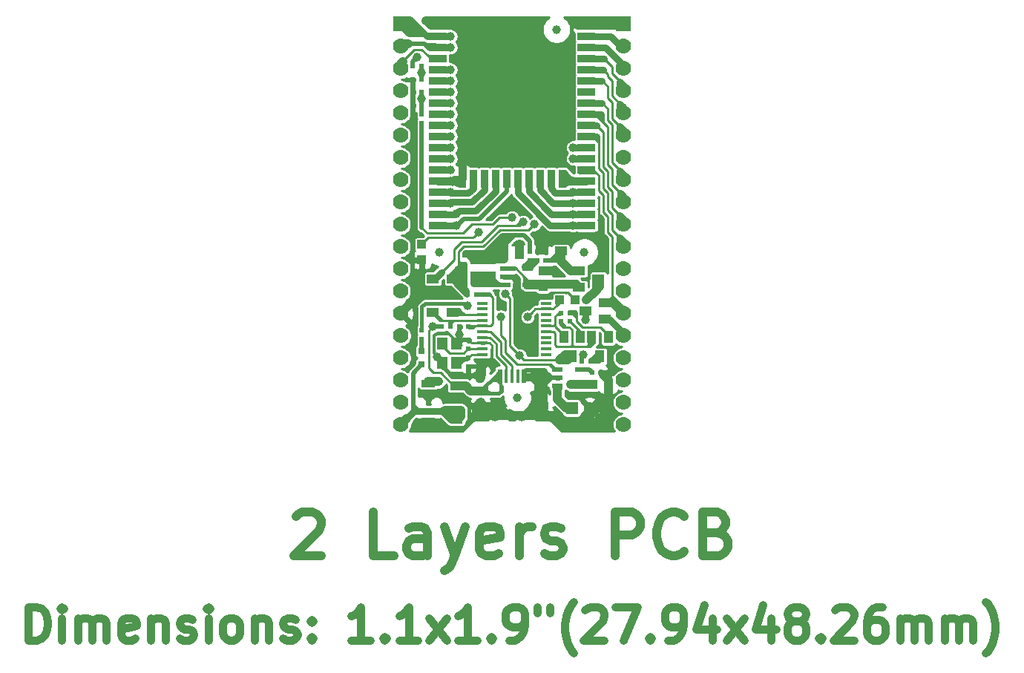
<source format=gbr>
G04 #@! TF.GenerationSoftware,KiCad,Pcbnew,5.1.5-52549c5~84~ubuntu18.04.1*
G04 #@! TF.CreationDate,2020-03-19T16:33:17+02:00*
G04 #@! TF.ProjectId,ESP32-DevKit-Lipo_Rev_C,45535033-322d-4446-9576-4b69742d4c69,C*
G04 #@! TF.SameCoordinates,Original*
G04 #@! TF.FileFunction,Copper,L1,Top*
G04 #@! TF.FilePolarity,Positive*
%FSLAX46Y46*%
G04 Gerber Fmt 4.6, Leading zero omitted, Abs format (unit mm)*
G04 Created by KiCad (PCBNEW 5.1.5-52549c5~84~ubuntu18.04.1) date 2020-03-19 16:33:17*
%MOMM*%
%LPD*%
G04 APERTURE LIST*
%ADD10C,0.952500*%
%ADD11C,1.000000*%
%ADD12R,2.000000X0.900000*%
%ADD13C,1.300000*%
%ADD14R,0.900000X2.000000*%
%ADD15R,5.000000X5.000000*%
%ADD16C,2.000000*%
%ADD17C,1.400000*%
%ADD18R,1.400000X1.400000*%
%ADD19R,0.800000X0.800000*%
%ADD20C,1.000000*%
%ADD21R,1.200000X1.400000*%
%ADD22R,1.016000X1.016000*%
%ADD23C,1.778000*%
%ADD24R,1.778000X1.778000*%
%ADD25R,1.400000X1.000000*%
%ADD26R,3.000000X1.600000*%
%ADD27R,1.000000X1.400000*%
%ADD28R,1.200000X0.550000*%
%ADD29R,1.270000X0.325000*%
%ADD30R,0.500000X1.650000*%
%ADD31R,0.325000X1.650000*%
%ADD32R,1.100000X1.000000*%
%ADD33O,1.200000X1.800000*%
%ADD34R,1.500000X0.900000*%
%ADD35R,0.550000X0.500000*%
%ADD36R,0.500000X0.550000*%
%ADD37C,1.016000*%
%ADD38C,0.762000*%
%ADD39C,0.508000*%
%ADD40C,0.254000*%
%ADD41C,0.406400*%
%ADD42C,0.914400*%
%ADD43C,1.270000*%
%ADD44C,0.355600*%
%ADD45C,0.228600*%
%ADD46C,0.127000*%
G04 APERTURE END LIST*
D10*
X88355714Y-142693571D02*
X88355714Y-138883571D01*
X89262857Y-138883571D01*
X89807142Y-139065000D01*
X90170000Y-139427857D01*
X90351428Y-139790714D01*
X90532857Y-140516428D01*
X90532857Y-141060714D01*
X90351428Y-141786428D01*
X90170000Y-142149285D01*
X89807142Y-142512142D01*
X89262857Y-142693571D01*
X88355714Y-142693571D01*
X92165714Y-142693571D02*
X92165714Y-140153571D01*
X92165714Y-138883571D02*
X91984285Y-139065000D01*
X92165714Y-139246428D01*
X92347142Y-139065000D01*
X92165714Y-138883571D01*
X92165714Y-139246428D01*
X93980000Y-142693571D02*
X93980000Y-140153571D01*
X93980000Y-140516428D02*
X94161428Y-140335000D01*
X94524285Y-140153571D01*
X95068571Y-140153571D01*
X95431428Y-140335000D01*
X95612857Y-140697857D01*
X95612857Y-142693571D01*
X95612857Y-140697857D02*
X95794285Y-140335000D01*
X96157142Y-140153571D01*
X96701428Y-140153571D01*
X97064285Y-140335000D01*
X97245714Y-140697857D01*
X97245714Y-142693571D01*
X100511428Y-142512142D02*
X100148571Y-142693571D01*
X99422857Y-142693571D01*
X99060000Y-142512142D01*
X98878571Y-142149285D01*
X98878571Y-140697857D01*
X99060000Y-140335000D01*
X99422857Y-140153571D01*
X100148571Y-140153571D01*
X100511428Y-140335000D01*
X100692857Y-140697857D01*
X100692857Y-141060714D01*
X98878571Y-141423571D01*
X102325714Y-140153571D02*
X102325714Y-142693571D01*
X102325714Y-140516428D02*
X102507142Y-140335000D01*
X102870000Y-140153571D01*
X103414285Y-140153571D01*
X103777142Y-140335000D01*
X103958571Y-140697857D01*
X103958571Y-142693571D01*
X105591428Y-142512142D02*
X105954285Y-142693571D01*
X106680000Y-142693571D01*
X107042857Y-142512142D01*
X107224285Y-142149285D01*
X107224285Y-141967857D01*
X107042857Y-141605000D01*
X106680000Y-141423571D01*
X106135714Y-141423571D01*
X105772857Y-141242142D01*
X105591428Y-140879285D01*
X105591428Y-140697857D01*
X105772857Y-140335000D01*
X106135714Y-140153571D01*
X106680000Y-140153571D01*
X107042857Y-140335000D01*
X108857142Y-142693571D02*
X108857142Y-140153571D01*
X108857142Y-138883571D02*
X108675714Y-139065000D01*
X108857142Y-139246428D01*
X109038571Y-139065000D01*
X108857142Y-138883571D01*
X108857142Y-139246428D01*
X111215714Y-142693571D02*
X110852857Y-142512142D01*
X110671428Y-142330714D01*
X110490000Y-141967857D01*
X110490000Y-140879285D01*
X110671428Y-140516428D01*
X110852857Y-140335000D01*
X111215714Y-140153571D01*
X111760000Y-140153571D01*
X112122857Y-140335000D01*
X112304285Y-140516428D01*
X112485714Y-140879285D01*
X112485714Y-141967857D01*
X112304285Y-142330714D01*
X112122857Y-142512142D01*
X111760000Y-142693571D01*
X111215714Y-142693571D01*
X114118571Y-140153571D02*
X114118571Y-142693571D01*
X114118571Y-140516428D02*
X114300000Y-140335000D01*
X114662857Y-140153571D01*
X115207142Y-140153571D01*
X115570000Y-140335000D01*
X115751428Y-140697857D01*
X115751428Y-142693571D01*
X117384285Y-142512142D02*
X117747142Y-142693571D01*
X118472857Y-142693571D01*
X118835714Y-142512142D01*
X119017142Y-142149285D01*
X119017142Y-141967857D01*
X118835714Y-141605000D01*
X118472857Y-141423571D01*
X117928571Y-141423571D01*
X117565714Y-141242142D01*
X117384285Y-140879285D01*
X117384285Y-140697857D01*
X117565714Y-140335000D01*
X117928571Y-140153571D01*
X118472857Y-140153571D01*
X118835714Y-140335000D01*
X120650000Y-142330714D02*
X120831428Y-142512142D01*
X120650000Y-142693571D01*
X120468571Y-142512142D01*
X120650000Y-142330714D01*
X120650000Y-142693571D01*
X120650000Y-140335000D02*
X120831428Y-140516428D01*
X120650000Y-140697857D01*
X120468571Y-140516428D01*
X120650000Y-140335000D01*
X120650000Y-140697857D01*
X127362857Y-142693571D02*
X125185714Y-142693571D01*
X126274285Y-142693571D02*
X126274285Y-138883571D01*
X125911428Y-139427857D01*
X125548571Y-139790714D01*
X125185714Y-139972142D01*
X128995714Y-142330714D02*
X129177142Y-142512142D01*
X128995714Y-142693571D01*
X128814285Y-142512142D01*
X128995714Y-142330714D01*
X128995714Y-142693571D01*
X132805714Y-142693571D02*
X130628571Y-142693571D01*
X131717142Y-142693571D02*
X131717142Y-138883571D01*
X131354285Y-139427857D01*
X130991428Y-139790714D01*
X130628571Y-139972142D01*
X134075714Y-142693571D02*
X136071428Y-140153571D01*
X134075714Y-140153571D02*
X136071428Y-142693571D01*
X139518571Y-142693571D02*
X137341428Y-142693571D01*
X138430000Y-142693571D02*
X138430000Y-138883571D01*
X138067142Y-139427857D01*
X137704285Y-139790714D01*
X137341428Y-139972142D01*
X141151428Y-142330714D02*
X141332857Y-142512142D01*
X141151428Y-142693571D01*
X140970000Y-142512142D01*
X141151428Y-142330714D01*
X141151428Y-142693571D01*
X143147142Y-142693571D02*
X143872857Y-142693571D01*
X144235714Y-142512142D01*
X144417142Y-142330714D01*
X144780000Y-141786428D01*
X144961428Y-141060714D01*
X144961428Y-139609285D01*
X144780000Y-139246428D01*
X144598571Y-139065000D01*
X144235714Y-138883571D01*
X143510000Y-138883571D01*
X143147142Y-139065000D01*
X142965714Y-139246428D01*
X142784285Y-139609285D01*
X142784285Y-140516428D01*
X142965714Y-140879285D01*
X143147142Y-141060714D01*
X143510000Y-141242142D01*
X144235714Y-141242142D01*
X144598571Y-141060714D01*
X144780000Y-140879285D01*
X144961428Y-140516428D01*
X146412857Y-138883571D02*
X146412857Y-139609285D01*
X147864285Y-138883571D02*
X147864285Y-139609285D01*
X150585714Y-144145000D02*
X150404285Y-143963571D01*
X150041428Y-143419285D01*
X149860000Y-143056428D01*
X149678571Y-142512142D01*
X149497142Y-141605000D01*
X149497142Y-140879285D01*
X149678571Y-139972142D01*
X149860000Y-139427857D01*
X150041428Y-139065000D01*
X150404285Y-138520714D01*
X150585714Y-138339285D01*
X151855714Y-139246428D02*
X152037142Y-139065000D01*
X152400000Y-138883571D01*
X153307142Y-138883571D01*
X153670000Y-139065000D01*
X153851428Y-139246428D01*
X154032857Y-139609285D01*
X154032857Y-139972142D01*
X153851428Y-140516428D01*
X151674285Y-142693571D01*
X154032857Y-142693571D01*
X155302857Y-138883571D02*
X157842857Y-138883571D01*
X156210000Y-142693571D01*
X159294285Y-142330714D02*
X159475714Y-142512142D01*
X159294285Y-142693571D01*
X159112857Y-142512142D01*
X159294285Y-142330714D01*
X159294285Y-142693571D01*
X161290000Y-142693571D02*
X162015714Y-142693571D01*
X162378571Y-142512142D01*
X162560000Y-142330714D01*
X162922857Y-141786428D01*
X163104285Y-141060714D01*
X163104285Y-139609285D01*
X162922857Y-139246428D01*
X162741428Y-139065000D01*
X162378571Y-138883571D01*
X161652857Y-138883571D01*
X161290000Y-139065000D01*
X161108571Y-139246428D01*
X160927142Y-139609285D01*
X160927142Y-140516428D01*
X161108571Y-140879285D01*
X161290000Y-141060714D01*
X161652857Y-141242142D01*
X162378571Y-141242142D01*
X162741428Y-141060714D01*
X162922857Y-140879285D01*
X163104285Y-140516428D01*
X166370000Y-140153571D02*
X166370000Y-142693571D01*
X165462857Y-138702142D02*
X164555714Y-141423571D01*
X166914285Y-141423571D01*
X168002857Y-142693571D02*
X169998571Y-140153571D01*
X168002857Y-140153571D02*
X169998571Y-142693571D01*
X173082857Y-140153571D02*
X173082857Y-142693571D01*
X172175714Y-138702142D02*
X171268571Y-141423571D01*
X173627142Y-141423571D01*
X175622857Y-140516428D02*
X175260000Y-140335000D01*
X175078571Y-140153571D01*
X174897142Y-139790714D01*
X174897142Y-139609285D01*
X175078571Y-139246428D01*
X175260000Y-139065000D01*
X175622857Y-138883571D01*
X176348571Y-138883571D01*
X176711428Y-139065000D01*
X176892857Y-139246428D01*
X177074285Y-139609285D01*
X177074285Y-139790714D01*
X176892857Y-140153571D01*
X176711428Y-140335000D01*
X176348571Y-140516428D01*
X175622857Y-140516428D01*
X175260000Y-140697857D01*
X175078571Y-140879285D01*
X174897142Y-141242142D01*
X174897142Y-141967857D01*
X175078571Y-142330714D01*
X175260000Y-142512142D01*
X175622857Y-142693571D01*
X176348571Y-142693571D01*
X176711428Y-142512142D01*
X176892857Y-142330714D01*
X177074285Y-141967857D01*
X177074285Y-141242142D01*
X176892857Y-140879285D01*
X176711428Y-140697857D01*
X176348571Y-140516428D01*
X178707142Y-142330714D02*
X178888571Y-142512142D01*
X178707142Y-142693571D01*
X178525714Y-142512142D01*
X178707142Y-142330714D01*
X178707142Y-142693571D01*
X180340000Y-139246428D02*
X180521428Y-139065000D01*
X180884285Y-138883571D01*
X181791428Y-138883571D01*
X182154285Y-139065000D01*
X182335714Y-139246428D01*
X182517142Y-139609285D01*
X182517142Y-139972142D01*
X182335714Y-140516428D01*
X180158571Y-142693571D01*
X182517142Y-142693571D01*
X185782857Y-138883571D02*
X185057142Y-138883571D01*
X184694285Y-139065000D01*
X184512857Y-139246428D01*
X184150000Y-139790714D01*
X183968571Y-140516428D01*
X183968571Y-141967857D01*
X184150000Y-142330714D01*
X184331428Y-142512142D01*
X184694285Y-142693571D01*
X185420000Y-142693571D01*
X185782857Y-142512142D01*
X185964285Y-142330714D01*
X186145714Y-141967857D01*
X186145714Y-141060714D01*
X185964285Y-140697857D01*
X185782857Y-140516428D01*
X185420000Y-140335000D01*
X184694285Y-140335000D01*
X184331428Y-140516428D01*
X184150000Y-140697857D01*
X183968571Y-141060714D01*
X187778571Y-142693571D02*
X187778571Y-140153571D01*
X187778571Y-140516428D02*
X187960000Y-140335000D01*
X188322857Y-140153571D01*
X188867142Y-140153571D01*
X189230000Y-140335000D01*
X189411428Y-140697857D01*
X189411428Y-142693571D01*
X189411428Y-140697857D02*
X189592857Y-140335000D01*
X189955714Y-140153571D01*
X190500000Y-140153571D01*
X190862857Y-140335000D01*
X191044285Y-140697857D01*
X191044285Y-142693571D01*
X192858571Y-142693571D02*
X192858571Y-140153571D01*
X192858571Y-140516428D02*
X193040000Y-140335000D01*
X193402857Y-140153571D01*
X193947142Y-140153571D01*
X194310000Y-140335000D01*
X194491428Y-140697857D01*
X194491428Y-142693571D01*
X194491428Y-140697857D02*
X194672857Y-140335000D01*
X195035714Y-140153571D01*
X195580000Y-140153571D01*
X195942857Y-140335000D01*
X196124285Y-140697857D01*
X196124285Y-142693571D01*
X197575714Y-144145000D02*
X197757142Y-143963571D01*
X198120000Y-143419285D01*
X198301428Y-143056428D01*
X198482857Y-142512142D01*
X198664285Y-141605000D01*
X198664285Y-140879285D01*
X198482857Y-139972142D01*
X198301428Y-139427857D01*
X198120000Y-139065000D01*
X197757142Y-138520714D01*
X197575714Y-138339285D01*
D11*
X118867142Y-128548095D02*
X119105238Y-128310000D01*
X119581428Y-128071904D01*
X120771904Y-128071904D01*
X121248095Y-128310000D01*
X121486190Y-128548095D01*
X121724285Y-129024285D01*
X121724285Y-129500476D01*
X121486190Y-130214761D01*
X118629047Y-133071904D01*
X121724285Y-133071904D01*
X130057619Y-133071904D02*
X127676666Y-133071904D01*
X127676666Y-128071904D01*
X133867142Y-133071904D02*
X133867142Y-130452857D01*
X133629047Y-129976666D01*
X133152857Y-129738571D01*
X132200476Y-129738571D01*
X131724285Y-129976666D01*
X133867142Y-132833809D02*
X133390952Y-133071904D01*
X132200476Y-133071904D01*
X131724285Y-132833809D01*
X131486190Y-132357619D01*
X131486190Y-131881428D01*
X131724285Y-131405238D01*
X132200476Y-131167142D01*
X133390952Y-131167142D01*
X133867142Y-130929047D01*
X135771904Y-129738571D02*
X136962380Y-133071904D01*
X138152857Y-129738571D02*
X136962380Y-133071904D01*
X136486190Y-134262380D01*
X136248095Y-134500476D01*
X135771904Y-134738571D01*
X141962380Y-132833809D02*
X141486190Y-133071904D01*
X140533809Y-133071904D01*
X140057619Y-132833809D01*
X139819523Y-132357619D01*
X139819523Y-130452857D01*
X140057619Y-129976666D01*
X140533809Y-129738571D01*
X141486190Y-129738571D01*
X141962380Y-129976666D01*
X142200476Y-130452857D01*
X142200476Y-130929047D01*
X139819523Y-131405238D01*
X144343333Y-133071904D02*
X144343333Y-129738571D01*
X144343333Y-130690952D02*
X144581428Y-130214761D01*
X144819523Y-129976666D01*
X145295714Y-129738571D01*
X145771904Y-129738571D01*
X147200476Y-132833809D02*
X147676666Y-133071904D01*
X148629047Y-133071904D01*
X149105238Y-132833809D01*
X149343333Y-132357619D01*
X149343333Y-132119523D01*
X149105238Y-131643333D01*
X148629047Y-131405238D01*
X147914761Y-131405238D01*
X147438571Y-131167142D01*
X147200476Y-130690952D01*
X147200476Y-130452857D01*
X147438571Y-129976666D01*
X147914761Y-129738571D01*
X148629047Y-129738571D01*
X149105238Y-129976666D01*
X155295714Y-133071904D02*
X155295714Y-128071904D01*
X157200476Y-128071904D01*
X157676666Y-128310000D01*
X157914761Y-128548095D01*
X158152857Y-129024285D01*
X158152857Y-129738571D01*
X157914761Y-130214761D01*
X157676666Y-130452857D01*
X157200476Y-130690952D01*
X155295714Y-130690952D01*
X163152857Y-132595714D02*
X162914761Y-132833809D01*
X162200476Y-133071904D01*
X161724285Y-133071904D01*
X161010000Y-132833809D01*
X160533809Y-132357619D01*
X160295714Y-131881428D01*
X160057619Y-130929047D01*
X160057619Y-130214761D01*
X160295714Y-129262380D01*
X160533809Y-128786190D01*
X161010000Y-128310000D01*
X161724285Y-128071904D01*
X162200476Y-128071904D01*
X162914761Y-128310000D01*
X163152857Y-128548095D01*
X166962380Y-130452857D02*
X167676666Y-130690952D01*
X167914761Y-130929047D01*
X168152857Y-131405238D01*
X168152857Y-132119523D01*
X167914761Y-132595714D01*
X167676666Y-132833809D01*
X167200476Y-133071904D01*
X165295714Y-133071904D01*
X165295714Y-128071904D01*
X166962380Y-128071904D01*
X167438571Y-128310000D01*
X167676666Y-128548095D01*
X167914761Y-129024285D01*
X167914761Y-129500476D01*
X167676666Y-129976666D01*
X167438571Y-130214761D01*
X166962380Y-130452857D01*
X165295714Y-130452857D01*
D12*
X152010000Y-94102000D03*
X152010000Y-92832000D03*
X152010000Y-91562000D03*
X152010000Y-90292000D03*
X152010000Y-95372000D03*
X135010000Y-95372000D03*
X135010000Y-90292000D03*
X135010000Y-91562000D03*
X135010000Y-92832000D03*
X135010000Y-94102000D03*
D13*
X144310000Y-80022000D03*
X140710000Y-80022000D03*
X142510000Y-81822000D03*
X142510000Y-78222000D03*
X144310000Y-78222000D03*
X140710000Y-78222000D03*
X144310000Y-81822000D03*
D12*
X135010000Y-72512000D03*
X135010000Y-73782000D03*
X135010000Y-75052000D03*
X135010000Y-76322000D03*
X135010000Y-77592000D03*
X135010000Y-78862000D03*
X135010000Y-80132000D03*
X135010000Y-81402000D03*
X135010000Y-82672000D03*
X135010000Y-83942000D03*
X135010000Y-85212000D03*
X135010000Y-86482000D03*
X135010000Y-87752000D03*
X135010000Y-89022000D03*
D14*
X137810000Y-90022000D03*
X139080000Y-90022000D03*
X140350000Y-90022000D03*
X141620000Y-90022000D03*
X142890000Y-90022000D03*
X144160000Y-90022000D03*
X145430000Y-90022000D03*
X146700000Y-90022000D03*
X147970000Y-90022000D03*
X149240000Y-90022000D03*
D12*
X152010000Y-89022000D03*
X152010000Y-87752000D03*
X152010000Y-86482000D03*
X152010000Y-85212000D03*
X152010000Y-83942000D03*
X152010000Y-82672000D03*
X152010000Y-81402000D03*
X152010000Y-80132000D03*
X152010000Y-78862000D03*
X152010000Y-77592000D03*
X152010000Y-76322000D03*
X152010000Y-75052000D03*
X152010000Y-73782000D03*
X152010000Y-72512000D03*
D15*
X142510000Y-80022000D03*
D16*
X142510000Y-80022000D03*
D13*
X140710000Y-81822000D03*
D17*
X152384760Y-116222780D03*
D18*
X150355300Y-116225320D03*
D19*
X133223000Y-109728000D03*
X133223000Y-111252000D03*
D20*
X154305000Y-72390000D03*
D21*
X137198000Y-108839000D03*
X135598000Y-111039000D03*
X137198000Y-111039000D03*
X135598000Y-108839000D03*
D22*
X150749000Y-103886000D03*
X148971000Y-103886000D03*
D23*
X130810000Y-80010000D03*
X130810000Y-77470000D03*
X130810000Y-74930000D03*
D24*
X130810000Y-72390000D03*
D23*
X130810000Y-82550000D03*
X130810000Y-85090000D03*
X130810000Y-90170000D03*
X130810000Y-87630000D03*
X130810000Y-92710000D03*
X130810000Y-95250000D03*
X130810000Y-100330000D03*
X130810000Y-97790000D03*
X130810000Y-102870000D03*
X130810000Y-105410000D03*
X130810000Y-110490000D03*
X130810000Y-107950000D03*
X130810000Y-118110000D03*
X130810000Y-115570000D03*
X130810000Y-113030000D03*
X156210000Y-80010000D03*
X156210000Y-77470000D03*
X156210000Y-74930000D03*
D24*
X156210000Y-72390000D03*
D23*
X156210000Y-82550000D03*
X156210000Y-85090000D03*
X156210000Y-90170000D03*
X156210000Y-87630000D03*
X156210000Y-92710000D03*
X156210000Y-95250000D03*
X156210000Y-100330000D03*
X156210000Y-97790000D03*
X156210000Y-102870000D03*
X156210000Y-105410000D03*
X156210000Y-110490000D03*
X156210000Y-107950000D03*
X156210000Y-118110000D03*
X156210000Y-115570000D03*
X156210000Y-113030000D03*
D25*
X151165560Y-100523040D03*
X151165560Y-102425500D03*
X153375360Y-101470460D03*
D20*
X151765000Y-98425000D03*
X135255000Y-98425000D03*
X148590000Y-73025000D03*
D26*
X140208000Y-99003000D03*
X140208000Y-101403000D03*
D27*
X151317960Y-108112560D03*
X149415500Y-108112560D03*
X150370540Y-110322360D03*
X154492960Y-108112560D03*
X152590500Y-108112560D03*
X153545540Y-110322360D03*
D28*
X148687000Y-111826000D03*
X148687000Y-112776000D03*
X148687000Y-113726000D03*
X151287000Y-111826000D03*
X151287000Y-113726000D03*
D29*
X140144500Y-104263000D03*
X140144500Y-104913000D03*
X140144500Y-105563000D03*
X140144500Y-106213000D03*
X140144500Y-106863000D03*
X140144500Y-107513000D03*
X140144500Y-108163000D03*
X140144500Y-108813000D03*
X140144500Y-109463000D03*
X140144500Y-110113000D03*
X147383500Y-110113000D03*
X147383500Y-109463000D03*
X147383500Y-108813000D03*
X147383500Y-108163000D03*
X147383500Y-107513000D03*
X147383500Y-106863000D03*
X147383500Y-106213000D03*
X147383500Y-105563000D03*
X147383500Y-104913000D03*
X147383500Y-104263000D03*
D28*
X142718000Y-100269000D03*
X142718000Y-101219000D03*
X142718000Y-102169000D03*
X145318000Y-100269000D03*
X145318000Y-102169000D03*
D25*
X151935000Y-105156000D03*
X154135000Y-104206000D03*
X154135000Y-106106000D03*
D30*
X142122500Y-112547000D03*
D31*
X142860000Y-112547000D03*
X143510000Y-112547000D03*
X144160000Y-112547000D03*
D30*
X144897500Y-112547000D03*
D32*
X142010000Y-117097000D03*
X145010000Y-117097000D03*
D33*
X139910000Y-115947000D03*
X139910000Y-112477000D03*
X147110000Y-112477000D03*
X147110000Y-115947000D03*
D34*
X133985000Y-113393000D03*
X133985000Y-117747000D03*
D25*
X137160000Y-113670000D03*
X137160000Y-117470000D03*
X149098000Y-98303000D03*
X149098000Y-102103000D03*
X136779000Y-101478000D03*
X136779000Y-105278000D03*
X134493000Y-105278000D03*
X134493000Y-101478000D03*
D22*
X154495500Y-113538000D03*
X152717500Y-113538000D03*
X147066000Y-100584000D03*
X147066000Y-102362000D03*
X144399000Y-98679000D03*
X142621000Y-98679000D03*
D35*
X147320000Y-98361500D03*
X147320000Y-99377500D03*
X133223000Y-82677000D03*
X133223000Y-83693000D03*
X133223000Y-107315000D03*
X133223000Y-108331000D03*
D36*
X153670000Y-112141000D03*
X152654000Y-112141000D03*
X132207000Y-80137001D03*
X133223000Y-80137001D03*
X136525000Y-106934000D03*
X135509000Y-106934000D03*
D35*
X138112500Y-98806000D03*
X138112500Y-99822000D03*
D36*
X150114000Y-106299000D03*
X149098000Y-106299000D03*
X150114000Y-105410000D03*
X149098000Y-105410000D03*
X151511000Y-110871000D03*
X152527000Y-110871000D03*
D35*
X145542000Y-98361500D03*
X145542000Y-99377500D03*
X146431000Y-98361500D03*
X146431000Y-99377500D03*
X133223000Y-74676000D03*
X133223000Y-73660000D03*
D36*
X133223000Y-77216000D03*
X132207000Y-77216000D03*
X132207000Y-78740000D03*
X133223000Y-78740000D03*
X138430000Y-103251000D03*
X139446000Y-103251000D03*
D35*
X138557000Y-108458000D03*
X138557000Y-109474000D03*
X138557000Y-111506000D03*
X138557000Y-110490000D03*
D36*
X137541000Y-106934000D03*
X138557000Y-106934000D03*
X133222999Y-81661000D03*
X132206999Y-81661000D03*
D20*
X144145000Y-115062000D03*
D22*
X133223000Y-99314000D03*
X133223000Y-97536000D03*
D20*
X136525000Y-116459000D03*
X137668000Y-116459000D03*
X150241000Y-113538000D03*
X149098000Y-99441000D03*
X132715000Y-76200000D03*
X135255000Y-118364000D03*
X132715000Y-118364000D03*
X141605000Y-116078000D03*
X144653000Y-117221000D03*
X146558000Y-117221000D03*
X140462000Y-117221000D03*
X134937500Y-110363000D03*
X137541000Y-107823000D03*
X136652000Y-103251000D03*
X145669000Y-107823000D03*
X144399000Y-107823000D03*
X145923000Y-103505000D03*
X154304598Y-118236598D03*
X142289488Y-104471512D03*
X144448488Y-104471512D03*
X144018000Y-103123996D03*
X147955000Y-100584000D03*
X147193000Y-97663000D03*
X144399000Y-97536000D03*
X144399000Y-108966000D03*
X145669000Y-108966000D03*
X144018000Y-101610160D03*
X146558000Y-72009000D03*
X150495000Y-72009000D03*
X131953000Y-83820000D03*
X136525000Y-90297000D03*
X132842000Y-103251000D03*
X137810000Y-88504000D03*
X137810000Y-87107000D03*
X137810000Y-85852000D03*
X144145000Y-72009000D03*
X141605000Y-72009000D03*
X139065000Y-72009000D03*
X136525000Y-72009000D03*
X140335000Y-73025000D03*
X142875000Y-73025000D03*
X145415000Y-73025000D03*
X146558000Y-74295000D03*
X144145000Y-74295000D03*
X141605000Y-74295000D03*
X142875000Y-75565000D03*
X145415000Y-75565000D03*
X147320000Y-75565000D03*
X149860000Y-75565000D03*
X150114000Y-85090000D03*
X149987000Y-96774000D03*
X147320000Y-85725000D03*
X144780000Y-85725000D03*
X147320000Y-78105000D03*
X147320000Y-80645000D03*
X147320000Y-83185000D03*
X149860000Y-78105000D03*
X149860000Y-80645000D03*
X148590000Y-76835000D03*
X148590000Y-79375000D03*
X148590000Y-81915000D03*
X146050000Y-79375000D03*
X146050000Y-81915000D03*
X146050000Y-76835000D03*
X146050000Y-83820000D03*
X146050000Y-86995000D03*
X143510000Y-86995000D03*
X143510000Y-83820000D03*
X143510000Y-93218000D03*
X141605000Y-117221000D03*
X142301243Y-85683306D03*
X136525000Y-73787000D03*
X142621000Y-97663000D03*
X141605000Y-97663000D03*
X144399000Y-110236000D03*
X135128000Y-113195989D03*
X142748000Y-103198048D03*
X136525000Y-75057000D03*
X139700000Y-96139000D03*
X134486989Y-106920351D03*
X145288008Y-105791000D03*
X151921689Y-106142311D03*
X151638000Y-110109000D03*
X136525000Y-91567000D03*
X136525000Y-89027000D03*
X136525000Y-86487000D03*
X136525000Y-87757000D03*
X136525000Y-85217000D03*
X136525000Y-83947000D03*
X136525000Y-81407000D03*
X136525000Y-82677000D03*
X136525000Y-80137000D03*
X136525000Y-78867000D03*
X150495000Y-86487000D03*
X150495000Y-87757000D03*
X150495000Y-91567000D03*
X150495000Y-90297000D03*
X138430000Y-104521000D03*
X142232010Y-105783010D03*
X152019000Y-103886000D03*
X133223000Y-80899000D03*
X146050000Y-95250000D03*
X144780000Y-94996000D03*
X136525000Y-77597000D03*
X136517042Y-92832000D03*
X137160000Y-95377000D03*
X137129768Y-94077599D03*
X150495000Y-95377000D03*
X150495000Y-94107000D03*
X150495000Y-92837000D03*
X133223000Y-77978000D03*
X143510000Y-94488000D03*
D37*
X137160000Y-116967010D02*
X137151989Y-116958999D01*
X137160000Y-117470000D02*
X137160000Y-116967010D01*
X137151989Y-116958999D02*
X136651990Y-116459000D01*
X136651990Y-116459000D02*
X137668000Y-116459000D01*
X137668000Y-117166106D02*
X137359106Y-117475000D01*
X137668000Y-116459000D02*
X137668000Y-117166106D01*
X137359106Y-117475000D02*
X137033000Y-117475000D01*
D38*
X136524990Y-116586000D02*
X136651990Y-116459000D01*
X135763000Y-116586000D02*
X135890000Y-116586000D01*
X135890000Y-116586000D02*
X136906000Y-117602000D01*
D37*
X135890000Y-116459000D02*
X136651990Y-116459000D01*
X135763000Y-116586000D02*
X135890000Y-116459000D01*
X135890000Y-116459000D02*
X135890000Y-116522500D01*
X135763000Y-116586000D02*
X136652000Y-117475000D01*
X136652000Y-117475000D02*
X137033000Y-117475000D01*
X130810000Y-118110000D02*
X131508500Y-117411500D01*
D38*
X131508500Y-117411500D02*
X132334000Y-116586000D01*
D39*
X132226999Y-116478999D02*
X132334000Y-116586000D01*
X132226999Y-115970999D02*
X132842000Y-116586000D01*
X132226999Y-115931001D02*
X132226999Y-115970999D01*
D38*
X132842000Y-116586000D02*
X136524990Y-116586000D01*
X132334000Y-116586000D02*
X132842000Y-116586000D01*
D39*
X132226999Y-115931001D02*
X132226999Y-116478999D01*
D37*
X151384000Y-113538000D02*
X150241000Y-113538000D01*
D39*
X132226999Y-112248001D02*
X132226999Y-115931001D01*
X133223000Y-111252000D02*
X132226999Y-112248001D01*
D37*
X152717500Y-113538000D02*
X151257000Y-113538000D01*
X150180040Y-100523040D02*
X149098000Y-99441000D01*
X151165560Y-100523040D02*
X150180040Y-100523040D01*
X149098000Y-98303000D02*
X149098000Y-99441000D01*
D39*
X132207000Y-77216000D02*
X132207000Y-76708000D01*
X132207000Y-76708000D02*
X132715000Y-76200000D01*
X149034500Y-99377500D02*
X149098000Y-99441000D01*
X147320000Y-99377500D02*
X149034500Y-99377500D01*
X149093000Y-98303000D02*
X148018500Y-99377500D01*
X149098000Y-98303000D02*
X149093000Y-98303000D01*
D40*
X140144500Y-108813000D02*
X138912000Y-108813000D01*
X138912000Y-108813000D02*
X138557000Y-108458000D01*
D37*
X139865000Y-112522000D02*
X139573000Y-112522000D01*
D39*
X138557000Y-112522000D02*
X139319000Y-112522000D01*
X139910000Y-112477000D02*
X139910000Y-111843000D01*
X139910000Y-111843000D02*
X139827000Y-111760000D01*
X138557000Y-108458000D02*
X137541000Y-108458000D01*
X137198000Y-108839000D02*
X137198000Y-108547000D01*
X137198000Y-108801000D02*
X137287000Y-108712000D01*
X137287000Y-108458000D02*
X137541000Y-108458000D01*
D40*
X137198000Y-109093000D02*
X137198000Y-108825265D01*
X140235000Y-110998000D02*
X140031000Y-111202000D01*
X140031000Y-111202000D02*
X139910000Y-111323000D01*
X140525500Y-110998000D02*
X139910000Y-111613500D01*
X139910000Y-111613500D02*
X139910000Y-112477000D01*
X139910000Y-111323000D02*
X139910000Y-111613500D01*
X140525500Y-110998000D02*
X140235000Y-110998000D01*
X139890500Y-112077500D02*
X139890500Y-112204500D01*
X140652500Y-110998000D02*
X139954000Y-111696500D01*
X140970000Y-110998000D02*
X140652500Y-110998000D01*
X140652500Y-110998000D02*
X140525500Y-110998000D01*
X140398500Y-111569500D02*
X140398500Y-112522000D01*
X140970000Y-110998000D02*
X140398500Y-111569500D01*
X140398500Y-111569500D02*
X139890500Y-112077500D01*
X140398500Y-112522000D02*
X139890500Y-112522000D01*
D37*
X145031000Y-117097000D02*
X145034000Y-117094000D01*
D41*
X133985000Y-117947000D02*
X134656000Y-118618000D01*
X134656000Y-118618000D02*
X137922000Y-118618000D01*
X137922000Y-118618000D02*
X138747500Y-117792500D01*
D37*
X139910000Y-115947000D02*
X139910000Y-117094000D01*
X139910000Y-117094000D02*
X139446000Y-117094000D01*
D41*
X138747500Y-117792500D02*
X139446000Y-117094000D01*
D37*
X139446000Y-117094000D02*
X139446000Y-116078000D01*
X139446000Y-116078000D02*
X139954000Y-115570000D01*
X139910000Y-117094000D02*
X141414500Y-117094000D01*
X141414500Y-117094000D02*
X141986000Y-117094000D01*
X135255000Y-117919500D02*
X134048500Y-117919500D01*
X134048500Y-117919500D02*
X133985000Y-117983000D01*
X132715000Y-117919500D02*
X133921500Y-117919500D01*
X133921500Y-117919500D02*
X133985000Y-117983000D01*
X133286500Y-118491000D02*
X134747000Y-118491000D01*
X132715000Y-117919500D02*
X133286500Y-118491000D01*
X132715000Y-117919500D02*
X132715000Y-118490990D01*
X133286490Y-118490990D02*
X133286500Y-118491000D01*
X132715000Y-118490990D02*
X133286490Y-118490990D01*
X135255000Y-117919500D02*
X135255000Y-118490990D01*
X134747010Y-118490990D02*
X134747000Y-118491000D01*
X135255000Y-118490990D02*
X134747010Y-118490990D01*
X141986000Y-116078000D02*
X141986000Y-116967000D01*
X141986000Y-116078000D02*
X140462000Y-116078000D01*
X140462000Y-116078000D02*
X140430250Y-116109750D01*
X141414500Y-117094000D02*
X140430250Y-116109750D01*
X140430250Y-116109750D02*
X139954000Y-115633500D01*
X143005000Y-117097000D02*
X143386000Y-117097000D01*
X141986000Y-116078000D02*
X143005000Y-117097000D01*
X142010000Y-117097000D02*
X143386000Y-117097000D01*
X143386000Y-117097000D02*
X145031000Y-117097000D01*
X145923000Y-116840000D02*
X146177000Y-117094000D01*
X145923000Y-116078000D02*
X145923000Y-116840000D01*
X145923000Y-116785106D02*
X145614106Y-117094000D01*
X145923000Y-116078000D02*
X145923000Y-116785106D01*
X145614106Y-117094000D02*
X145034000Y-117094000D01*
X146422999Y-115578001D02*
X147110000Y-114891000D01*
X147110000Y-115947000D02*
X147110000Y-114891000D01*
X145923000Y-116078000D02*
X146422999Y-115578001D01*
X147110000Y-114891000D02*
X147110000Y-114217000D01*
X145923000Y-116078000D02*
X146630106Y-116078000D01*
X146630106Y-116078000D02*
X147066000Y-116078000D01*
X147574000Y-117094000D02*
X145034000Y-117094000D01*
X147110000Y-115947000D02*
X147110000Y-116630000D01*
X147110000Y-116630000D02*
X147574000Y-117094000D01*
X145923000Y-116184000D02*
X145923000Y-116078000D01*
X145010000Y-117097000D02*
X145923000Y-116184000D01*
D39*
X144907000Y-112903000D02*
X144897500Y-112893500D01*
X144897500Y-112893500D02*
X144897500Y-112547000D01*
X147110000Y-112477000D02*
X147110000Y-112859000D01*
X147110000Y-112859000D02*
X147066000Y-112903000D01*
X145161000Y-111887000D02*
X147129500Y-111887000D01*
X145923000Y-112903000D02*
X146050000Y-112903000D01*
D37*
X147110000Y-113963000D02*
X147110000Y-114217000D01*
X147110000Y-112477000D02*
X147110000Y-113963000D01*
D39*
X147066000Y-112903000D02*
X145923000Y-112903000D01*
X145923000Y-112903000D02*
X144907000Y-112903000D01*
X147110000Y-112477000D02*
X147409000Y-112776000D01*
X147409000Y-112776000D02*
X148717000Y-112776000D01*
D37*
X147574000Y-117094000D02*
X148209000Y-117094000D01*
X148209000Y-117094000D02*
X149352000Y-118237000D01*
X149352000Y-118237000D02*
X152400000Y-118237000D01*
X152400000Y-118237000D02*
X152400000Y-116205000D01*
D39*
X153924000Y-112395000D02*
X153670000Y-112141000D01*
X144897500Y-112150500D02*
X145161000Y-111887000D01*
X144897500Y-112547000D02*
X144897500Y-112087000D01*
X147129500Y-112141000D02*
X147129500Y-112522000D01*
X146875500Y-111887000D02*
X147129500Y-112141000D01*
X140017500Y-111506000D02*
X140049250Y-111474250D01*
X138557000Y-111506000D02*
X140017500Y-111506000D01*
D40*
X139446000Y-111787000D02*
X139446000Y-112395000D01*
X140031000Y-111202000D02*
X139446000Y-111787000D01*
D39*
X138557000Y-112522000D02*
X138557000Y-111506000D01*
X137541000Y-106934000D02*
X137541000Y-107950000D01*
D40*
X135598000Y-110960000D02*
X135598000Y-111039000D01*
X137198000Y-108571265D02*
X136353619Y-107726884D01*
X134537727Y-108030665D02*
X134537727Y-109899727D01*
X134537727Y-109899727D02*
X135001000Y-110363000D01*
X136353619Y-107726884D02*
X134841508Y-107726884D01*
X134841508Y-107726884D02*
X134537727Y-108030665D01*
D37*
X154495500Y-112966500D02*
X153924000Y-112395000D01*
X154495500Y-113474500D02*
X154495500Y-112966500D01*
X154449780Y-116222780D02*
X154495500Y-116268500D01*
X152384760Y-116222780D02*
X154449780Y-116222780D01*
D40*
X135001000Y-110363000D02*
X135598000Y-110960000D01*
D39*
X137541000Y-107950000D02*
X137541000Y-108458000D01*
D37*
X135944894Y-103251000D02*
X136652000Y-103251000D01*
X154304195Y-118237000D02*
X152400000Y-118237000D01*
X154495500Y-113538000D02*
X154495500Y-118045695D01*
X154495500Y-118045695D02*
X154304598Y-118236598D01*
X154304598Y-118236598D02*
X154304195Y-118237000D01*
D39*
X136655936Y-112522000D02*
X138557000Y-112522000D01*
X135598000Y-111464064D02*
X136655936Y-112522000D01*
X135598000Y-111039000D02*
X135598000Y-111464064D01*
D40*
X140947692Y-108813000D02*
X141223967Y-109089275D01*
X141223967Y-109089275D02*
X141223967Y-110744033D01*
X141223967Y-110744033D02*
X140970000Y-110998000D01*
X140144500Y-108813000D02*
X140947692Y-108813000D01*
D39*
X144018000Y-101727000D02*
X144018000Y-101727000D01*
D37*
X147066000Y-100584000D02*
X147955000Y-100584000D01*
X144399000Y-98679000D02*
X144399000Y-97536000D01*
D39*
X143626840Y-101219000D02*
X144018000Y-101610160D01*
X142718000Y-101219000D02*
X143626840Y-101219000D01*
D38*
X144018000Y-101610160D02*
X144018000Y-103123996D01*
D39*
X132207000Y-78740000D02*
X132207000Y-80137000D01*
X132207000Y-80137001D02*
X132207000Y-81661000D01*
D37*
X140711000Y-72512000D02*
X140716000Y-72517000D01*
X140716000Y-76454000D02*
X140716000Y-78105000D01*
D42*
X135010000Y-72512000D02*
X134234000Y-72512000D01*
X134234000Y-72512000D02*
X133731010Y-72009010D01*
D37*
X133731010Y-72009010D02*
X146557990Y-72009010D01*
X146557990Y-72009010D02*
X146558000Y-72009000D01*
X140711000Y-72512000D02*
X146553000Y-72512000D01*
X146558000Y-72507000D02*
X146558000Y-72009000D01*
X146553000Y-72512000D02*
X146558000Y-72507000D01*
D42*
X152010000Y-72512000D02*
X150998000Y-72512000D01*
X150998000Y-72512000D02*
X150495000Y-72009000D01*
D37*
X150495000Y-72009000D02*
X155829000Y-72009000D01*
X155829000Y-72009000D02*
X156210000Y-72390000D01*
D42*
X152010000Y-72512000D02*
X156205000Y-72512000D01*
D37*
X156205000Y-72512000D02*
X156210000Y-72517000D01*
D39*
X132207000Y-103759000D02*
X132334000Y-103886000D01*
X132206999Y-81661000D02*
X132207000Y-82444001D01*
D37*
X130810000Y-105410000D02*
X132334000Y-103886000D01*
X132334000Y-103886000D02*
X132969000Y-103251000D01*
X134366000Y-103251000D02*
X135944894Y-103251000D01*
X132969000Y-103251000D02*
X134366000Y-103251000D01*
D39*
X134112000Y-102997000D02*
X134366000Y-103251000D01*
X132207000Y-102997000D02*
X134112000Y-102997000D01*
X132207000Y-102997000D02*
X132207000Y-103759000D01*
X132207000Y-102235000D02*
X132207000Y-102489000D01*
X132207000Y-102489000D02*
X132969000Y-103251000D01*
X132207000Y-102235000D02*
X132207000Y-102997000D01*
X132207000Y-83820000D02*
X131953000Y-83820000D01*
X132207000Y-82444001D02*
X132207000Y-83820000D01*
D42*
X135010000Y-90292000D02*
X136520000Y-90292000D01*
X136525000Y-90297000D02*
X137795000Y-90297000D01*
D38*
X137795000Y-90297000D02*
X137535000Y-90297000D01*
D37*
X137810000Y-81788000D02*
X140716000Y-81788000D01*
D42*
X137810000Y-90022000D02*
X137810000Y-88504000D01*
D37*
X137810000Y-88504000D02*
X137810000Y-87107000D01*
D42*
X135010000Y-72512000D02*
X137790000Y-72512000D01*
D37*
X137810000Y-72532000D02*
X137790000Y-72512000D01*
X137790000Y-72512000D02*
X140711000Y-72512000D01*
X137932000Y-78222000D02*
X137810000Y-78344000D01*
X140710000Y-78222000D02*
X137932000Y-78222000D01*
X137810000Y-81788000D02*
X137810000Y-78344000D01*
X137810000Y-78344000D02*
X137810000Y-72532000D01*
X149860000Y-75565000D02*
X147955000Y-75565000D01*
X147955000Y-75565000D02*
X145415000Y-75565000D01*
X145415000Y-75565000D02*
X142875000Y-75565000D01*
X140970000Y-75565000D02*
X140716000Y-75819000D01*
X142875000Y-75565000D02*
X140970000Y-75565000D01*
X140716000Y-75819000D02*
X140716000Y-76454000D01*
X146558000Y-74295000D02*
X144145000Y-74295000D01*
X144145000Y-74295000D02*
X141605000Y-74295000D01*
X140897894Y-74295000D02*
X140716000Y-74295000D01*
X141605000Y-74295000D02*
X140897894Y-74295000D01*
X140716000Y-72517000D02*
X140716000Y-74295000D01*
X140716000Y-74295000D02*
X140716000Y-75819000D01*
D40*
X147650198Y-103505000D02*
X145923000Y-103505000D01*
X148158199Y-102996999D02*
X147650198Y-103505000D01*
X150749000Y-103886000D02*
X149860000Y-102997000D01*
X149860000Y-102997000D02*
X148158199Y-102996999D01*
D37*
X137810000Y-87107000D02*
X137810000Y-85202000D01*
X137810000Y-85202000D02*
X137810000Y-81788000D01*
X137922000Y-85090000D02*
X137810000Y-85202000D01*
X150114000Y-85090000D02*
X137922000Y-85090000D01*
D39*
X137363200Y-90779600D02*
X137795000Y-90779600D01*
X137229442Y-90779600D02*
X137363200Y-90779600D01*
X136525000Y-90297000D02*
X136746842Y-90297000D01*
X136746842Y-90297000D02*
X137229442Y-90779600D01*
X148687000Y-112776000D02*
X148005800Y-112776000D01*
X148005800Y-112776000D02*
X147624800Y-112395000D01*
X147624800Y-112395000D02*
X147358100Y-112128300D01*
X147358100Y-112128300D02*
X147129500Y-112128300D01*
X147110000Y-113671800D02*
X147110000Y-113963000D01*
X148005800Y-112776000D02*
X147110000Y-113671800D01*
D37*
X144780000Y-85725000D02*
X147320000Y-85725000D01*
X143510000Y-83820000D02*
X146050000Y-83820000D01*
X147193000Y-97663000D02*
X147193000Y-98044000D01*
X148082000Y-96774000D02*
X147193000Y-97663000D01*
X149987000Y-96774000D02*
X148082000Y-96774000D01*
D39*
X146630106Y-116078000D02*
X146630106Y-113347500D01*
X146318001Y-115682999D02*
X146318001Y-113171001D01*
X145923000Y-116078000D02*
X146318001Y-115682999D01*
X146318001Y-113171001D02*
X146304000Y-113157000D01*
X146050000Y-112903000D02*
X146304000Y-113157000D01*
X146304000Y-113157000D02*
X147110000Y-113963000D01*
X147447000Y-97790000D02*
X147447000Y-98425000D01*
X147193000Y-97536000D02*
X147447000Y-97790000D01*
X146431000Y-98298000D02*
X147193000Y-97536000D01*
X147447000Y-98425000D02*
X146431000Y-98425000D01*
X146431000Y-98425000D02*
X146431000Y-98298000D01*
X133223000Y-99314000D02*
X132207000Y-99314000D01*
X132207000Y-83820000D02*
X132207000Y-99314000D01*
X132207000Y-99314000D02*
X132207000Y-102235000D01*
D37*
X144780000Y-85725000D02*
X142342937Y-85725000D01*
X142342937Y-85725000D02*
X142301243Y-85683306D01*
D40*
X140144500Y-110113000D02*
X138934000Y-110113000D01*
X138934000Y-110113000D02*
X138557000Y-110490000D01*
D39*
X137561885Y-110850115D02*
X137198000Y-111214000D01*
X137198000Y-111214000D02*
X137198000Y-111293000D01*
X138557000Y-110490000D02*
X138450885Y-110596115D01*
X138450885Y-110596115D02*
X138155115Y-110596115D01*
X138155115Y-110596115D02*
X138069885Y-110596115D01*
X138155115Y-110596115D02*
X137561885Y-110596115D01*
X138069885Y-110596115D02*
X137541000Y-111125000D01*
X137541000Y-111379000D02*
X137287000Y-111379000D01*
D37*
X142621000Y-99187000D02*
X140589000Y-99187000D01*
X142621000Y-98679000D02*
X142621000Y-99187000D01*
X139954000Y-98679000D02*
X140335000Y-99060000D01*
X142621000Y-98679000D02*
X139954000Y-98679000D01*
X140335000Y-99003000D02*
X140011000Y-98679000D01*
X140011000Y-98679000D02*
X139065000Y-98679000D01*
D39*
X142621000Y-97663000D02*
X142621000Y-98679000D01*
X142621000Y-97663000D02*
X141478000Y-98806000D01*
X142938500Y-97345500D02*
X142875000Y-97409000D01*
X142938500Y-97345500D02*
X142621000Y-97663000D01*
X142875000Y-97409000D02*
X142875000Y-98679000D01*
X133223000Y-73660000D02*
X133540500Y-73660000D01*
D37*
X131826000Y-73406000D02*
X130810000Y-72390000D01*
X132969000Y-73406000D02*
X131826000Y-73406000D01*
D39*
X133223000Y-73660000D02*
X132969000Y-73406000D01*
D43*
X131953000Y-72390000D02*
X132461000Y-72898000D01*
X130810000Y-72390000D02*
X131953000Y-72390000D01*
D39*
X133286500Y-73596500D02*
X133223000Y-73660000D01*
X135010000Y-73782000D02*
X134824500Y-73596500D01*
X134824500Y-73596500D02*
X133286500Y-73596500D01*
X133896100Y-73977500D02*
X134429500Y-73977500D01*
X133413500Y-73596500D02*
X133515100Y-73596500D01*
X133515100Y-73596500D02*
X133896100Y-73977500D01*
X131953000Y-71755000D02*
X130810000Y-71755000D01*
X133896100Y-73977500D02*
X133896100Y-73698100D01*
X130810000Y-71755000D02*
X130810000Y-72390000D01*
X133896100Y-73698100D02*
X131953000Y-71755000D01*
D38*
X136520000Y-73782000D02*
X136525000Y-73787000D01*
X135010000Y-73782000D02*
X136520000Y-73782000D01*
D39*
X140335000Y-98806000D02*
X140335000Y-99187000D01*
X144907000Y-96520000D02*
X143764000Y-96520000D01*
X145542000Y-98361500D02*
X145542000Y-97155000D01*
X145542000Y-97155000D02*
X144907000Y-96520000D01*
D37*
X140335000Y-99003000D02*
X140335000Y-98806000D01*
X141478000Y-97790000D02*
X141478000Y-98679000D01*
X141605000Y-97663000D02*
X141478000Y-97790000D01*
X141605000Y-97663000D02*
X142621000Y-97663000D01*
X140462000Y-98806000D02*
X141605000Y-97663000D01*
X140335000Y-98806000D02*
X140462000Y-98806000D01*
D39*
X138112500Y-98806000D02*
X140335000Y-98806000D01*
X138430000Y-98806000D02*
X138112500Y-98806000D01*
X140335000Y-99441000D02*
X139065000Y-99441000D01*
X139065000Y-99441000D02*
X138430000Y-98806000D01*
X138112500Y-98806000D02*
X138112500Y-98552000D01*
X141118789Y-97790000D02*
X141478000Y-97790000D01*
X140483790Y-98425000D02*
X141118789Y-97790000D01*
X138239500Y-98425000D02*
X140483790Y-98425000D01*
X138112500Y-98552000D02*
X138239500Y-98425000D01*
X141605000Y-97663000D02*
X142748000Y-96520000D01*
X142748000Y-96520000D02*
X143764000Y-96520000D01*
X142367000Y-96901000D02*
X143383000Y-96901000D01*
X143764000Y-96520000D02*
X143383000Y-96901000D01*
X142113000Y-97155000D02*
X142367000Y-96901000D01*
X141605000Y-97663000D02*
X142113000Y-97155000D01*
X143129000Y-97155000D02*
X142113000Y-97155000D01*
X143383000Y-96901000D02*
X143129000Y-97155000D01*
X143129000Y-97155000D02*
X142938500Y-97345500D01*
D37*
X142493990Y-96774010D02*
X142748000Y-96774010D01*
X141605000Y-97663000D02*
X142493990Y-96774010D01*
X133985000Y-113193000D02*
X134051976Y-113193000D01*
X149860000Y-110744000D02*
X150368000Y-110236000D01*
X148971000Y-110744000D02*
X149860000Y-110744000D01*
D40*
X148971000Y-110744000D02*
X148907500Y-110680500D01*
X148907500Y-110680500D02*
X144970500Y-110680500D01*
X144970500Y-110680500D02*
X144843500Y-110680500D01*
X144843500Y-110680500D02*
X144399000Y-110236000D01*
D37*
X134420894Y-113195989D02*
X135128000Y-113195989D01*
X133987989Y-113195989D02*
X134420894Y-113195989D01*
X133985000Y-113193000D02*
X133987989Y-113195989D01*
D40*
X144399000Y-110236000D02*
X143256000Y-109093000D01*
X143256000Y-103706048D02*
X143247999Y-103698047D01*
X143247999Y-103698047D02*
X142748000Y-103198048D01*
X143256000Y-109093000D02*
X143256000Y-103706048D01*
D39*
X133223000Y-74676000D02*
X133527800Y-74676000D01*
X133527800Y-74676000D02*
X133705600Y-74853800D01*
X133705600Y-74853800D02*
X134112000Y-74853800D01*
X134112000Y-74853800D02*
X134620000Y-74853800D01*
X135010000Y-75052000D02*
X134811800Y-74853800D01*
X134811800Y-74853800D02*
X134620000Y-74853800D01*
X133705600Y-74853800D02*
X134086600Y-75234800D01*
X134086600Y-75234800D02*
X134747000Y-75234800D01*
X133223000Y-74676000D02*
X131699000Y-74676000D01*
D37*
X131064000Y-74676000D02*
X131699000Y-74676000D01*
X130810000Y-74930000D02*
X131064000Y-74676000D01*
D38*
X136520000Y-75052000D02*
X136525000Y-75057000D01*
X135010000Y-75052000D02*
X136520000Y-75052000D01*
D37*
X148971000Y-110744000D02*
X149605990Y-110109010D01*
X149605990Y-110109010D02*
X150177500Y-110109010D01*
D40*
X139200001Y-96638999D02*
X139700000Y-96139000D01*
X139065032Y-96773968D02*
X139200001Y-96638999D01*
X133223000Y-97536000D02*
X133985032Y-96773968D01*
X133985032Y-96773968D02*
X139065032Y-96773968D01*
X150114000Y-106299000D02*
X150495000Y-106680000D01*
X150495000Y-106680000D02*
X150876000Y-107061000D01*
X151003000Y-107188000D02*
X151003000Y-107569000D01*
X150876000Y-107061000D02*
X151003000Y-107188000D01*
X151003000Y-107188000D02*
X151511000Y-107696000D01*
X150939500Y-107124500D02*
X150876000Y-107061000D01*
X151317960Y-108112560D02*
X150939500Y-107734100D01*
X150939500Y-107734100D02*
X150939500Y-107124500D01*
D39*
X133223000Y-108331000D02*
X133223000Y-109728000D01*
D41*
X142327582Y-114237818D02*
X142327582Y-113772309D01*
D44*
X142265699Y-113717441D02*
X142324075Y-113775817D01*
X142265699Y-113398599D02*
X142265699Y-113717441D01*
X142122500Y-112547000D02*
X142122500Y-113255400D01*
X142122500Y-113255400D02*
X142265699Y-113398599D01*
X142265699Y-114175935D02*
X142327582Y-114237818D01*
X142265699Y-113717441D02*
X142265699Y-114175935D01*
D37*
X137160000Y-113670000D02*
X138244500Y-113670000D01*
X138244500Y-113670000D02*
X138811000Y-114236500D01*
X138811000Y-114236500D02*
X140208000Y-114236500D01*
D41*
X142011199Y-114554201D02*
X142327582Y-114237818D01*
X142122500Y-112547000D02*
X141643500Y-112547000D01*
X140589000Y-114173000D02*
X140970201Y-114554201D01*
X140970201Y-114554201D02*
X142011199Y-114554201D01*
X140589000Y-113601500D02*
X140589000Y-114173000D01*
X139128701Y-114554201D02*
X138811000Y-114236500D01*
X140970201Y-114554201D02*
X139128701Y-114554201D01*
X140208000Y-113982500D02*
X140208000Y-114236500D01*
X140589000Y-113601500D02*
X140208000Y-113982500D01*
X142122500Y-112547000D02*
X142122500Y-112830000D01*
X142122500Y-112830000D02*
X141986000Y-112966500D01*
X141224000Y-112966500D02*
X140589000Y-113601500D01*
X141446250Y-112744250D02*
X142017750Y-112744250D01*
X141643500Y-112547000D02*
X141446250Y-112744250D01*
X141446250Y-112744250D02*
X141224000Y-112966500D01*
X142017750Y-112744250D02*
X142049500Y-112712500D01*
X141541500Y-112966500D02*
X141795500Y-112966500D01*
X141986000Y-112966500D02*
X141541500Y-112966500D01*
X141541500Y-112966500D02*
X141224000Y-112966500D01*
X141795500Y-112966500D02*
X142176500Y-113347500D01*
X141643500Y-112547000D02*
X142113000Y-112077500D01*
D39*
X134500638Y-106934000D02*
X134486989Y-106920351D01*
X135509000Y-106934000D02*
X134500638Y-106934000D01*
D40*
X147383500Y-104913000D02*
X146166008Y-104913000D01*
X146166008Y-104913000D02*
X145788007Y-105291001D01*
X145788007Y-105291001D02*
X145288008Y-105791000D01*
X134004001Y-107403339D02*
X134004001Y-111652001D01*
X134004001Y-111652001D02*
X134513999Y-112161999D01*
X134513999Y-112161999D02*
X135351261Y-112161999D01*
X135351261Y-112161999D02*
X136854262Y-113665000D01*
X134486989Y-106920351D02*
X134004001Y-107403339D01*
X136854262Y-113665000D02*
X137033000Y-113665000D01*
X149098000Y-104013000D02*
X149098000Y-103886000D01*
X147383500Y-104913000D02*
X148198000Y-104913000D01*
X148590000Y-104521000D02*
X148590000Y-103886000D01*
X148198000Y-104913000D02*
X148590000Y-104521000D01*
X148590000Y-104521000D02*
X149098000Y-104013000D01*
X148590000Y-103886000D02*
X148971000Y-103886000D01*
D38*
X151921689Y-106142311D02*
X151921689Y-105634311D01*
X151935000Y-106129000D02*
X151921689Y-106142311D01*
X151935000Y-105156000D02*
X151935000Y-106129000D01*
D39*
X151511000Y-110363000D02*
X151765000Y-110109000D01*
X151511000Y-110871000D02*
X151511000Y-110363000D01*
D40*
X140144500Y-109463000D02*
X138568000Y-109463000D01*
X135598000Y-109093000D02*
X135598000Y-109309000D01*
X137992746Y-109931200D02*
X138449946Y-109474000D01*
X136410700Y-109931200D02*
X137992746Y-109931200D01*
X135598000Y-109093000D02*
X135598000Y-109372500D01*
X135598000Y-109118500D02*
X136410700Y-109931200D01*
D38*
X147000000Y-102296000D02*
X147066000Y-102362000D01*
D37*
X149098000Y-102103000D02*
X147960000Y-102103000D01*
D39*
X143863882Y-100269000D02*
X142718000Y-100269000D01*
D38*
X145984000Y-102296000D02*
X147000000Y-102296000D01*
X145222000Y-102296000D02*
X145984000Y-102296000D01*
X145161000Y-102235000D02*
X145222000Y-102296000D01*
D40*
X144899001Y-101719001D02*
X145415000Y-102235000D01*
X144899001Y-101465001D02*
X144899001Y-101719001D01*
X145288000Y-101854000D02*
X147711000Y-101854000D01*
X147711000Y-101854000D02*
X147960000Y-102103000D01*
X145288000Y-101854000D02*
X145542000Y-102108000D01*
X144899001Y-101465001D02*
X145224500Y-101790500D01*
X145224500Y-101790500D02*
X145288000Y-101854000D01*
D37*
X150814000Y-102103000D02*
X151073000Y-102362000D01*
X149098000Y-102103000D02*
X150814000Y-102103000D01*
X151073000Y-102362000D02*
X151130000Y-102362000D01*
D40*
X150901400Y-101625400D02*
X151384000Y-102108000D01*
X145220282Y-101625400D02*
X150901400Y-101625400D01*
X145216041Y-101621159D02*
X145220282Y-101625400D01*
X145224500Y-101790500D02*
X145216041Y-101782041D01*
X145216041Y-101782041D02*
X145216041Y-101621159D01*
X143863882Y-100281715D02*
X143863882Y-100269000D01*
X143910901Y-100281715D02*
X143863882Y-100281715D01*
X145925186Y-102296000D02*
X145984000Y-102296000D01*
X144886286Y-101257100D02*
X145925186Y-102296000D01*
D45*
X144884140Y-101239320D02*
X143908755Y-100263935D01*
D40*
X145095000Y-102169000D02*
X144899001Y-101973001D01*
X144899001Y-101973001D02*
X144899001Y-101304119D01*
X145318000Y-102169000D02*
X145095000Y-102169000D01*
X144899001Y-101304119D02*
X144899001Y-101465001D01*
D37*
X147325000Y-102103000D02*
X147960000Y-102103000D01*
X147066000Y-102362000D02*
X147325000Y-102103000D01*
D38*
X135010000Y-91562000D02*
X136520000Y-91562000D01*
X136520000Y-91562000D02*
X136525000Y-91567000D01*
X139080000Y-91139304D02*
X138562303Y-91657001D01*
X139080000Y-90022000D02*
X139080000Y-91139304D01*
D40*
X138760200Y-91459104D02*
X138760200Y-90347800D01*
X138562303Y-91657001D02*
X138760200Y-91459104D01*
X139080000Y-90022000D02*
X139395200Y-90337200D01*
X138924199Y-91657001D02*
X138562303Y-91657001D01*
X139395200Y-90337200D02*
X139395200Y-91186000D01*
X139395200Y-91186000D02*
X138924199Y-91657001D01*
D38*
X138562303Y-91657001D02*
X138550694Y-91668610D01*
X136626610Y-91668610D02*
X136525000Y-91567000D01*
X138550694Y-91668610D02*
X136626610Y-91668610D01*
X136600998Y-89022000D02*
X136605998Y-89027000D01*
X136520000Y-89022000D02*
X136525000Y-89027000D01*
X135010000Y-89022000D02*
X136520000Y-89022000D01*
X135010000Y-86482000D02*
X136520000Y-86482000D01*
X136520000Y-86482000D02*
X136525000Y-86487000D01*
X135010000Y-87752000D02*
X135015000Y-87757000D01*
X135015000Y-87757000D02*
X135945006Y-87757000D01*
X135945006Y-87757000D02*
X136525000Y-87757000D01*
X135010000Y-85212000D02*
X136520000Y-85212000D01*
X136520000Y-85212000D02*
X136525000Y-85217000D01*
X135010000Y-83942000D02*
X136520000Y-83942000D01*
X136520000Y-83942000D02*
X136525000Y-83947000D01*
X136520000Y-81402000D02*
X136525000Y-81407000D01*
X135010000Y-81402000D02*
X136520000Y-81402000D01*
X135010000Y-82672000D02*
X136520000Y-82672000D01*
X136520000Y-82672000D02*
X136525000Y-82677000D01*
X135010000Y-80132000D02*
X136520000Y-80132000D01*
X136520000Y-80132000D02*
X136525000Y-80137000D01*
X135010000Y-78862000D02*
X136520000Y-78862000D01*
X136520000Y-78862000D02*
X136525000Y-78867000D01*
X156210000Y-77089000D02*
X156210000Y-77470000D01*
X152010000Y-75052000D02*
X154173000Y-75052000D01*
X154173000Y-75052000D02*
X156210000Y-77089000D01*
X152010000Y-73782000D02*
X154808000Y-73782000D01*
X154808000Y-73782000D02*
X155575000Y-74549000D01*
X155575000Y-74549000D02*
X155956000Y-74930000D01*
X155956000Y-74930000D02*
X156210000Y-74930000D01*
X152010000Y-78862000D02*
X153792000Y-78862000D01*
X156210000Y-84455000D02*
X155765500Y-84010500D01*
X156210000Y-85090000D02*
X156210000Y-84455000D01*
X155765500Y-84010500D02*
X155765500Y-85026500D01*
X155765500Y-85026500D02*
X155829000Y-85090000D01*
D40*
X153792000Y-78862000D02*
X154431990Y-79501990D01*
X154431990Y-79501990D02*
X154431990Y-80830026D01*
X154431990Y-80830026D02*
X154940000Y-81338036D01*
X154940000Y-83185000D02*
X155765500Y-84010500D01*
X154940000Y-81338036D02*
X154940000Y-83185000D01*
D38*
X152010000Y-81402000D02*
X153792000Y-81402000D01*
X156210000Y-89535000D02*
X155765500Y-89090500D01*
X156210000Y-90170000D02*
X156210000Y-89535000D01*
X155765500Y-89090500D02*
X155765500Y-90233500D01*
X155765500Y-90233500D02*
X155829000Y-90297000D01*
D40*
X154940000Y-83903435D02*
X154940000Y-88181564D01*
X154940000Y-88181564D02*
X155765500Y-89007064D01*
X154431988Y-82041988D02*
X154431988Y-83395423D01*
X153792000Y-81402000D02*
X154431988Y-82041988D01*
X154431988Y-83395423D02*
X154940000Y-83903435D01*
X155765500Y-89007064D02*
X155765500Y-89090500D01*
X153923982Y-83605850D02*
X154432000Y-84113868D01*
X154431991Y-88054575D02*
X154431991Y-88475425D01*
X154432000Y-84113868D02*
X154432000Y-88054566D01*
X154432000Y-88054566D02*
X154431991Y-88054575D01*
X154431991Y-88475425D02*
X154856566Y-88900000D01*
X154856566Y-88900000D02*
X154940000Y-88983434D01*
X154940000Y-88983434D02*
X154940000Y-90297000D01*
X154940000Y-90297000D02*
X154939999Y-90779601D01*
D38*
X156210000Y-92049602D02*
X155841699Y-91681301D01*
X156210000Y-92710000D02*
X156210000Y-92049602D01*
D40*
X154939999Y-90779601D02*
X155841699Y-91681301D01*
D38*
X155841699Y-91681301D02*
X155841699Y-92595699D01*
X155841699Y-92595699D02*
X155956000Y-92710000D01*
D40*
X152990132Y-82672000D02*
X152903000Y-82672000D01*
D38*
X152010000Y-82672000D02*
X152903000Y-82672000D01*
X152903000Y-82672000D02*
X153665000Y-82672000D01*
D40*
X153670000Y-82677000D02*
X153923979Y-82677000D01*
X153665000Y-82672000D02*
X153670000Y-82677000D01*
X153923979Y-82677000D02*
X153923979Y-83580453D01*
X153923982Y-83580456D02*
X153923982Y-83605850D01*
X153923979Y-83580453D02*
X153923982Y-83580456D01*
X153713566Y-82720566D02*
X153665000Y-82672000D01*
X153713566Y-83395434D02*
X153713566Y-82720566D01*
X153923982Y-83605850D02*
X153713566Y-83395434D01*
X153523066Y-82813934D02*
X153665000Y-82672000D01*
X153523066Y-83204934D02*
X153523066Y-82813934D01*
X153713566Y-83395434D02*
X153523066Y-83204934D01*
X153523066Y-83204934D02*
X152990132Y-82672000D01*
D38*
X152010000Y-83942000D02*
X153167000Y-83942000D01*
D40*
X153167000Y-83942000D02*
X153923990Y-84698990D01*
X153923982Y-88685850D02*
X154431990Y-89193858D01*
X153923981Y-87844151D02*
X153923982Y-88685850D01*
X153923990Y-84698990D02*
X153923990Y-87844142D01*
X153923990Y-87844142D02*
X153923981Y-87844151D01*
X154431990Y-89193858D02*
X154431990Y-90423990D01*
X154431987Y-90990025D02*
X154940000Y-91498038D01*
X154431990Y-90423990D02*
X154431987Y-90990025D01*
X154940000Y-91498038D02*
X154940000Y-92583000D01*
X154940000Y-92583000D02*
X154939999Y-93344999D01*
D38*
X156210000Y-94615000D02*
X155765500Y-94170500D01*
X156210000Y-95250000D02*
X156210000Y-94615000D01*
D40*
X154939999Y-93344999D02*
X155765500Y-94170500D01*
D38*
X155765500Y-94170500D02*
X155765500Y-95186500D01*
X155765500Y-95186500D02*
X155829000Y-95250000D01*
X152010000Y-86482000D02*
X150500000Y-86482000D01*
X150500000Y-86482000D02*
X150495000Y-86487000D01*
X152010000Y-85212000D02*
X153157000Y-85212000D01*
X153161980Y-85216980D02*
X153157000Y-85212000D01*
X156210000Y-97155000D02*
X155765500Y-96710500D01*
X156210000Y-97790000D02*
X156210000Y-97155000D01*
X155765500Y-96710500D02*
X155765500Y-97853500D01*
X155765500Y-97853500D02*
X155829000Y-97917000D01*
D40*
X153415980Y-88899980D02*
X153923980Y-89407980D01*
X153923980Y-89407980D02*
X153923978Y-91200450D01*
X153923978Y-91200450D02*
X154431989Y-91708459D01*
X154940010Y-94698426D02*
X154939999Y-94698437D01*
X154939999Y-95884999D02*
X155765500Y-96710500D01*
X154940010Y-94150574D02*
X154940010Y-94698426D01*
X154431989Y-93642553D02*
X154940010Y-94150574D01*
X154939999Y-94698437D02*
X154939999Y-95884999D01*
X154431989Y-91708459D02*
X154431989Y-93642553D01*
X152010000Y-85212000D02*
X152750600Y-85212000D01*
X153415980Y-85877380D02*
X153415980Y-85902780D01*
X152750600Y-85212000D02*
X153415980Y-85877380D01*
X153415980Y-85902780D02*
X153415980Y-88899980D01*
X153415980Y-85216980D02*
X153415980Y-85902780D01*
X153161980Y-85216980D02*
X153415980Y-85216980D01*
D38*
X152010000Y-87752000D02*
X150500000Y-87752000D01*
X150500000Y-87752000D02*
X150495000Y-87757000D01*
D37*
X154135000Y-104206000D02*
X155006000Y-104206000D01*
X155006000Y-104206000D02*
X156210000Y-105410000D01*
D40*
X154940000Y-104140000D02*
X155006000Y-104206000D01*
X154431989Y-96138989D02*
X154940000Y-96647000D01*
X154432000Y-94488002D02*
X154431989Y-94488013D01*
X153415970Y-89661971D02*
X153415969Y-91410875D01*
X152776000Y-89022000D02*
X153415970Y-89661971D01*
X152010000Y-89022000D02*
X152776000Y-89022000D01*
X153415969Y-91410875D02*
X153923978Y-91918884D01*
X154431989Y-94488013D02*
X154431989Y-96138989D01*
X154432000Y-94361000D02*
X154432000Y-94488002D01*
X153923978Y-91918884D02*
X153923978Y-93852978D01*
X153923978Y-93852978D02*
X154432000Y-94361000D01*
X154940000Y-103378000D02*
X154940000Y-103505000D01*
X154940000Y-103378000D02*
X154940000Y-104140000D01*
X154940000Y-103505000D02*
X154432000Y-104013000D01*
X154940000Y-96647000D02*
X154940000Y-102997000D01*
X154940000Y-102997000D02*
X154940000Y-103378000D01*
X154940000Y-103441500D02*
X156273500Y-104775000D01*
X154940000Y-102997000D02*
X154940000Y-103441500D01*
X153111199Y-89357200D02*
X151155400Y-89357200D01*
X153415970Y-89661971D02*
X153111199Y-89357200D01*
D38*
X147970000Y-90022000D02*
X147970000Y-91179628D01*
X147970000Y-91179628D02*
X148447373Y-91657001D01*
D40*
X148447373Y-91657001D02*
X148285200Y-91494828D01*
X148285200Y-91494828D02*
X148285200Y-90373200D01*
D38*
X152010000Y-91562000D02*
X150500000Y-91562000D01*
X150404999Y-91657001D02*
X150495000Y-91567000D01*
X148447373Y-91657001D02*
X150404999Y-91657001D01*
X150500000Y-91562000D02*
X150495000Y-91567000D01*
X156210000Y-107696000D02*
X156210000Y-107950000D01*
X154135000Y-106106000D02*
X154620000Y-106106000D01*
X154620000Y-106106000D02*
X156210000Y-107696000D01*
D42*
X152010000Y-90292000D02*
X150500000Y-90292000D01*
D38*
X150500000Y-90292000D02*
X150495000Y-90297000D01*
X149240000Y-90022000D02*
X149240000Y-90282000D01*
D42*
X149255000Y-90297000D02*
X150495000Y-90297000D01*
D38*
X149240000Y-90282000D02*
X149255000Y-90297000D01*
D39*
X150164800Y-90297000D02*
X149707600Y-90754200D01*
X150495000Y-90297000D02*
X150164800Y-90297000D01*
X150495000Y-90297000D02*
X149504400Y-89306400D01*
X149504400Y-89306400D02*
X149225000Y-89306400D01*
X139065000Y-101600000D02*
X140335000Y-101600000D01*
X139065000Y-102108000D02*
X139065000Y-101600000D01*
X142718000Y-102169000D02*
X139126000Y-102169000D01*
X139126000Y-102169000D02*
X139065000Y-102108000D01*
X142718000Y-102169000D02*
X142047000Y-102169000D01*
X142047000Y-102169000D02*
X141351000Y-101473000D01*
X141351000Y-101473000D02*
X140716000Y-101473000D01*
D40*
X149415500Y-108013500D02*
X149415500Y-108112560D01*
X149415500Y-107886500D02*
X148463000Y-106934000D01*
X149415500Y-108112560D02*
X149415500Y-107886500D01*
X148392000Y-106863000D02*
X148463000Y-106934000D01*
X148280000Y-106863000D02*
X148463000Y-106680000D01*
X148026000Y-106863000D02*
X148280000Y-106863000D01*
X147383500Y-106863000D02*
X148026000Y-106863000D01*
X148463000Y-106934000D02*
X148463000Y-106680000D01*
X148026000Y-106863000D02*
X148392000Y-106863000D01*
X149008900Y-105499100D02*
X149098000Y-105410000D01*
X148463000Y-106680000D02*
X148463000Y-105763476D01*
X148703238Y-105523238D02*
X148984762Y-105523238D01*
X148463000Y-105763476D02*
X148703238Y-105523238D01*
X148984762Y-105523238D02*
X149098000Y-105410000D01*
X148943476Y-105283000D02*
X149098000Y-105283000D01*
X148703238Y-105523238D02*
X148943476Y-105283000D01*
X150622000Y-105410000D02*
X150853999Y-105641999D01*
X150368000Y-105410000D02*
X150241000Y-105410000D01*
X150853999Y-105895999D02*
X150368000Y-105410000D01*
D39*
X150241000Y-105410000D02*
X150622000Y-105410000D01*
X150114000Y-105410000D02*
X150241000Y-105410000D01*
D40*
X150853999Y-105641999D02*
X150853999Y-105895999D01*
X150853999Y-105641999D02*
X150853999Y-105410000D01*
X150853999Y-105410000D02*
X150853999Y-105260999D01*
X150853999Y-105260999D02*
X150749000Y-105156000D01*
X150749000Y-105156000D02*
X150177500Y-105156000D01*
X150177500Y-105156000D02*
X149987000Y-105156000D01*
X149987000Y-105156000D02*
X149987000Y-105410000D01*
X153611959Y-107031559D02*
X154492960Y-107912560D01*
X151564993Y-107031559D02*
X153611959Y-107031559D01*
X154492960Y-107912560D02*
X154492960Y-108112560D01*
X150853999Y-106320565D02*
X151564993Y-107031559D01*
X150853999Y-105895999D02*
X150853999Y-106320565D01*
X150368000Y-107271436D02*
X150051565Y-106955001D01*
X152437060Y-109220000D02*
X152096322Y-109220000D01*
X150193862Y-109220000D02*
X149987000Y-109220000D01*
X150368000Y-108839000D02*
X150368000Y-107271436D01*
X150368000Y-109220000D02*
X150368000Y-108839000D01*
X150368000Y-108839000D02*
X150368000Y-109045862D01*
X149987000Y-109220000D02*
X150368000Y-109220000D01*
X150368000Y-109045862D02*
X150193862Y-109220000D01*
X150368000Y-108839000D02*
X150368000Y-109048402D01*
X150368000Y-109220000D02*
X150876000Y-109220000D01*
X150539598Y-109220000D02*
X150876000Y-109220000D01*
X150368000Y-109048402D02*
X150539598Y-109220000D01*
X150876000Y-109220000D02*
X152096322Y-109220000D01*
X149098000Y-106299000D02*
X149098000Y-106426000D01*
X150051565Y-106955001D02*
X149584999Y-106955001D01*
X149584999Y-106912999D02*
X149584999Y-106955001D01*
X149098000Y-106426000D02*
X149584999Y-106912999D01*
X148971000Y-106426000D02*
X149098000Y-106299000D01*
X148971000Y-106553000D02*
X148971000Y-106426000D01*
X149584999Y-106955001D02*
X149373001Y-106955001D01*
X149373001Y-106955001D02*
X148971000Y-106553000D01*
X152590500Y-108112560D02*
X152273000Y-108430060D01*
X152273000Y-109043322D02*
X152096322Y-109220000D01*
X152273000Y-108430060D02*
X152273000Y-109043322D01*
X152437060Y-109220000D02*
X152437060Y-108039940D01*
X152437060Y-108039940D02*
X152527000Y-107950000D01*
X152908000Y-108204000D02*
X152908000Y-108749060D01*
X152590500Y-108112560D02*
X152816560Y-108112560D01*
X152816560Y-108112560D02*
X152908000Y-108204000D01*
X152672530Y-108984530D02*
X152672530Y-108222530D01*
X152908000Y-108749060D02*
X152672530Y-108984530D01*
X152672530Y-108984530D02*
X152437060Y-109220000D01*
X152672530Y-108222530D02*
X152527000Y-108077000D01*
X148637138Y-109220000D02*
X149987000Y-109220000D01*
X148463000Y-109045862D02*
X148637138Y-109220000D01*
X148463000Y-107703500D02*
X148463000Y-109045862D01*
X148272500Y-107513000D02*
X148463000Y-107703500D01*
X147383500Y-107513000D02*
X148272500Y-107513000D01*
D39*
X152527000Y-110846000D02*
X153327500Y-110045500D01*
X152527000Y-110871000D02*
X152527000Y-110846000D01*
X153327500Y-110045500D02*
X153416000Y-110045500D01*
X153543000Y-110871000D02*
X152527000Y-110871000D01*
X153545540Y-110322360D02*
X153545540Y-110868460D01*
X153545540Y-110868460D02*
X153543000Y-110871000D01*
X148687000Y-111826000D02*
X148362000Y-111826000D01*
D41*
X138189018Y-104280018D02*
X138430000Y-104521000D01*
X133223000Y-107315000D02*
X133223000Y-104648000D01*
X133590982Y-104280018D02*
X138189018Y-104280018D01*
X133223000Y-104648000D02*
X133590982Y-104280018D01*
D40*
X148362000Y-111826000D02*
X147724511Y-111188511D01*
X147724511Y-111188511D02*
X147955011Y-111188511D01*
X147955011Y-111188511D02*
X148488390Y-111721890D01*
X148488390Y-111721890D02*
X148526500Y-111721890D01*
X142240000Y-105791000D02*
X142232010Y-105783010D01*
X142240000Y-107950000D02*
X142240000Y-105791000D01*
X142747989Y-109854989D02*
X142747989Y-108457989D01*
X142747989Y-108457989D02*
X142240000Y-107950000D01*
X147724511Y-111188511D02*
X144081511Y-111188511D01*
X144081511Y-111188511D02*
X142747989Y-109854989D01*
D39*
X151287000Y-111826000D02*
X152339000Y-111826000D01*
X152339000Y-111826000D02*
X152654000Y-112141000D01*
X146431000Y-99441000D02*
X146431000Y-99377500D01*
X145318000Y-100269000D02*
X145603000Y-100269000D01*
X145603000Y-100269000D02*
X146431000Y-99441000D01*
X144907000Y-100076000D02*
X145605500Y-99377500D01*
X145605500Y-99377500D02*
X145986500Y-99377500D01*
X144907000Y-100203000D02*
X144907000Y-100076000D01*
X145318000Y-100269000D02*
X144973000Y-100269000D01*
X145986500Y-99377500D02*
X145288000Y-100076000D01*
X144973000Y-100269000D02*
X144907000Y-100203000D01*
X145986500Y-99377500D02*
X146431000Y-99377500D01*
D40*
X141731967Y-110299467D02*
X142860000Y-111427500D01*
X141731967Y-108878839D02*
X141731967Y-110299467D01*
X141016128Y-108163000D02*
X141731967Y-108878839D01*
X142860000Y-111427500D02*
X142860000Y-112547000D01*
X140144500Y-108163000D02*
X141016128Y-108163000D01*
X141084564Y-107513000D02*
X142239978Y-108668414D01*
X140144500Y-107513000D02*
X141084564Y-107513000D01*
X142239978Y-108668414D02*
X142239978Y-110089042D01*
X142239978Y-110089042D02*
X143510000Y-111359064D01*
X143510000Y-111359064D02*
X143510000Y-112522000D01*
D39*
X148687000Y-113726000D02*
X148717000Y-113756000D01*
X148717000Y-113756000D02*
X148717000Y-113919000D01*
X148767789Y-113969789D02*
X148717000Y-113919000D01*
D37*
X150355300Y-116225320D02*
X149735254Y-116225320D01*
X148716989Y-115207055D02*
X148716989Y-114020589D01*
X149735254Y-116225320D02*
X148716989Y-115207055D01*
X148716989Y-114020589D02*
X148767789Y-113969789D01*
X153162000Y-102616000D02*
X153153999Y-102624001D01*
X153375360Y-101470460D02*
X153291540Y-101470460D01*
X153162000Y-101600000D02*
X153162000Y-102616000D01*
X153291540Y-101470460D02*
X153162000Y-101600000D01*
X153543000Y-101473000D02*
X153543000Y-102362000D01*
X153153999Y-102624001D02*
X153153999Y-102751001D01*
X153543000Y-102362000D02*
X153153999Y-102751001D01*
X153153999Y-102751001D02*
X152019001Y-103885999D01*
D39*
X133222999Y-81026001D02*
X133223000Y-81026000D01*
X133223000Y-80137001D02*
X133223000Y-80899000D01*
X133222999Y-80899001D02*
X133223000Y-80899000D01*
X133222999Y-81661000D02*
X133222999Y-80899001D01*
X133222999Y-81661000D02*
X133223000Y-82444001D01*
X133223000Y-82444001D02*
X133223000Y-82550000D01*
D40*
X138628000Y-106863000D02*
X138557000Y-106934000D01*
X141351000Y-103632000D02*
X140970000Y-103251000D01*
X140144500Y-106863000D02*
X141092974Y-106863000D01*
X141351000Y-106604974D02*
X141351000Y-103632000D01*
X141092974Y-106863000D02*
X141351000Y-106604974D01*
X139375000Y-106863000D02*
X139263000Y-106863000D01*
X140144500Y-106863000D02*
X139375000Y-106863000D01*
X139375000Y-106863000D02*
X138628000Y-106863000D01*
X139263000Y-106863000D02*
X139065000Y-107061000D01*
X139065000Y-107061000D02*
X138557000Y-107061000D01*
D39*
X139446000Y-103251000D02*
X140970000Y-103251000D01*
X137287000Y-102235000D02*
X137287000Y-101727000D01*
X137287000Y-101727000D02*
X137287000Y-100330000D01*
X138176000Y-99822000D02*
X137922000Y-99822000D01*
X137922000Y-102743000D02*
X137858500Y-102806500D01*
X137922000Y-99822000D02*
X137922000Y-102743000D01*
X138176000Y-99822000D02*
X137668000Y-99822000D01*
X137668000Y-99822000D02*
X137668000Y-102489000D01*
X137668000Y-102489000D02*
X137604500Y-102552500D01*
X137858500Y-102806500D02*
X137604500Y-102552500D01*
X137604500Y-102552500D02*
X137287000Y-102235000D01*
X136398000Y-101600000D02*
X136398000Y-101219000D01*
X136969500Y-101409500D02*
X137287000Y-101727000D01*
X136969500Y-100906500D02*
X136969500Y-101409500D01*
X137287000Y-102235000D02*
X136464000Y-101412000D01*
X136464000Y-101412000D02*
X136969500Y-100906500D01*
X137668000Y-99949000D02*
X137668000Y-99822000D01*
D38*
X152010000Y-77592000D02*
X153919000Y-77592000D01*
D40*
X154431988Y-78104988D02*
X154431988Y-78231988D01*
X154431990Y-78231990D02*
X154431990Y-78338880D01*
X153919000Y-77592000D02*
X154431988Y-78104988D01*
X154940000Y-78846890D02*
X154939999Y-80619601D01*
X154431988Y-78231988D02*
X154431990Y-78231990D01*
X154431990Y-78338880D02*
X154940000Y-78846890D01*
D38*
X156210000Y-81889602D02*
X155809949Y-81489551D01*
X156210000Y-82550000D02*
X156210000Y-81889602D01*
D40*
X154939999Y-80619601D02*
X155809949Y-81489551D01*
D38*
X155809949Y-82594449D02*
X155829000Y-82613500D01*
X155809949Y-81489551D02*
X155765500Y-81534000D01*
X155765500Y-81534000D02*
X155765500Y-82613500D01*
X155765500Y-82613500D02*
X156210000Y-82613500D01*
D40*
X137922000Y-99822000D02*
X137668000Y-99822000D01*
X137160000Y-100457000D02*
X136969500Y-100647500D01*
D39*
X136398000Y-101219000D02*
X136969500Y-100647500D01*
X136969500Y-100647500D02*
X137287000Y-100330000D01*
X137477500Y-100139500D02*
X137668000Y-99949000D01*
X137287000Y-100330000D02*
X137477500Y-100139500D01*
X138199999Y-99845999D02*
X138176000Y-99822000D01*
X138199999Y-102609401D02*
X138199999Y-99845999D01*
X138430000Y-103314500D02*
X138430000Y-102839402D01*
X137858500Y-102806500D02*
X138366500Y-103314500D01*
X138430000Y-102839402D02*
X138199999Y-102609401D01*
X138366500Y-103314500D02*
X138430000Y-103314500D01*
D40*
X137287000Y-100330000D02*
X137304099Y-100312901D01*
X136969500Y-100647500D02*
X137265999Y-100351001D01*
X137414000Y-100076000D02*
X137477500Y-100139500D01*
X137414000Y-99568000D02*
X137414000Y-100076000D01*
X145550001Y-95749999D02*
X146050000Y-95250000D01*
X142125751Y-95885000D02*
X145415000Y-95885000D01*
X140220761Y-97789990D02*
X142125751Y-95885000D01*
X145415000Y-95885000D02*
X145550001Y-95749999D01*
X137976470Y-97789990D02*
X140220761Y-97789990D01*
X137414000Y-98352460D02*
X137976470Y-97789990D01*
X137414000Y-99568000D02*
X137414000Y-98352460D01*
X137668000Y-99822000D02*
X137414000Y-99568000D01*
X137795000Y-99822000D02*
X137414000Y-99441000D01*
X138112500Y-99822000D02*
X137795000Y-99822000D01*
X137064000Y-105563000D02*
X137694000Y-105563000D01*
X136779000Y-105278000D02*
X137064000Y-105563000D01*
X140144500Y-105563000D02*
X138075000Y-105563000D01*
X138075000Y-105563000D02*
X137694000Y-105563000D01*
X137414000Y-104902000D02*
X136652000Y-104902000D01*
X137922000Y-105410000D02*
X136906000Y-105410000D01*
X138075000Y-105563000D02*
X137922000Y-105410000D01*
X137795000Y-105283000D02*
X136906000Y-105283000D01*
X137922000Y-105410000D02*
X137795000Y-105283000D01*
X137668000Y-105156000D02*
X136906000Y-105156000D01*
X137795000Y-105283000D02*
X137668000Y-105156000D01*
X137668000Y-105156000D02*
X137414000Y-104902000D01*
D38*
X152010000Y-76322000D02*
X154006146Y-76322000D01*
X156210000Y-80010000D02*
X156210000Y-79375000D01*
X156210000Y-79375000D02*
X155765500Y-78930500D01*
X155765500Y-78930500D02*
X155765500Y-79946500D01*
X155765500Y-79946500D02*
X155829000Y-80010000D01*
D40*
X155765500Y-78876500D02*
X155765500Y-78930500D01*
X154940000Y-78051000D02*
X155765500Y-78876500D01*
X154006146Y-76322000D02*
X154940000Y-77255854D01*
X154940000Y-77255854D02*
X154940000Y-78051000D01*
X134493000Y-101478000D02*
X134244000Y-101478000D01*
X134244000Y-101478000D02*
X133985000Y-101219000D01*
D38*
X134678500Y-101478000D02*
X135445500Y-100711000D01*
X134493000Y-101478000D02*
X134678500Y-101478000D01*
D40*
X136905989Y-99250511D02*
X136905990Y-98142034D01*
X135445500Y-100711000D02*
X136905989Y-99250511D01*
X141915326Y-95376989D02*
X144018011Y-95376989D01*
X136905990Y-98142034D02*
X137766045Y-97281979D01*
X144399000Y-94996000D02*
X144780000Y-94996000D01*
X137766045Y-97281979D02*
X140010336Y-97281979D01*
X140010336Y-97281979D02*
X141915326Y-95376989D01*
X144399011Y-95376989D02*
X144780000Y-94996000D01*
X144018011Y-95376989D02*
X144399011Y-95376989D01*
X144272000Y-95249978D02*
X144272000Y-95123000D01*
X144018011Y-95376989D02*
X144272000Y-95123000D01*
X144399011Y-95376989D02*
X144272000Y-95249978D01*
X144272000Y-95123000D02*
X144399000Y-94996000D01*
D39*
X136525000Y-106934000D02*
X136525000Y-106426000D01*
D40*
X136865000Y-106213000D02*
X140144500Y-106213000D01*
X134493000Y-105278000D02*
X134615000Y-105278000D01*
X134615000Y-105278000D02*
X135550000Y-106213000D01*
X135550000Y-106213000D02*
X136230000Y-106213000D01*
X136443000Y-106426000D02*
X136652000Y-106426000D01*
X136230000Y-106213000D02*
X136443000Y-106426000D01*
X136652000Y-106426000D02*
X136865000Y-106213000D01*
X136865000Y-106213000D02*
X136230000Y-106213000D01*
X135550000Y-106213000D02*
X135296000Y-106213000D01*
X135296000Y-106213000D02*
X134620000Y-105537000D01*
D38*
X135010000Y-77592000D02*
X136520000Y-77592000D01*
X136520000Y-77592000D02*
X136525000Y-77597000D01*
D37*
X130810000Y-77470000D02*
X130810000Y-76962000D01*
X130810000Y-76962000D02*
X131064000Y-76708000D01*
D40*
X134239000Y-76327000D02*
X135001000Y-76327000D01*
X133858000Y-75946000D02*
X134239000Y-76327000D01*
X133858000Y-75946000D02*
X133921500Y-76009500D01*
X133921500Y-76009500D02*
X134937500Y-76009500D01*
X132334000Y-75311000D02*
X133223000Y-75311000D01*
X131064000Y-76708000D02*
X131064000Y-76581000D01*
X133223000Y-75311000D02*
X133858000Y-75946000D01*
X131064000Y-76581000D02*
X131572000Y-76073000D01*
X131572000Y-76073000D02*
X132334000Y-75311000D01*
D38*
X135010000Y-92832000D02*
X136517042Y-92832000D01*
X136639075Y-92709967D02*
X136517042Y-92832000D01*
X138948879Y-92709967D02*
X136639075Y-92709967D01*
X140350000Y-90022000D02*
X140350000Y-91308846D01*
X140350000Y-91308846D02*
X138948879Y-92709967D01*
X135010000Y-95372000D02*
X137155000Y-95372000D01*
X137155000Y-95372000D02*
X137160000Y-95377000D01*
D39*
X137259553Y-95377000D02*
X137160000Y-95377000D01*
X138021542Y-94615011D02*
X137259553Y-95377000D01*
X139804989Y-94615011D02*
X138021542Y-94615011D01*
X142890000Y-90022000D02*
X142890000Y-91530000D01*
X142890000Y-91530000D02*
X139804989Y-94615011D01*
D38*
X135010000Y-94102000D02*
X137105367Y-94102000D01*
X137105367Y-94102000D02*
X137129768Y-94077599D01*
X137481389Y-93725978D02*
X137129768Y-94077599D01*
X139369724Y-93725978D02*
X137481389Y-93725978D01*
X141620000Y-90022000D02*
X141620000Y-91475702D01*
X141620000Y-91475702D02*
X139369724Y-93725978D01*
X147856804Y-95377000D02*
X149787894Y-95377000D01*
X144160000Y-90022000D02*
X144160000Y-91680196D01*
X149787894Y-95377000D02*
X150495000Y-95377000D01*
X152010000Y-95372000D02*
X150500000Y-95372000D01*
X150500000Y-95372000D02*
X150495000Y-95377000D01*
X144160000Y-91680196D02*
X147856804Y-95377000D01*
X148023660Y-94107000D02*
X149787894Y-94107000D01*
X150500000Y-94102000D02*
X150495000Y-94107000D01*
X145430000Y-90022000D02*
X145430000Y-91513340D01*
X152010000Y-94102000D02*
X150500000Y-94102000D01*
X145430000Y-91513340D02*
X148023660Y-94107000D01*
X149787894Y-94107000D02*
X150495000Y-94107000D01*
X148190517Y-92837000D02*
X149787894Y-92837000D01*
X146700000Y-90022000D02*
X146700000Y-91346483D01*
X150500000Y-92832000D02*
X150495000Y-92837000D01*
X146700000Y-91346483D02*
X148190517Y-92837000D01*
X152010000Y-92832000D02*
X150500000Y-92832000D01*
X149787894Y-92837000D02*
X150495000Y-92837000D01*
D39*
X133223000Y-77216000D02*
X133223000Y-77978000D01*
X133223000Y-78740000D02*
X133223000Y-77978000D01*
X133223000Y-83693000D02*
X133223000Y-95631000D01*
D40*
X138937978Y-95250022D02*
X141323857Y-95250022D01*
X137922043Y-96265957D02*
X138937978Y-95250022D01*
X142085879Y-94488000D02*
X143510000Y-94488000D01*
X133223000Y-95631000D02*
X133857957Y-96265957D01*
X141323857Y-95250022D02*
X142085879Y-94488000D01*
X133857957Y-96265957D02*
X137922043Y-96265957D01*
G36*
X145905542Y-111849365D02*
G01*
X145864767Y-112090639D01*
X146025338Y-112286500D01*
X146919500Y-112286500D01*
X146919500Y-112266500D01*
X147300500Y-112266500D01*
X147300500Y-112286500D01*
X147320500Y-112286500D01*
X147320500Y-112667500D01*
X147300500Y-112667500D01*
X147300500Y-113836256D01*
X147489039Y-113952395D01*
X147704157Y-113870227D01*
X147704157Y-114001000D01*
X147711513Y-114075689D01*
X147733299Y-114147508D01*
X147768678Y-114213696D01*
X147816289Y-114271711D01*
X147827990Y-114281313D01*
X147827989Y-114633299D01*
X147730006Y-114563646D01*
X147489039Y-114471605D01*
X147300500Y-114587744D01*
X147300500Y-115756500D01*
X147320500Y-115756500D01*
X147320500Y-116137500D01*
X147300500Y-116137500D01*
X147300500Y-117306256D01*
X147489039Y-117422395D01*
X147730006Y-117330354D01*
X147929445Y-117188580D01*
X148097393Y-117010622D01*
X148227396Y-116803318D01*
X148314458Y-116574635D01*
X148355233Y-116333361D01*
X148194664Y-116137502D01*
X148345000Y-116137502D01*
X148345000Y-116092301D01*
X149075759Y-116823061D01*
X149103595Y-116856979D01*
X149238963Y-116968073D01*
X149278763Y-116989346D01*
X149279813Y-117000009D01*
X149301599Y-117071828D01*
X149336978Y-117138016D01*
X149384589Y-117196031D01*
X149442604Y-117243642D01*
X149508792Y-117279021D01*
X149580611Y-117300807D01*
X149655300Y-117308163D01*
X151055300Y-117308163D01*
X151129989Y-117300807D01*
X151201808Y-117279021D01*
X151267996Y-117243642D01*
X151326011Y-117196031D01*
X151336815Y-117182866D01*
X151694082Y-117182866D01*
X151758379Y-117409017D01*
X152001838Y-117508425D01*
X152260013Y-117558426D01*
X152522981Y-117557099D01*
X152780638Y-117504494D01*
X153011141Y-117409017D01*
X153075438Y-117182866D01*
X152384760Y-116492188D01*
X151694082Y-117182866D01*
X151336815Y-117182866D01*
X151373622Y-117138016D01*
X151409001Y-117071828D01*
X151430787Y-117000009D01*
X151438143Y-116925320D01*
X151438143Y-116899989D01*
X152115352Y-116222780D01*
X152654168Y-116222780D01*
X153344846Y-116913458D01*
X153570997Y-116849161D01*
X153670405Y-116605702D01*
X153720406Y-116347527D01*
X153719079Y-116084559D01*
X153666474Y-115826902D01*
X153570997Y-115596399D01*
X153344846Y-115532102D01*
X152654168Y-116222780D01*
X152115352Y-116222780D01*
X151438143Y-115545571D01*
X151438143Y-115525320D01*
X151430787Y-115450631D01*
X151409001Y-115378812D01*
X151373622Y-115312624D01*
X151332647Y-115262694D01*
X151694082Y-115262694D01*
X152384760Y-115953372D01*
X153075438Y-115262694D01*
X153011141Y-115036543D01*
X152767682Y-114937135D01*
X152509507Y-114887134D01*
X152246539Y-114888461D01*
X151988882Y-114941066D01*
X151758379Y-115036543D01*
X151694082Y-115262694D01*
X151332647Y-115262694D01*
X151326011Y-115254609D01*
X151267996Y-115206998D01*
X151201808Y-115171619D01*
X151129989Y-115149833D01*
X151055300Y-115142477D01*
X149909647Y-115142477D01*
X149605989Y-114838820D01*
X149605989Y-114269122D01*
X149630815Y-114187282D01*
X149744709Y-114280753D01*
X149899149Y-114363303D01*
X150066726Y-114414136D01*
X150197333Y-114427000D01*
X152190787Y-114427000D01*
X152209500Y-114428843D01*
X153225500Y-114428843D01*
X153300189Y-114421487D01*
X153372008Y-114399701D01*
X153437754Y-114364558D01*
X153456963Y-114400494D01*
X153536315Y-114497185D01*
X153633006Y-114576537D01*
X153743320Y-114635502D01*
X153863018Y-114671812D01*
X153987500Y-114684072D01*
X154146250Y-114681000D01*
X154305000Y-114522250D01*
X154305000Y-113728500D01*
X154285000Y-113728500D01*
X154285000Y-113347500D01*
X154305000Y-113347500D01*
X154305000Y-113327500D01*
X154686000Y-113327500D01*
X154686000Y-113347500D01*
X154706000Y-113347500D01*
X154706000Y-113728500D01*
X154686000Y-113728500D01*
X154686000Y-114522250D01*
X154844750Y-114681000D01*
X155003500Y-114684072D01*
X155127982Y-114671812D01*
X155247680Y-114635502D01*
X155357994Y-114576537D01*
X155454685Y-114497185D01*
X155534037Y-114400494D01*
X155593002Y-114290180D01*
X155629312Y-114170482D01*
X155629915Y-114164359D01*
X155839555Y-114251195D01*
X156084916Y-114300000D01*
X155839555Y-114348805D01*
X155608429Y-114444541D01*
X155400422Y-114583527D01*
X155223527Y-114760422D01*
X155084541Y-114968429D01*
X154988805Y-115199555D01*
X154940000Y-115444916D01*
X154940000Y-115695084D01*
X154988805Y-115940445D01*
X155084541Y-116171571D01*
X155223527Y-116379578D01*
X155400422Y-116556473D01*
X155608429Y-116695459D01*
X155839555Y-116791195D01*
X156084916Y-116840000D01*
X155839555Y-116888805D01*
X155608429Y-116984541D01*
X155400422Y-117123527D01*
X155223527Y-117300422D01*
X155084541Y-117508429D01*
X154988805Y-117739555D01*
X154940000Y-117984916D01*
X154940000Y-118235084D01*
X154988805Y-118480445D01*
X155084541Y-118711571D01*
X155191736Y-118872000D01*
X149181421Y-118872000D01*
X148077855Y-117768435D01*
X148061948Y-117749052D01*
X147984595Y-117685571D01*
X147896343Y-117638399D01*
X147800585Y-117609351D01*
X147725947Y-117602000D01*
X147725944Y-117602000D01*
X147701000Y-117599543D01*
X147676056Y-117602000D01*
X146197580Y-117602000D01*
X146198072Y-117597000D01*
X146195000Y-117446250D01*
X146036250Y-117287500D01*
X145200500Y-117287500D01*
X145200500Y-117307500D01*
X144819500Y-117307500D01*
X144819500Y-117287500D01*
X143983750Y-117287500D01*
X143825000Y-117446250D01*
X143821928Y-117597000D01*
X143822420Y-117602000D01*
X143197580Y-117602000D01*
X143198072Y-117597000D01*
X143195000Y-117446250D01*
X143036250Y-117287500D01*
X142200500Y-117287500D01*
X142200500Y-117307500D01*
X141819500Y-117307500D01*
X141819500Y-117287500D01*
X140983750Y-117287500D01*
X140825000Y-117446250D01*
X140821928Y-117597000D01*
X140822420Y-117602000D01*
X139343943Y-117602000D01*
X139318999Y-117599543D01*
X139294055Y-117602000D01*
X139294053Y-117602000D01*
X139219415Y-117609351D01*
X139123657Y-117638399D01*
X139123655Y-117638400D01*
X139035404Y-117685571D01*
X138980810Y-117730376D01*
X138958052Y-117749052D01*
X138942150Y-117768429D01*
X137838580Y-118872000D01*
X131828264Y-118872000D01*
X131935459Y-118711571D01*
X132031195Y-118480445D01*
X132080000Y-118235084D01*
X132080000Y-118197000D01*
X132596928Y-118197000D01*
X132609188Y-118321482D01*
X132645498Y-118441180D01*
X132704463Y-118551494D01*
X132783815Y-118648185D01*
X132880506Y-118727537D01*
X132990820Y-118786502D01*
X133110518Y-118822812D01*
X133235000Y-118835072D01*
X133635750Y-118832000D01*
X133794500Y-118673250D01*
X133794500Y-117937500D01*
X134175500Y-117937500D01*
X134175500Y-118673250D01*
X134334250Y-118832000D01*
X134735000Y-118835072D01*
X134859482Y-118822812D01*
X134979180Y-118786502D01*
X135089494Y-118727537D01*
X135186185Y-118648185D01*
X135265537Y-118551494D01*
X135324502Y-118441180D01*
X135360812Y-118321482D01*
X135373072Y-118197000D01*
X135370000Y-118096250D01*
X135211250Y-117937500D01*
X134175500Y-117937500D01*
X133794500Y-117937500D01*
X132758750Y-117937500D01*
X132600000Y-118096250D01*
X132596928Y-118197000D01*
X132080000Y-118197000D01*
X132080000Y-118097236D01*
X132167995Y-118009241D01*
X132251251Y-117907792D01*
X132333802Y-117753353D01*
X132372784Y-117624846D01*
X132599996Y-117397634D01*
X132600000Y-117397750D01*
X132758750Y-117556500D01*
X133794500Y-117556500D01*
X133794500Y-117536500D01*
X134175500Y-117536500D01*
X134175500Y-117556500D01*
X135211250Y-117556500D01*
X135343757Y-117423993D01*
X135992505Y-118072741D01*
X136020341Y-118106659D01*
X136155709Y-118217753D01*
X136181966Y-118231788D01*
X136189289Y-118240711D01*
X136247304Y-118288322D01*
X136313492Y-118323701D01*
X136385311Y-118345487D01*
X136460000Y-118352843D01*
X136495057Y-118352843D01*
X136608333Y-118364000D01*
X136608340Y-118364000D01*
X136652000Y-118368300D01*
X136695660Y-118364000D01*
X136868577Y-118364000D01*
X136906000Y-118367686D01*
X136943423Y-118364000D01*
X137315446Y-118364000D01*
X137359106Y-118368300D01*
X137402766Y-118364000D01*
X137402773Y-118364000D01*
X137516049Y-118352843D01*
X137860000Y-118352843D01*
X137934689Y-118345487D01*
X138006508Y-118323701D01*
X138072696Y-118288322D01*
X138130711Y-118240711D01*
X138178322Y-118182696D01*
X138213701Y-118116508D01*
X138235487Y-118044689D01*
X138242843Y-117970000D01*
X138242843Y-117848498D01*
X138265736Y-117825605D01*
X138299659Y-117797765D01*
X138410753Y-117662397D01*
X138493303Y-117507957D01*
X138526733Y-117397750D01*
X138544136Y-117340382D01*
X138550179Y-117279021D01*
X138557000Y-117209773D01*
X138557000Y-117209767D01*
X138561300Y-117166107D01*
X138557000Y-117122447D01*
X138557000Y-116502667D01*
X138561301Y-116459000D01*
X138548927Y-116333361D01*
X138664767Y-116333361D01*
X138705542Y-116574635D01*
X138792604Y-116803318D01*
X138922607Y-117010622D01*
X139090555Y-117188580D01*
X139289994Y-117330354D01*
X139530961Y-117422395D01*
X139719500Y-117306256D01*
X139719500Y-116137500D01*
X140100500Y-116137500D01*
X140100500Y-117306256D01*
X140289039Y-117422395D01*
X140530006Y-117330354D01*
X140729445Y-117188580D01*
X140897393Y-117010622D01*
X140970806Y-116893556D01*
X140983750Y-116906500D01*
X141819500Y-116906500D01*
X141819500Y-116120750D01*
X141660750Y-115962000D01*
X141460000Y-115958928D01*
X141335518Y-115971188D01*
X141215820Y-116007498D01*
X141105506Y-116066463D01*
X141008815Y-116145815D01*
X141005145Y-116150287D01*
X140994662Y-116137500D01*
X140100500Y-116137500D01*
X139719500Y-116137500D01*
X138825338Y-116137500D01*
X138664767Y-116333361D01*
X138548927Y-116333361D01*
X138544136Y-116284726D01*
X138493303Y-116117149D01*
X138410753Y-115962709D01*
X138299659Y-115827341D01*
X138164291Y-115716247D01*
X138009851Y-115633697D01*
X137842274Y-115582864D01*
X137711667Y-115570000D01*
X137668000Y-115565699D01*
X137624333Y-115570000D01*
X136695650Y-115570000D01*
X136651990Y-115565700D01*
X136608330Y-115570000D01*
X135933667Y-115570000D01*
X135890000Y-115565699D01*
X135846333Y-115570000D01*
X135734073Y-115581057D01*
X135715725Y-115582864D01*
X135680132Y-115593661D01*
X135616000Y-115613115D01*
X135616000Y-115498003D01*
X135587908Y-115356775D01*
X135532804Y-115223742D01*
X135452805Y-115104015D01*
X135350985Y-115002195D01*
X135231258Y-114922196D01*
X135098225Y-114867092D01*
X134956997Y-114839000D01*
X134813003Y-114839000D01*
X134671775Y-114867092D01*
X134538742Y-114922196D01*
X134419015Y-115002195D01*
X134317195Y-115104015D01*
X134237196Y-115223742D01*
X134182092Y-115356775D01*
X134154000Y-115498003D01*
X134154000Y-115641997D01*
X134182092Y-115783225D01*
X134198982Y-115824000D01*
X133771018Y-115824000D01*
X133787908Y-115783225D01*
X133816000Y-115641997D01*
X133816000Y-115498003D01*
X133787908Y-115356775D01*
X133732804Y-115223742D01*
X133652805Y-115104015D01*
X133550985Y-115002195D01*
X133431258Y-114922196D01*
X133298225Y-114867092D01*
X133156997Y-114839000D01*
X133013003Y-114839000D01*
X132871775Y-114867092D01*
X132861999Y-114871141D01*
X132861999Y-113925884D01*
X132881299Y-113989508D01*
X132916678Y-114055696D01*
X132964289Y-114113711D01*
X133022304Y-114161322D01*
X133088492Y-114196701D01*
X133160311Y-114218487D01*
X133235000Y-114225843D01*
X134735000Y-114225843D01*
X134809689Y-114218487D01*
X134881508Y-114196701D01*
X134947696Y-114161322D01*
X135005711Y-114113711D01*
X135029282Y-114084989D01*
X135171667Y-114084989D01*
X135302274Y-114072125D01*
X135469851Y-114021292D01*
X135624291Y-113938742D01*
X135759659Y-113827648D01*
X135870753Y-113692280D01*
X135953303Y-113537840D01*
X135966192Y-113495350D01*
X136077157Y-113606316D01*
X136077157Y-114170000D01*
X136084513Y-114244689D01*
X136106299Y-114316508D01*
X136141678Y-114382696D01*
X136189289Y-114440711D01*
X136247304Y-114488322D01*
X136313492Y-114523701D01*
X136385311Y-114545487D01*
X136460000Y-114552843D01*
X137053822Y-114552843D01*
X137116333Y-114559000D01*
X137876265Y-114559000D01*
X138151501Y-114834236D01*
X138179341Y-114868159D01*
X138314709Y-114979253D01*
X138469149Y-115061803D01*
X138563758Y-115090502D01*
X138636725Y-115112636D01*
X138653325Y-115114271D01*
X138767333Y-115125500D01*
X138767340Y-115125500D01*
X138778914Y-115126640D01*
X138705542Y-115319365D01*
X138664767Y-115560639D01*
X138825338Y-115756500D01*
X139719500Y-115756500D01*
X139719500Y-115736500D01*
X140100500Y-115736500D01*
X140100500Y-115756500D01*
X140994662Y-115756500D01*
X141155233Y-115560639D01*
X141114458Y-115319365D01*
X141045563Y-115138401D01*
X141982515Y-115138401D01*
X142011199Y-115141226D01*
X142039883Y-115138401D01*
X142039891Y-115138401D01*
X142125722Y-115129947D01*
X142235844Y-115096542D01*
X142337333Y-115042295D01*
X142426289Y-114969291D01*
X142444582Y-114947001D01*
X142504631Y-114886952D01*
X142502000Y-114900179D01*
X142502000Y-115223821D01*
X142565139Y-115541245D01*
X142688992Y-115840252D01*
X142799868Y-116006190D01*
X142684482Y-115971188D01*
X142560000Y-115958928D01*
X142359250Y-115962000D01*
X142200500Y-116120750D01*
X142200500Y-116906500D01*
X143036250Y-116906500D01*
X143195000Y-116747750D01*
X143198072Y-116597000D01*
X143185812Y-116472518D01*
X143157122Y-116377941D01*
X143366748Y-116518008D01*
X143665755Y-116641861D01*
X143823482Y-116673234D01*
X143825000Y-116747750D01*
X143983750Y-116906500D01*
X144819500Y-116906500D01*
X144819500Y-116886500D01*
X145200500Y-116886500D01*
X145200500Y-116906500D01*
X146036250Y-116906500D01*
X146049194Y-116893556D01*
X146122607Y-117010622D01*
X146290555Y-117188580D01*
X146489994Y-117330354D01*
X146730961Y-117422395D01*
X146919500Y-117306256D01*
X146919500Y-116137500D01*
X146025338Y-116137500D01*
X146014855Y-116150287D01*
X146011185Y-116145815D01*
X145914494Y-116066463D01*
X145804180Y-116007498D01*
X145684482Y-115971188D01*
X145560000Y-115958928D01*
X145521316Y-115959520D01*
X145601008Y-115840252D01*
X145716827Y-115560639D01*
X145864767Y-115560639D01*
X146025338Y-115756500D01*
X146919500Y-115756500D01*
X146919500Y-114587744D01*
X146730961Y-114471605D01*
X146489994Y-114563646D01*
X146290555Y-114705420D01*
X146122607Y-114883378D01*
X145992604Y-115090682D01*
X145905542Y-115319365D01*
X145864767Y-115560639D01*
X145716827Y-115560639D01*
X145724861Y-115541245D01*
X145788000Y-115223821D01*
X145788000Y-114900179D01*
X145724861Y-114582755D01*
X145673523Y-114458814D01*
X145708640Y-114451829D01*
X145832574Y-114400494D01*
X145944112Y-114325967D01*
X146038967Y-114231112D01*
X146113494Y-114119574D01*
X146164829Y-113995640D01*
X146191000Y-113864073D01*
X146191000Y-113729927D01*
X146164829Y-113598360D01*
X146155233Y-113575192D01*
X146290555Y-113718580D01*
X146489994Y-113860354D01*
X146730961Y-113952395D01*
X146919500Y-113836256D01*
X146919500Y-112667500D01*
X146025338Y-112667500D01*
X145864767Y-112863361D01*
X145905542Y-113104635D01*
X145982280Y-113306201D01*
X145944112Y-113268033D01*
X145832574Y-113193506D01*
X145784287Y-113173505D01*
X145782500Y-112896250D01*
X145623750Y-112737500D01*
X145020500Y-112737500D01*
X145020500Y-112757500D01*
X144774500Y-112757500D01*
X144774500Y-112737500D01*
X144767300Y-112737500D01*
X144767300Y-112356500D01*
X144774500Y-112356500D01*
X144774500Y-112336500D01*
X145020500Y-112336500D01*
X145020500Y-112356500D01*
X145623750Y-112356500D01*
X145782500Y-112197750D01*
X145785510Y-111730865D01*
X145782608Y-111696511D01*
X145963735Y-111696511D01*
X145905542Y-111849365D01*
G37*
X145905542Y-111849365D02*
X145864767Y-112090639D01*
X146025338Y-112286500D01*
X146919500Y-112286500D01*
X146919500Y-112266500D01*
X147300500Y-112266500D01*
X147300500Y-112286500D01*
X147320500Y-112286500D01*
X147320500Y-112667500D01*
X147300500Y-112667500D01*
X147300500Y-113836256D01*
X147489039Y-113952395D01*
X147704157Y-113870227D01*
X147704157Y-114001000D01*
X147711513Y-114075689D01*
X147733299Y-114147508D01*
X147768678Y-114213696D01*
X147816289Y-114271711D01*
X147827990Y-114281313D01*
X147827989Y-114633299D01*
X147730006Y-114563646D01*
X147489039Y-114471605D01*
X147300500Y-114587744D01*
X147300500Y-115756500D01*
X147320500Y-115756500D01*
X147320500Y-116137500D01*
X147300500Y-116137500D01*
X147300500Y-117306256D01*
X147489039Y-117422395D01*
X147730006Y-117330354D01*
X147929445Y-117188580D01*
X148097393Y-117010622D01*
X148227396Y-116803318D01*
X148314458Y-116574635D01*
X148355233Y-116333361D01*
X148194664Y-116137502D01*
X148345000Y-116137502D01*
X148345000Y-116092301D01*
X149075759Y-116823061D01*
X149103595Y-116856979D01*
X149238963Y-116968073D01*
X149278763Y-116989346D01*
X149279813Y-117000009D01*
X149301599Y-117071828D01*
X149336978Y-117138016D01*
X149384589Y-117196031D01*
X149442604Y-117243642D01*
X149508792Y-117279021D01*
X149580611Y-117300807D01*
X149655300Y-117308163D01*
X151055300Y-117308163D01*
X151129989Y-117300807D01*
X151201808Y-117279021D01*
X151267996Y-117243642D01*
X151326011Y-117196031D01*
X151336815Y-117182866D01*
X151694082Y-117182866D01*
X151758379Y-117409017D01*
X152001838Y-117508425D01*
X152260013Y-117558426D01*
X152522981Y-117557099D01*
X152780638Y-117504494D01*
X153011141Y-117409017D01*
X153075438Y-117182866D01*
X152384760Y-116492188D01*
X151694082Y-117182866D01*
X151336815Y-117182866D01*
X151373622Y-117138016D01*
X151409001Y-117071828D01*
X151430787Y-117000009D01*
X151438143Y-116925320D01*
X151438143Y-116899989D01*
X152115352Y-116222780D01*
X152654168Y-116222780D01*
X153344846Y-116913458D01*
X153570997Y-116849161D01*
X153670405Y-116605702D01*
X153720406Y-116347527D01*
X153719079Y-116084559D01*
X153666474Y-115826902D01*
X153570997Y-115596399D01*
X153344846Y-115532102D01*
X152654168Y-116222780D01*
X152115352Y-116222780D01*
X151438143Y-115545571D01*
X151438143Y-115525320D01*
X151430787Y-115450631D01*
X151409001Y-115378812D01*
X151373622Y-115312624D01*
X151332647Y-115262694D01*
X151694082Y-115262694D01*
X152384760Y-115953372D01*
X153075438Y-115262694D01*
X153011141Y-115036543D01*
X152767682Y-114937135D01*
X152509507Y-114887134D01*
X152246539Y-114888461D01*
X151988882Y-114941066D01*
X151758379Y-115036543D01*
X151694082Y-115262694D01*
X151332647Y-115262694D01*
X151326011Y-115254609D01*
X151267996Y-115206998D01*
X151201808Y-115171619D01*
X151129989Y-115149833D01*
X151055300Y-115142477D01*
X149909647Y-115142477D01*
X149605989Y-114838820D01*
X149605989Y-114269122D01*
X149630815Y-114187282D01*
X149744709Y-114280753D01*
X149899149Y-114363303D01*
X150066726Y-114414136D01*
X150197333Y-114427000D01*
X152190787Y-114427000D01*
X152209500Y-114428843D01*
X153225500Y-114428843D01*
X153300189Y-114421487D01*
X153372008Y-114399701D01*
X153437754Y-114364558D01*
X153456963Y-114400494D01*
X153536315Y-114497185D01*
X153633006Y-114576537D01*
X153743320Y-114635502D01*
X153863018Y-114671812D01*
X153987500Y-114684072D01*
X154146250Y-114681000D01*
X154305000Y-114522250D01*
X154305000Y-113728500D01*
X154285000Y-113728500D01*
X154285000Y-113347500D01*
X154305000Y-113347500D01*
X154305000Y-113327500D01*
X154686000Y-113327500D01*
X154686000Y-113347500D01*
X154706000Y-113347500D01*
X154706000Y-113728500D01*
X154686000Y-113728500D01*
X154686000Y-114522250D01*
X154844750Y-114681000D01*
X155003500Y-114684072D01*
X155127982Y-114671812D01*
X155247680Y-114635502D01*
X155357994Y-114576537D01*
X155454685Y-114497185D01*
X155534037Y-114400494D01*
X155593002Y-114290180D01*
X155629312Y-114170482D01*
X155629915Y-114164359D01*
X155839555Y-114251195D01*
X156084916Y-114300000D01*
X155839555Y-114348805D01*
X155608429Y-114444541D01*
X155400422Y-114583527D01*
X155223527Y-114760422D01*
X155084541Y-114968429D01*
X154988805Y-115199555D01*
X154940000Y-115444916D01*
X154940000Y-115695084D01*
X154988805Y-115940445D01*
X155084541Y-116171571D01*
X155223527Y-116379578D01*
X155400422Y-116556473D01*
X155608429Y-116695459D01*
X155839555Y-116791195D01*
X156084916Y-116840000D01*
X155839555Y-116888805D01*
X155608429Y-116984541D01*
X155400422Y-117123527D01*
X155223527Y-117300422D01*
X155084541Y-117508429D01*
X154988805Y-117739555D01*
X154940000Y-117984916D01*
X154940000Y-118235084D01*
X154988805Y-118480445D01*
X155084541Y-118711571D01*
X155191736Y-118872000D01*
X149181421Y-118872000D01*
X148077855Y-117768435D01*
X148061948Y-117749052D01*
X147984595Y-117685571D01*
X147896343Y-117638399D01*
X147800585Y-117609351D01*
X147725947Y-117602000D01*
X147725944Y-117602000D01*
X147701000Y-117599543D01*
X147676056Y-117602000D01*
X146197580Y-117602000D01*
X146198072Y-117597000D01*
X146195000Y-117446250D01*
X146036250Y-117287500D01*
X145200500Y-117287500D01*
X145200500Y-117307500D01*
X144819500Y-117307500D01*
X144819500Y-117287500D01*
X143983750Y-117287500D01*
X143825000Y-117446250D01*
X143821928Y-117597000D01*
X143822420Y-117602000D01*
X143197580Y-117602000D01*
X143198072Y-117597000D01*
X143195000Y-117446250D01*
X143036250Y-117287500D01*
X142200500Y-117287500D01*
X142200500Y-117307500D01*
X141819500Y-117307500D01*
X141819500Y-117287500D01*
X140983750Y-117287500D01*
X140825000Y-117446250D01*
X140821928Y-117597000D01*
X140822420Y-117602000D01*
X139343943Y-117602000D01*
X139318999Y-117599543D01*
X139294055Y-117602000D01*
X139294053Y-117602000D01*
X139219415Y-117609351D01*
X139123657Y-117638399D01*
X139123655Y-117638400D01*
X139035404Y-117685571D01*
X138980810Y-117730376D01*
X138958052Y-117749052D01*
X138942150Y-117768429D01*
X137838580Y-118872000D01*
X131828264Y-118872000D01*
X131935459Y-118711571D01*
X132031195Y-118480445D01*
X132080000Y-118235084D01*
X132080000Y-118197000D01*
X132596928Y-118197000D01*
X132609188Y-118321482D01*
X132645498Y-118441180D01*
X132704463Y-118551494D01*
X132783815Y-118648185D01*
X132880506Y-118727537D01*
X132990820Y-118786502D01*
X133110518Y-118822812D01*
X133235000Y-118835072D01*
X133635750Y-118832000D01*
X133794500Y-118673250D01*
X133794500Y-117937500D01*
X134175500Y-117937500D01*
X134175500Y-118673250D01*
X134334250Y-118832000D01*
X134735000Y-118835072D01*
X134859482Y-118822812D01*
X134979180Y-118786502D01*
X135089494Y-118727537D01*
X135186185Y-118648185D01*
X135265537Y-118551494D01*
X135324502Y-118441180D01*
X135360812Y-118321482D01*
X135373072Y-118197000D01*
X135370000Y-118096250D01*
X135211250Y-117937500D01*
X134175500Y-117937500D01*
X133794500Y-117937500D01*
X132758750Y-117937500D01*
X132600000Y-118096250D01*
X132596928Y-118197000D01*
X132080000Y-118197000D01*
X132080000Y-118097236D01*
X132167995Y-118009241D01*
X132251251Y-117907792D01*
X132333802Y-117753353D01*
X132372784Y-117624846D01*
X132599996Y-117397634D01*
X132600000Y-117397750D01*
X132758750Y-117556500D01*
X133794500Y-117556500D01*
X133794500Y-117536500D01*
X134175500Y-117536500D01*
X134175500Y-117556500D01*
X135211250Y-117556500D01*
X135343757Y-117423993D01*
X135992505Y-118072741D01*
X136020341Y-118106659D01*
X136155709Y-118217753D01*
X136181966Y-118231788D01*
X136189289Y-118240711D01*
X136247304Y-118288322D01*
X136313492Y-118323701D01*
X136385311Y-118345487D01*
X136460000Y-118352843D01*
X136495057Y-118352843D01*
X136608333Y-118364000D01*
X136608340Y-118364000D01*
X136652000Y-118368300D01*
X136695660Y-118364000D01*
X136868577Y-118364000D01*
X136906000Y-118367686D01*
X136943423Y-118364000D01*
X137315446Y-118364000D01*
X137359106Y-118368300D01*
X137402766Y-118364000D01*
X137402773Y-118364000D01*
X137516049Y-118352843D01*
X137860000Y-118352843D01*
X137934689Y-118345487D01*
X138006508Y-118323701D01*
X138072696Y-118288322D01*
X138130711Y-118240711D01*
X138178322Y-118182696D01*
X138213701Y-118116508D01*
X138235487Y-118044689D01*
X138242843Y-117970000D01*
X138242843Y-117848498D01*
X138265736Y-117825605D01*
X138299659Y-117797765D01*
X138410753Y-117662397D01*
X138493303Y-117507957D01*
X138526733Y-117397750D01*
X138544136Y-117340382D01*
X138550179Y-117279021D01*
X138557000Y-117209773D01*
X138557000Y-117209767D01*
X138561300Y-117166107D01*
X138557000Y-117122447D01*
X138557000Y-116502667D01*
X138561301Y-116459000D01*
X138548927Y-116333361D01*
X138664767Y-116333361D01*
X138705542Y-116574635D01*
X138792604Y-116803318D01*
X138922607Y-117010622D01*
X139090555Y-117188580D01*
X139289994Y-117330354D01*
X139530961Y-117422395D01*
X139719500Y-117306256D01*
X139719500Y-116137500D01*
X140100500Y-116137500D01*
X140100500Y-117306256D01*
X140289039Y-117422395D01*
X140530006Y-117330354D01*
X140729445Y-117188580D01*
X140897393Y-117010622D01*
X140970806Y-116893556D01*
X140983750Y-116906500D01*
X141819500Y-116906500D01*
X141819500Y-116120750D01*
X141660750Y-115962000D01*
X141460000Y-115958928D01*
X141335518Y-115971188D01*
X141215820Y-116007498D01*
X141105506Y-116066463D01*
X141008815Y-116145815D01*
X141005145Y-116150287D01*
X140994662Y-116137500D01*
X140100500Y-116137500D01*
X139719500Y-116137500D01*
X138825338Y-116137500D01*
X138664767Y-116333361D01*
X138548927Y-116333361D01*
X138544136Y-116284726D01*
X138493303Y-116117149D01*
X138410753Y-115962709D01*
X138299659Y-115827341D01*
X138164291Y-115716247D01*
X138009851Y-115633697D01*
X137842274Y-115582864D01*
X137711667Y-115570000D01*
X137668000Y-115565699D01*
X137624333Y-115570000D01*
X136695650Y-115570000D01*
X136651990Y-115565700D01*
X136608330Y-115570000D01*
X135933667Y-115570000D01*
X135890000Y-115565699D01*
X135846333Y-115570000D01*
X135734073Y-115581057D01*
X135715725Y-115582864D01*
X135680132Y-115593661D01*
X135616000Y-115613115D01*
X135616000Y-115498003D01*
X135587908Y-115356775D01*
X135532804Y-115223742D01*
X135452805Y-115104015D01*
X135350985Y-115002195D01*
X135231258Y-114922196D01*
X135098225Y-114867092D01*
X134956997Y-114839000D01*
X134813003Y-114839000D01*
X134671775Y-114867092D01*
X134538742Y-114922196D01*
X134419015Y-115002195D01*
X134317195Y-115104015D01*
X134237196Y-115223742D01*
X134182092Y-115356775D01*
X134154000Y-115498003D01*
X134154000Y-115641997D01*
X134182092Y-115783225D01*
X134198982Y-115824000D01*
X133771018Y-115824000D01*
X133787908Y-115783225D01*
X133816000Y-115641997D01*
X133816000Y-115498003D01*
X133787908Y-115356775D01*
X133732804Y-115223742D01*
X133652805Y-115104015D01*
X133550985Y-115002195D01*
X133431258Y-114922196D01*
X133298225Y-114867092D01*
X133156997Y-114839000D01*
X133013003Y-114839000D01*
X132871775Y-114867092D01*
X132861999Y-114871141D01*
X132861999Y-113925884D01*
X132881299Y-113989508D01*
X132916678Y-114055696D01*
X132964289Y-114113711D01*
X133022304Y-114161322D01*
X133088492Y-114196701D01*
X133160311Y-114218487D01*
X133235000Y-114225843D01*
X134735000Y-114225843D01*
X134809689Y-114218487D01*
X134881508Y-114196701D01*
X134947696Y-114161322D01*
X135005711Y-114113711D01*
X135029282Y-114084989D01*
X135171667Y-114084989D01*
X135302274Y-114072125D01*
X135469851Y-114021292D01*
X135624291Y-113938742D01*
X135759659Y-113827648D01*
X135870753Y-113692280D01*
X135953303Y-113537840D01*
X135966192Y-113495350D01*
X136077157Y-113606316D01*
X136077157Y-114170000D01*
X136084513Y-114244689D01*
X136106299Y-114316508D01*
X136141678Y-114382696D01*
X136189289Y-114440711D01*
X136247304Y-114488322D01*
X136313492Y-114523701D01*
X136385311Y-114545487D01*
X136460000Y-114552843D01*
X137053822Y-114552843D01*
X137116333Y-114559000D01*
X137876265Y-114559000D01*
X138151501Y-114834236D01*
X138179341Y-114868159D01*
X138314709Y-114979253D01*
X138469149Y-115061803D01*
X138563758Y-115090502D01*
X138636725Y-115112636D01*
X138653325Y-115114271D01*
X138767333Y-115125500D01*
X138767340Y-115125500D01*
X138778914Y-115126640D01*
X138705542Y-115319365D01*
X138664767Y-115560639D01*
X138825338Y-115756500D01*
X139719500Y-115756500D01*
X139719500Y-115736500D01*
X140100500Y-115736500D01*
X140100500Y-115756500D01*
X140994662Y-115756500D01*
X141155233Y-115560639D01*
X141114458Y-115319365D01*
X141045563Y-115138401D01*
X141982515Y-115138401D01*
X142011199Y-115141226D01*
X142039883Y-115138401D01*
X142039891Y-115138401D01*
X142125722Y-115129947D01*
X142235844Y-115096542D01*
X142337333Y-115042295D01*
X142426289Y-114969291D01*
X142444582Y-114947001D01*
X142504631Y-114886952D01*
X142502000Y-114900179D01*
X142502000Y-115223821D01*
X142565139Y-115541245D01*
X142688992Y-115840252D01*
X142799868Y-116006190D01*
X142684482Y-115971188D01*
X142560000Y-115958928D01*
X142359250Y-115962000D01*
X142200500Y-116120750D01*
X142200500Y-116906500D01*
X143036250Y-116906500D01*
X143195000Y-116747750D01*
X143198072Y-116597000D01*
X143185812Y-116472518D01*
X143157122Y-116377941D01*
X143366748Y-116518008D01*
X143665755Y-116641861D01*
X143823482Y-116673234D01*
X143825000Y-116747750D01*
X143983750Y-116906500D01*
X144819500Y-116906500D01*
X144819500Y-116886500D01*
X145200500Y-116886500D01*
X145200500Y-116906500D01*
X146036250Y-116906500D01*
X146049194Y-116893556D01*
X146122607Y-117010622D01*
X146290555Y-117188580D01*
X146489994Y-117330354D01*
X146730961Y-117422395D01*
X146919500Y-117306256D01*
X146919500Y-116137500D01*
X146025338Y-116137500D01*
X146014855Y-116150287D01*
X146011185Y-116145815D01*
X145914494Y-116066463D01*
X145804180Y-116007498D01*
X145684482Y-115971188D01*
X145560000Y-115958928D01*
X145521316Y-115959520D01*
X145601008Y-115840252D01*
X145716827Y-115560639D01*
X145864767Y-115560639D01*
X146025338Y-115756500D01*
X146919500Y-115756500D01*
X146919500Y-114587744D01*
X146730961Y-114471605D01*
X146489994Y-114563646D01*
X146290555Y-114705420D01*
X146122607Y-114883378D01*
X145992604Y-115090682D01*
X145905542Y-115319365D01*
X145864767Y-115560639D01*
X145716827Y-115560639D01*
X145724861Y-115541245D01*
X145788000Y-115223821D01*
X145788000Y-114900179D01*
X145724861Y-114582755D01*
X145673523Y-114458814D01*
X145708640Y-114451829D01*
X145832574Y-114400494D01*
X145944112Y-114325967D01*
X146038967Y-114231112D01*
X146113494Y-114119574D01*
X146164829Y-113995640D01*
X146191000Y-113864073D01*
X146191000Y-113729927D01*
X146164829Y-113598360D01*
X146155233Y-113575192D01*
X146290555Y-113718580D01*
X146489994Y-113860354D01*
X146730961Y-113952395D01*
X146919500Y-113836256D01*
X146919500Y-112667500D01*
X146025338Y-112667500D01*
X145864767Y-112863361D01*
X145905542Y-113104635D01*
X145982280Y-113306201D01*
X145944112Y-113268033D01*
X145832574Y-113193506D01*
X145784287Y-113173505D01*
X145782500Y-112896250D01*
X145623750Y-112737500D01*
X145020500Y-112737500D01*
X145020500Y-112757500D01*
X144774500Y-112757500D01*
X144774500Y-112737500D01*
X144767300Y-112737500D01*
X144767300Y-112356500D01*
X144774500Y-112356500D01*
X144774500Y-112336500D01*
X145020500Y-112336500D01*
X145020500Y-112356500D01*
X145623750Y-112356500D01*
X145782500Y-112197750D01*
X145785510Y-111730865D01*
X145782608Y-111696511D01*
X145963735Y-111696511D01*
X145905542Y-111849365D01*
G36*
X148877500Y-112628000D02*
G01*
X148897500Y-112628000D01*
X148897500Y-112924000D01*
X148877500Y-112924000D01*
X148877500Y-112928400D01*
X148496500Y-112928400D01*
X148496500Y-112924000D01*
X148476500Y-112924000D01*
X148476500Y-112628000D01*
X148496500Y-112628000D01*
X148496500Y-112623600D01*
X148877500Y-112623600D01*
X148877500Y-112628000D01*
G37*
X148877500Y-112628000D02*
X148897500Y-112628000D01*
X148897500Y-112924000D01*
X148877500Y-112924000D01*
X148877500Y-112928400D01*
X148496500Y-112928400D01*
X148496500Y-112924000D01*
X148476500Y-112924000D01*
X148476500Y-112628000D01*
X148496500Y-112628000D01*
X148496500Y-112623600D01*
X148877500Y-112623600D01*
X148877500Y-112628000D01*
G36*
X141223968Y-110274508D02*
G01*
X141221510Y-110299467D01*
X141228071Y-110366072D01*
X141231319Y-110399052D01*
X141257439Y-110485157D01*
X141260367Y-110494810D01*
X141307538Y-110583062D01*
X141350164Y-110635002D01*
X141371020Y-110660415D01*
X141390397Y-110676317D01*
X142053237Y-111339157D01*
X141872500Y-111339157D01*
X141797811Y-111346513D01*
X141725992Y-111368299D01*
X141659804Y-111403678D01*
X141601789Y-111451289D01*
X141554178Y-111509304D01*
X141518799Y-111575492D01*
X141497013Y-111647311D01*
X141489657Y-111722000D01*
X141489657Y-111874660D01*
X141250699Y-112113618D01*
X141228410Y-112131910D01*
X141210120Y-112154197D01*
X141077819Y-112286498D01*
X140994664Y-112286498D01*
X141155233Y-112090639D01*
X141114458Y-111849365D01*
X141027396Y-111620682D01*
X140897393Y-111413378D01*
X140729445Y-111235420D01*
X140530006Y-111093646D01*
X140289039Y-111001605D01*
X140100500Y-111117744D01*
X140100500Y-112286500D01*
X140120500Y-112286500D01*
X140120500Y-112667500D01*
X140100500Y-112667500D01*
X140100500Y-112687500D01*
X139719500Y-112687500D01*
X139719500Y-112667500D01*
X138825338Y-112667500D01*
X138664767Y-112863361D01*
X138669086Y-112888920D01*
X138586351Y-112844697D01*
X138418774Y-112793864D01*
X138288167Y-112781000D01*
X138288160Y-112781000D01*
X138244500Y-112776700D01*
X138200840Y-112781000D01*
X137116333Y-112781000D01*
X137053822Y-112787157D01*
X136694840Y-112787157D01*
X136276976Y-112369294D01*
X136322482Y-112364812D01*
X136442180Y-112328502D01*
X136552494Y-112269537D01*
X136649185Y-112190185D01*
X136705272Y-112121843D01*
X137759591Y-112121843D01*
X137761147Y-112124576D01*
X137843061Y-112219108D01*
X137941843Y-112295842D01*
X138053697Y-112351830D01*
X138174324Y-112384921D01*
X138250250Y-112391000D01*
X138409000Y-112232250D01*
X138409000Y-111629000D01*
X138346500Y-111629000D01*
X138346500Y-111383000D01*
X138409000Y-111383000D01*
X138409000Y-111295500D01*
X138705000Y-111295500D01*
X138705000Y-111383000D01*
X138767500Y-111383000D01*
X138767500Y-111629000D01*
X138705000Y-111629000D01*
X138705000Y-111852572D01*
X138664767Y-112090639D01*
X138705000Y-112139714D01*
X138705000Y-112232250D01*
X138863750Y-112391000D01*
X138939676Y-112384921D01*
X139060303Y-112351830D01*
X139172157Y-112295842D01*
X139184183Y-112286500D01*
X139719500Y-112286500D01*
X139719500Y-111117744D01*
X139530961Y-111001605D01*
X139429478Y-111040368D01*
X139414750Y-110996119D01*
X139352853Y-110887424D01*
X139270939Y-110792892D01*
X139213991Y-110748654D01*
X139214843Y-110740000D01*
X139214843Y-110621000D01*
X139347649Y-110621000D01*
X139362992Y-110629201D01*
X139434811Y-110650987D01*
X139509500Y-110658343D01*
X140779500Y-110658343D01*
X140854189Y-110650987D01*
X140926008Y-110629201D01*
X140992196Y-110593822D01*
X141050211Y-110546211D01*
X141097822Y-110488196D01*
X141133201Y-110422008D01*
X141154987Y-110350189D01*
X141162343Y-110275500D01*
X141162343Y-109950500D01*
X141154987Y-109875811D01*
X141133201Y-109803992D01*
X141124653Y-109788000D01*
X141133201Y-109772008D01*
X141154987Y-109700189D01*
X141162343Y-109625500D01*
X141162343Y-109482334D01*
X141223104Y-109434141D01*
X141223967Y-109433124D01*
X141223968Y-110274508D01*
G37*
X141223968Y-110274508D02*
X141221510Y-110299467D01*
X141228071Y-110366072D01*
X141231319Y-110399052D01*
X141257439Y-110485157D01*
X141260367Y-110494810D01*
X141307538Y-110583062D01*
X141350164Y-110635002D01*
X141371020Y-110660415D01*
X141390397Y-110676317D01*
X142053237Y-111339157D01*
X141872500Y-111339157D01*
X141797811Y-111346513D01*
X141725992Y-111368299D01*
X141659804Y-111403678D01*
X141601789Y-111451289D01*
X141554178Y-111509304D01*
X141518799Y-111575492D01*
X141497013Y-111647311D01*
X141489657Y-111722000D01*
X141489657Y-111874660D01*
X141250699Y-112113618D01*
X141228410Y-112131910D01*
X141210120Y-112154197D01*
X141077819Y-112286498D01*
X140994664Y-112286498D01*
X141155233Y-112090639D01*
X141114458Y-111849365D01*
X141027396Y-111620682D01*
X140897393Y-111413378D01*
X140729445Y-111235420D01*
X140530006Y-111093646D01*
X140289039Y-111001605D01*
X140100500Y-111117744D01*
X140100500Y-112286500D01*
X140120500Y-112286500D01*
X140120500Y-112667500D01*
X140100500Y-112667500D01*
X140100500Y-112687500D01*
X139719500Y-112687500D01*
X139719500Y-112667500D01*
X138825338Y-112667500D01*
X138664767Y-112863361D01*
X138669086Y-112888920D01*
X138586351Y-112844697D01*
X138418774Y-112793864D01*
X138288167Y-112781000D01*
X138288160Y-112781000D01*
X138244500Y-112776700D01*
X138200840Y-112781000D01*
X137116333Y-112781000D01*
X137053822Y-112787157D01*
X136694840Y-112787157D01*
X136276976Y-112369294D01*
X136322482Y-112364812D01*
X136442180Y-112328502D01*
X136552494Y-112269537D01*
X136649185Y-112190185D01*
X136705272Y-112121843D01*
X137759591Y-112121843D01*
X137761147Y-112124576D01*
X137843061Y-112219108D01*
X137941843Y-112295842D01*
X138053697Y-112351830D01*
X138174324Y-112384921D01*
X138250250Y-112391000D01*
X138409000Y-112232250D01*
X138409000Y-111629000D01*
X138346500Y-111629000D01*
X138346500Y-111383000D01*
X138409000Y-111383000D01*
X138409000Y-111295500D01*
X138705000Y-111295500D01*
X138705000Y-111383000D01*
X138767500Y-111383000D01*
X138767500Y-111629000D01*
X138705000Y-111629000D01*
X138705000Y-111852572D01*
X138664767Y-112090639D01*
X138705000Y-112139714D01*
X138705000Y-112232250D01*
X138863750Y-112391000D01*
X138939676Y-112384921D01*
X139060303Y-112351830D01*
X139172157Y-112295842D01*
X139184183Y-112286500D01*
X139719500Y-112286500D01*
X139719500Y-111117744D01*
X139530961Y-111001605D01*
X139429478Y-111040368D01*
X139414750Y-110996119D01*
X139352853Y-110887424D01*
X139270939Y-110792892D01*
X139213991Y-110748654D01*
X139214843Y-110740000D01*
X139214843Y-110621000D01*
X139347649Y-110621000D01*
X139362992Y-110629201D01*
X139434811Y-110650987D01*
X139509500Y-110658343D01*
X140779500Y-110658343D01*
X140854189Y-110650987D01*
X140926008Y-110629201D01*
X140992196Y-110593822D01*
X141050211Y-110546211D01*
X141097822Y-110488196D01*
X141133201Y-110422008D01*
X141154987Y-110350189D01*
X141162343Y-110275500D01*
X141162343Y-109950500D01*
X141154987Y-109875811D01*
X141133201Y-109803992D01*
X141124653Y-109788000D01*
X141133201Y-109772008D01*
X141154987Y-109700189D01*
X141162343Y-109625500D01*
X141162343Y-109482334D01*
X141223104Y-109434141D01*
X141223967Y-109433124D01*
X141223968Y-110274508D01*
G36*
X153610117Y-107748137D02*
G01*
X153610117Y-108812560D01*
X153617473Y-108887249D01*
X153639259Y-108959068D01*
X153674638Y-109025256D01*
X153722249Y-109083271D01*
X153780264Y-109130882D01*
X153846452Y-109166261D01*
X153918271Y-109188047D01*
X153992960Y-109195403D01*
X154992960Y-109195403D01*
X155067649Y-109188047D01*
X155139468Y-109166261D01*
X155205656Y-109130882D01*
X155263671Y-109083271D01*
X155311282Y-109025256D01*
X155346661Y-108959068D01*
X155364432Y-108900483D01*
X155400422Y-108936473D01*
X155608429Y-109075459D01*
X155839555Y-109171195D01*
X156084916Y-109220000D01*
X155839555Y-109268805D01*
X155608429Y-109364541D01*
X155400422Y-109503527D01*
X155223527Y-109680422D01*
X155084541Y-109888429D01*
X154988805Y-110119555D01*
X154940000Y-110364916D01*
X154940000Y-110615084D01*
X154988805Y-110860445D01*
X155084541Y-111091571D01*
X155223527Y-111299578D01*
X155400422Y-111476473D01*
X155608429Y-111615459D01*
X155839555Y-111711195D01*
X156084916Y-111760000D01*
X155839555Y-111808805D01*
X155608429Y-111904541D01*
X155400422Y-112043527D01*
X155223527Y-112220422D01*
X155102420Y-112401670D01*
X155003500Y-112391928D01*
X154844750Y-112395000D01*
X154686002Y-112553748D01*
X154686002Y-112395000D01*
X154502250Y-112395000D01*
X154396250Y-112289000D01*
X153793000Y-112289000D01*
X153793000Y-112351500D01*
X153547000Y-112351500D01*
X153547000Y-112289000D01*
X153459500Y-112289000D01*
X153459500Y-111993000D01*
X153547000Y-111993000D01*
X153547000Y-111930500D01*
X153793000Y-111930500D01*
X153793000Y-111993000D01*
X154396250Y-111993000D01*
X154555000Y-111834250D01*
X154548921Y-111758324D01*
X154515830Y-111637697D01*
X154459842Y-111525843D01*
X154383108Y-111427061D01*
X154288576Y-111345147D01*
X154267453Y-111333118D01*
X154316251Y-111293071D01*
X154363862Y-111235056D01*
X154399241Y-111168868D01*
X154421027Y-111097049D01*
X154428383Y-111022360D01*
X154428383Y-109622360D01*
X154421027Y-109547671D01*
X154399241Y-109475852D01*
X154363862Y-109409664D01*
X154316251Y-109351649D01*
X154258236Y-109304038D01*
X154192048Y-109268659D01*
X154120229Y-109246873D01*
X154045540Y-109239517D01*
X153135963Y-109239517D01*
X153197118Y-109178362D01*
X153237008Y-109166261D01*
X153303196Y-109130882D01*
X153361211Y-109083271D01*
X153408822Y-109025256D01*
X153444201Y-108959068D01*
X153465987Y-108887249D01*
X153473343Y-108812560D01*
X153473343Y-107611363D01*
X153610117Y-107748137D01*
G37*
X153610117Y-107748137D02*
X153610117Y-108812560D01*
X153617473Y-108887249D01*
X153639259Y-108959068D01*
X153674638Y-109025256D01*
X153722249Y-109083271D01*
X153780264Y-109130882D01*
X153846452Y-109166261D01*
X153918271Y-109188047D01*
X153992960Y-109195403D01*
X154992960Y-109195403D01*
X155067649Y-109188047D01*
X155139468Y-109166261D01*
X155205656Y-109130882D01*
X155263671Y-109083271D01*
X155311282Y-109025256D01*
X155346661Y-108959068D01*
X155364432Y-108900483D01*
X155400422Y-108936473D01*
X155608429Y-109075459D01*
X155839555Y-109171195D01*
X156084916Y-109220000D01*
X155839555Y-109268805D01*
X155608429Y-109364541D01*
X155400422Y-109503527D01*
X155223527Y-109680422D01*
X155084541Y-109888429D01*
X154988805Y-110119555D01*
X154940000Y-110364916D01*
X154940000Y-110615084D01*
X154988805Y-110860445D01*
X155084541Y-111091571D01*
X155223527Y-111299578D01*
X155400422Y-111476473D01*
X155608429Y-111615459D01*
X155839555Y-111711195D01*
X156084916Y-111760000D01*
X155839555Y-111808805D01*
X155608429Y-111904541D01*
X155400422Y-112043527D01*
X155223527Y-112220422D01*
X155102420Y-112401670D01*
X155003500Y-112391928D01*
X154844750Y-112395000D01*
X154686002Y-112553748D01*
X154686002Y-112395000D01*
X154502250Y-112395000D01*
X154396250Y-112289000D01*
X153793000Y-112289000D01*
X153793000Y-112351500D01*
X153547000Y-112351500D01*
X153547000Y-112289000D01*
X153459500Y-112289000D01*
X153459500Y-111993000D01*
X153547000Y-111993000D01*
X153547000Y-111930500D01*
X153793000Y-111930500D01*
X153793000Y-111993000D01*
X154396250Y-111993000D01*
X154555000Y-111834250D01*
X154548921Y-111758324D01*
X154515830Y-111637697D01*
X154459842Y-111525843D01*
X154383108Y-111427061D01*
X154288576Y-111345147D01*
X154267453Y-111333118D01*
X154316251Y-111293071D01*
X154363862Y-111235056D01*
X154399241Y-111168868D01*
X154421027Y-111097049D01*
X154428383Y-111022360D01*
X154428383Y-109622360D01*
X154421027Y-109547671D01*
X154399241Y-109475852D01*
X154363862Y-109409664D01*
X154316251Y-109351649D01*
X154258236Y-109304038D01*
X154192048Y-109268659D01*
X154120229Y-109246873D01*
X154045540Y-109239517D01*
X153135963Y-109239517D01*
X153197118Y-109178362D01*
X153237008Y-109166261D01*
X153303196Y-109130882D01*
X153361211Y-109083271D01*
X153408822Y-109025256D01*
X153444201Y-108959068D01*
X153465987Y-108887249D01*
X153473343Y-108812560D01*
X153473343Y-107611363D01*
X153610117Y-107748137D01*
G36*
X132330000Y-78592000D02*
G01*
X132417500Y-78592000D01*
X132417500Y-78888000D01*
X132330000Y-78888000D01*
X132330000Y-79989001D01*
X132417500Y-79989001D01*
X132417500Y-80285001D01*
X132330000Y-80285001D01*
X132330000Y-80888251D01*
X132340749Y-80899000D01*
X132329999Y-80909750D01*
X132329999Y-81513000D01*
X132417499Y-81513000D01*
X132417499Y-81809000D01*
X132329999Y-81809000D01*
X132329999Y-82412250D01*
X132488749Y-82571000D01*
X132565157Y-82562101D01*
X132565157Y-82927000D01*
X132572513Y-83001689D01*
X132594299Y-83073508D01*
X132629678Y-83139696D01*
X132666858Y-83185000D01*
X132629678Y-83230304D01*
X132594299Y-83296492D01*
X132572513Y-83368311D01*
X132565157Y-83443000D01*
X132565157Y-83943000D01*
X132572513Y-84017689D01*
X132588000Y-84068743D01*
X132588001Y-95662192D01*
X132597189Y-95755482D01*
X132633499Y-95875180D01*
X132692464Y-95985494D01*
X132771816Y-96082185D01*
X132868507Y-96161537D01*
X132978821Y-96220502D01*
X133098519Y-96256812D01*
X133133874Y-96260294D01*
X133457080Y-96583500D01*
X133395422Y-96645157D01*
X132715000Y-96645157D01*
X132640311Y-96652513D01*
X132568492Y-96674299D01*
X132502304Y-96709678D01*
X132444289Y-96757289D01*
X132396678Y-96815304D01*
X132361299Y-96881492D01*
X132339513Y-96953311D01*
X132332157Y-97028000D01*
X132332157Y-98044000D01*
X132339513Y-98118689D01*
X132361299Y-98190508D01*
X132396442Y-98256254D01*
X132360506Y-98275463D01*
X132263815Y-98354815D01*
X132184463Y-98451506D01*
X132125498Y-98561820D01*
X132089188Y-98681518D01*
X132076928Y-98806000D01*
X132080000Y-98964750D01*
X132238750Y-99123500D01*
X133032500Y-99123500D01*
X133032500Y-99103500D01*
X133413500Y-99103500D01*
X133413500Y-99123500D01*
X133433500Y-99123500D01*
X133433500Y-99504500D01*
X133413500Y-99504500D01*
X133413500Y-100298250D01*
X133572250Y-100457000D01*
X133731000Y-100460072D01*
X133855482Y-100447812D01*
X133975180Y-100411502D01*
X134085494Y-100352537D01*
X134182185Y-100273185D01*
X134261537Y-100176494D01*
X134320502Y-100066180D01*
X134356812Y-99946482D01*
X134369072Y-99822000D01*
X134368818Y-99808892D01*
X134476748Y-99881008D01*
X134775755Y-100004861D01*
X135048590Y-100059131D01*
X135020107Y-100074355D01*
X134933148Y-100145721D01*
X134483713Y-100595157D01*
X133793000Y-100595157D01*
X133718311Y-100602513D01*
X133646492Y-100624299D01*
X133580304Y-100659678D01*
X133522289Y-100707289D01*
X133474678Y-100765304D01*
X133439299Y-100831492D01*
X133417513Y-100903311D01*
X133410157Y-100978000D01*
X133410157Y-101978000D01*
X133417513Y-102052689D01*
X133439299Y-102124508D01*
X133474678Y-102190696D01*
X133522289Y-102248711D01*
X133580304Y-102296322D01*
X133646492Y-102331701D01*
X133718311Y-102353487D01*
X133793000Y-102360843D01*
X135193000Y-102360843D01*
X135267689Y-102353487D01*
X135339508Y-102331701D01*
X135405696Y-102296322D01*
X135463711Y-102248711D01*
X135511322Y-102190696D01*
X135546701Y-102124508D01*
X135568487Y-102052689D01*
X135575843Y-101978000D01*
X135575843Y-101658287D01*
X135696157Y-101537974D01*
X135696157Y-101978000D01*
X135703513Y-102052689D01*
X135725299Y-102124508D01*
X135760678Y-102190696D01*
X135808289Y-102248711D01*
X135866304Y-102296322D01*
X135932492Y-102331701D01*
X136004311Y-102353487D01*
X136079000Y-102360843D01*
X136514818Y-102360843D01*
X136815935Y-102661961D01*
X136835815Y-102686185D01*
X136860039Y-102706065D01*
X136860043Y-102706069D01*
X136860053Y-102706078D01*
X137133431Y-102979456D01*
X137153315Y-103003685D01*
X137177543Y-103023568D01*
X137177544Y-103023569D01*
X137177550Y-103023574D01*
X137387427Y-103233451D01*
X137407315Y-103257685D01*
X137431548Y-103277573D01*
X137826219Y-103672245D01*
X137826299Y-103672508D01*
X137838759Y-103695818D01*
X133619665Y-103695818D01*
X133590981Y-103692993D01*
X133562297Y-103695818D01*
X133562290Y-103695818D01*
X133487264Y-103703208D01*
X133476458Y-103704272D01*
X133443053Y-103714406D01*
X133366337Y-103737677D01*
X133264848Y-103791924D01*
X133175892Y-103864928D01*
X133157596Y-103887222D01*
X132830195Y-104214622D01*
X132807911Y-104232910D01*
X132789623Y-104255194D01*
X132789620Y-104255197D01*
X132782378Y-104264022D01*
X132734907Y-104321866D01*
X132717426Y-104354571D01*
X132680659Y-104423356D01*
X132647254Y-104533477D01*
X132635975Y-104648000D01*
X132638801Y-104676694D01*
X132638800Y-106841188D01*
X132629678Y-106852304D01*
X132594299Y-106918492D01*
X132572513Y-106990311D01*
X132565157Y-107065000D01*
X132565157Y-107565000D01*
X132572513Y-107639689D01*
X132594299Y-107711508D01*
X132629678Y-107777696D01*
X132666858Y-107823000D01*
X132629678Y-107868304D01*
X132594299Y-107934492D01*
X132572513Y-108006311D01*
X132565157Y-108081000D01*
X132565157Y-108581000D01*
X132572513Y-108655689D01*
X132588000Y-108706744D01*
X132588000Y-109027982D01*
X132552289Y-109057289D01*
X132504678Y-109115304D01*
X132469299Y-109181492D01*
X132447513Y-109253311D01*
X132440157Y-109328000D01*
X132440157Y-110128000D01*
X132447513Y-110202689D01*
X132469299Y-110274508D01*
X132504678Y-110340696D01*
X132552289Y-110398711D01*
X132610304Y-110446322D01*
X132676492Y-110481701D01*
X132703850Y-110490000D01*
X132676492Y-110498299D01*
X132610304Y-110533678D01*
X132552289Y-110581289D01*
X132504678Y-110639304D01*
X132469299Y-110705492D01*
X132447513Y-110777311D01*
X132440157Y-110852000D01*
X132440157Y-111136818D01*
X131800049Y-111776927D01*
X131775814Y-111796816D01*
X131696462Y-111893508D01*
X131637497Y-112003822D01*
X131624085Y-112048034D01*
X131619578Y-112043527D01*
X131411571Y-111904541D01*
X131180445Y-111808805D01*
X130935084Y-111760000D01*
X131180445Y-111711195D01*
X131411571Y-111615459D01*
X131619578Y-111476473D01*
X131796473Y-111299578D01*
X131935459Y-111091571D01*
X132031195Y-110860445D01*
X132080000Y-110615084D01*
X132080000Y-110364916D01*
X132031195Y-110119555D01*
X131935459Y-109888429D01*
X131796473Y-109680422D01*
X131619578Y-109503527D01*
X131411571Y-109364541D01*
X131180445Y-109268805D01*
X130935084Y-109220000D01*
X131180445Y-109171195D01*
X131411571Y-109075459D01*
X131619578Y-108936473D01*
X131796473Y-108759578D01*
X131935459Y-108551571D01*
X132031195Y-108320445D01*
X132080000Y-108075084D01*
X132080000Y-107824916D01*
X132031195Y-107579555D01*
X131935459Y-107348429D01*
X131796473Y-107140422D01*
X131619578Y-106963527D01*
X131411571Y-106824541D01*
X131394673Y-106817541D01*
X131514644Y-106769627D01*
X131549009Y-106751258D01*
X131636495Y-106505902D01*
X130810000Y-105679408D01*
X130795858Y-105693550D01*
X130526450Y-105424142D01*
X130540592Y-105410000D01*
X131079408Y-105410000D01*
X131905902Y-106236495D01*
X132151258Y-106149009D01*
X132269660Y-105873143D01*
X132331968Y-105579478D01*
X132335787Y-105279301D01*
X132280971Y-104984146D01*
X132169627Y-104705356D01*
X132151258Y-104670991D01*
X131905902Y-104583505D01*
X131079408Y-105410000D01*
X130540592Y-105410000D01*
X130526450Y-105395858D01*
X130795858Y-105126450D01*
X130810000Y-105140592D01*
X131636495Y-104314098D01*
X131549009Y-104068742D01*
X131394623Y-104002479D01*
X131411571Y-103995459D01*
X131619578Y-103856473D01*
X131796473Y-103679578D01*
X131935459Y-103471571D01*
X132031195Y-103240445D01*
X132080000Y-102995084D01*
X132080000Y-102744916D01*
X132031195Y-102499555D01*
X131935459Y-102268429D01*
X131796473Y-102060422D01*
X131619578Y-101883527D01*
X131411571Y-101744541D01*
X131180445Y-101648805D01*
X130935084Y-101600000D01*
X131180445Y-101551195D01*
X131411571Y-101455459D01*
X131619578Y-101316473D01*
X131796473Y-101139578D01*
X131935459Y-100931571D01*
X132031195Y-100700445D01*
X132080000Y-100455084D01*
X132080000Y-100204916D01*
X132031195Y-99959555D01*
X131974218Y-99822000D01*
X132076928Y-99822000D01*
X132089188Y-99946482D01*
X132125498Y-100066180D01*
X132184463Y-100176494D01*
X132263815Y-100273185D01*
X132360506Y-100352537D01*
X132470820Y-100411502D01*
X132590518Y-100447812D01*
X132715000Y-100460072D01*
X132873750Y-100457000D01*
X133032500Y-100298250D01*
X133032500Y-99504500D01*
X132238750Y-99504500D01*
X132080000Y-99663250D01*
X132076928Y-99822000D01*
X131974218Y-99822000D01*
X131935459Y-99728429D01*
X131796473Y-99520422D01*
X131619578Y-99343527D01*
X131411571Y-99204541D01*
X131180445Y-99108805D01*
X130935084Y-99060000D01*
X131180445Y-99011195D01*
X131411571Y-98915459D01*
X131619578Y-98776473D01*
X131796473Y-98599578D01*
X131935459Y-98391571D01*
X132031195Y-98160445D01*
X132080000Y-97915084D01*
X132080000Y-97664916D01*
X132031195Y-97419555D01*
X131935459Y-97188429D01*
X131796473Y-96980422D01*
X131619578Y-96803527D01*
X131411571Y-96664541D01*
X131180445Y-96568805D01*
X130935084Y-96520000D01*
X131180445Y-96471195D01*
X131411571Y-96375459D01*
X131619578Y-96236473D01*
X131796473Y-96059578D01*
X131935459Y-95851571D01*
X132031195Y-95620445D01*
X132080000Y-95375084D01*
X132080000Y-95124916D01*
X132031195Y-94879555D01*
X131935459Y-94648429D01*
X131796473Y-94440422D01*
X131619578Y-94263527D01*
X131411571Y-94124541D01*
X131180445Y-94028805D01*
X130935084Y-93980000D01*
X131180445Y-93931195D01*
X131411571Y-93835459D01*
X131619578Y-93696473D01*
X131796473Y-93519578D01*
X131935459Y-93311571D01*
X132031195Y-93080445D01*
X132080000Y-92835084D01*
X132080000Y-92584916D01*
X132031195Y-92339555D01*
X131935459Y-92108429D01*
X131796473Y-91900422D01*
X131619578Y-91723527D01*
X131411571Y-91584541D01*
X131180445Y-91488805D01*
X130935084Y-91440000D01*
X131180445Y-91391195D01*
X131411571Y-91295459D01*
X131619578Y-91156473D01*
X131796473Y-90979578D01*
X131935459Y-90771571D01*
X132031195Y-90540445D01*
X132080000Y-90295084D01*
X132080000Y-90044916D01*
X132031195Y-89799555D01*
X131935459Y-89568429D01*
X131796473Y-89360422D01*
X131619578Y-89183527D01*
X131411571Y-89044541D01*
X131180445Y-88948805D01*
X130935084Y-88900000D01*
X131180445Y-88851195D01*
X131411571Y-88755459D01*
X131619578Y-88616473D01*
X131796473Y-88439578D01*
X131935459Y-88231571D01*
X132031195Y-88000445D01*
X132080000Y-87755084D01*
X132080000Y-87504916D01*
X132031195Y-87259555D01*
X131935459Y-87028429D01*
X131796473Y-86820422D01*
X131619578Y-86643527D01*
X131411571Y-86504541D01*
X131180445Y-86408805D01*
X130935084Y-86360000D01*
X131180445Y-86311195D01*
X131411571Y-86215459D01*
X131619578Y-86076473D01*
X131796473Y-85899578D01*
X131935459Y-85691571D01*
X132031195Y-85460445D01*
X132080000Y-85215084D01*
X132080000Y-84964916D01*
X132031195Y-84719555D01*
X131935459Y-84488429D01*
X131796473Y-84280422D01*
X131619578Y-84103527D01*
X131411571Y-83964541D01*
X131180445Y-83868805D01*
X130935084Y-83820000D01*
X131180445Y-83771195D01*
X131411571Y-83675459D01*
X131619578Y-83536473D01*
X131796473Y-83359578D01*
X131935459Y-83151571D01*
X132031195Y-82920445D01*
X132080000Y-82675084D01*
X132080000Y-82424916D01*
X132078562Y-82417687D01*
X132083999Y-82412250D01*
X132083999Y-81809000D01*
X131996499Y-81809000D01*
X131996499Y-81513000D01*
X132083999Y-81513000D01*
X132083999Y-80909750D01*
X132073250Y-80899001D01*
X132084000Y-80888251D01*
X132084000Y-80285001D01*
X132050180Y-80285001D01*
X132080000Y-80135084D01*
X132080000Y-79989001D01*
X132084000Y-79989001D01*
X132084000Y-78888000D01*
X131480750Y-78888000D01*
X131455114Y-78913636D01*
X131411571Y-78884541D01*
X131180445Y-78788805D01*
X130935084Y-78740000D01*
X131180445Y-78691195D01*
X131411571Y-78595459D01*
X131455114Y-78566364D01*
X131480750Y-78592000D01*
X132084000Y-78592000D01*
X132084000Y-78529500D01*
X132330000Y-78529500D01*
X132330000Y-78592000D01*
G37*
X132330000Y-78592000D02*
X132417500Y-78592000D01*
X132417500Y-78888000D01*
X132330000Y-78888000D01*
X132330000Y-79989001D01*
X132417500Y-79989001D01*
X132417500Y-80285001D01*
X132330000Y-80285001D01*
X132330000Y-80888251D01*
X132340749Y-80899000D01*
X132329999Y-80909750D01*
X132329999Y-81513000D01*
X132417499Y-81513000D01*
X132417499Y-81809000D01*
X132329999Y-81809000D01*
X132329999Y-82412250D01*
X132488749Y-82571000D01*
X132565157Y-82562101D01*
X132565157Y-82927000D01*
X132572513Y-83001689D01*
X132594299Y-83073508D01*
X132629678Y-83139696D01*
X132666858Y-83185000D01*
X132629678Y-83230304D01*
X132594299Y-83296492D01*
X132572513Y-83368311D01*
X132565157Y-83443000D01*
X132565157Y-83943000D01*
X132572513Y-84017689D01*
X132588000Y-84068743D01*
X132588001Y-95662192D01*
X132597189Y-95755482D01*
X132633499Y-95875180D01*
X132692464Y-95985494D01*
X132771816Y-96082185D01*
X132868507Y-96161537D01*
X132978821Y-96220502D01*
X133098519Y-96256812D01*
X133133874Y-96260294D01*
X133457080Y-96583500D01*
X133395422Y-96645157D01*
X132715000Y-96645157D01*
X132640311Y-96652513D01*
X132568492Y-96674299D01*
X132502304Y-96709678D01*
X132444289Y-96757289D01*
X132396678Y-96815304D01*
X132361299Y-96881492D01*
X132339513Y-96953311D01*
X132332157Y-97028000D01*
X132332157Y-98044000D01*
X132339513Y-98118689D01*
X132361299Y-98190508D01*
X132396442Y-98256254D01*
X132360506Y-98275463D01*
X132263815Y-98354815D01*
X132184463Y-98451506D01*
X132125498Y-98561820D01*
X132089188Y-98681518D01*
X132076928Y-98806000D01*
X132080000Y-98964750D01*
X132238750Y-99123500D01*
X133032500Y-99123500D01*
X133032500Y-99103500D01*
X133413500Y-99103500D01*
X133413500Y-99123500D01*
X133433500Y-99123500D01*
X133433500Y-99504500D01*
X133413500Y-99504500D01*
X133413500Y-100298250D01*
X133572250Y-100457000D01*
X133731000Y-100460072D01*
X133855482Y-100447812D01*
X133975180Y-100411502D01*
X134085494Y-100352537D01*
X134182185Y-100273185D01*
X134261537Y-100176494D01*
X134320502Y-100066180D01*
X134356812Y-99946482D01*
X134369072Y-99822000D01*
X134368818Y-99808892D01*
X134476748Y-99881008D01*
X134775755Y-100004861D01*
X135048590Y-100059131D01*
X135020107Y-100074355D01*
X134933148Y-100145721D01*
X134483713Y-100595157D01*
X133793000Y-100595157D01*
X133718311Y-100602513D01*
X133646492Y-100624299D01*
X133580304Y-100659678D01*
X133522289Y-100707289D01*
X133474678Y-100765304D01*
X133439299Y-100831492D01*
X133417513Y-100903311D01*
X133410157Y-100978000D01*
X133410157Y-101978000D01*
X133417513Y-102052689D01*
X133439299Y-102124508D01*
X133474678Y-102190696D01*
X133522289Y-102248711D01*
X133580304Y-102296322D01*
X133646492Y-102331701D01*
X133718311Y-102353487D01*
X133793000Y-102360843D01*
X135193000Y-102360843D01*
X135267689Y-102353487D01*
X135339508Y-102331701D01*
X135405696Y-102296322D01*
X135463711Y-102248711D01*
X135511322Y-102190696D01*
X135546701Y-102124508D01*
X135568487Y-102052689D01*
X135575843Y-101978000D01*
X135575843Y-101658287D01*
X135696157Y-101537974D01*
X135696157Y-101978000D01*
X135703513Y-102052689D01*
X135725299Y-102124508D01*
X135760678Y-102190696D01*
X135808289Y-102248711D01*
X135866304Y-102296322D01*
X135932492Y-102331701D01*
X136004311Y-102353487D01*
X136079000Y-102360843D01*
X136514818Y-102360843D01*
X136815935Y-102661961D01*
X136835815Y-102686185D01*
X136860039Y-102706065D01*
X136860043Y-102706069D01*
X136860053Y-102706078D01*
X137133431Y-102979456D01*
X137153315Y-103003685D01*
X137177543Y-103023568D01*
X137177544Y-103023569D01*
X137177550Y-103023574D01*
X137387427Y-103233451D01*
X137407315Y-103257685D01*
X137431548Y-103277573D01*
X137826219Y-103672245D01*
X137826299Y-103672508D01*
X137838759Y-103695818D01*
X133619665Y-103695818D01*
X133590981Y-103692993D01*
X133562297Y-103695818D01*
X133562290Y-103695818D01*
X133487264Y-103703208D01*
X133476458Y-103704272D01*
X133443053Y-103714406D01*
X133366337Y-103737677D01*
X133264848Y-103791924D01*
X133175892Y-103864928D01*
X133157596Y-103887222D01*
X132830195Y-104214622D01*
X132807911Y-104232910D01*
X132789623Y-104255194D01*
X132789620Y-104255197D01*
X132782378Y-104264022D01*
X132734907Y-104321866D01*
X132717426Y-104354571D01*
X132680659Y-104423356D01*
X132647254Y-104533477D01*
X132635975Y-104648000D01*
X132638801Y-104676694D01*
X132638800Y-106841188D01*
X132629678Y-106852304D01*
X132594299Y-106918492D01*
X132572513Y-106990311D01*
X132565157Y-107065000D01*
X132565157Y-107565000D01*
X132572513Y-107639689D01*
X132594299Y-107711508D01*
X132629678Y-107777696D01*
X132666858Y-107823000D01*
X132629678Y-107868304D01*
X132594299Y-107934492D01*
X132572513Y-108006311D01*
X132565157Y-108081000D01*
X132565157Y-108581000D01*
X132572513Y-108655689D01*
X132588000Y-108706744D01*
X132588000Y-109027982D01*
X132552289Y-109057289D01*
X132504678Y-109115304D01*
X132469299Y-109181492D01*
X132447513Y-109253311D01*
X132440157Y-109328000D01*
X132440157Y-110128000D01*
X132447513Y-110202689D01*
X132469299Y-110274508D01*
X132504678Y-110340696D01*
X132552289Y-110398711D01*
X132610304Y-110446322D01*
X132676492Y-110481701D01*
X132703850Y-110490000D01*
X132676492Y-110498299D01*
X132610304Y-110533678D01*
X132552289Y-110581289D01*
X132504678Y-110639304D01*
X132469299Y-110705492D01*
X132447513Y-110777311D01*
X132440157Y-110852000D01*
X132440157Y-111136818D01*
X131800049Y-111776927D01*
X131775814Y-111796816D01*
X131696462Y-111893508D01*
X131637497Y-112003822D01*
X131624085Y-112048034D01*
X131619578Y-112043527D01*
X131411571Y-111904541D01*
X131180445Y-111808805D01*
X130935084Y-111760000D01*
X131180445Y-111711195D01*
X131411571Y-111615459D01*
X131619578Y-111476473D01*
X131796473Y-111299578D01*
X131935459Y-111091571D01*
X132031195Y-110860445D01*
X132080000Y-110615084D01*
X132080000Y-110364916D01*
X132031195Y-110119555D01*
X131935459Y-109888429D01*
X131796473Y-109680422D01*
X131619578Y-109503527D01*
X131411571Y-109364541D01*
X131180445Y-109268805D01*
X130935084Y-109220000D01*
X131180445Y-109171195D01*
X131411571Y-109075459D01*
X131619578Y-108936473D01*
X131796473Y-108759578D01*
X131935459Y-108551571D01*
X132031195Y-108320445D01*
X132080000Y-108075084D01*
X132080000Y-107824916D01*
X132031195Y-107579555D01*
X131935459Y-107348429D01*
X131796473Y-107140422D01*
X131619578Y-106963527D01*
X131411571Y-106824541D01*
X131394673Y-106817541D01*
X131514644Y-106769627D01*
X131549009Y-106751258D01*
X131636495Y-106505902D01*
X130810000Y-105679408D01*
X130795858Y-105693550D01*
X130526450Y-105424142D01*
X130540592Y-105410000D01*
X131079408Y-105410000D01*
X131905902Y-106236495D01*
X132151258Y-106149009D01*
X132269660Y-105873143D01*
X132331968Y-105579478D01*
X132335787Y-105279301D01*
X132280971Y-104984146D01*
X132169627Y-104705356D01*
X132151258Y-104670991D01*
X131905902Y-104583505D01*
X131079408Y-105410000D01*
X130540592Y-105410000D01*
X130526450Y-105395858D01*
X130795858Y-105126450D01*
X130810000Y-105140592D01*
X131636495Y-104314098D01*
X131549009Y-104068742D01*
X131394623Y-104002479D01*
X131411571Y-103995459D01*
X131619578Y-103856473D01*
X131796473Y-103679578D01*
X131935459Y-103471571D01*
X132031195Y-103240445D01*
X132080000Y-102995084D01*
X132080000Y-102744916D01*
X132031195Y-102499555D01*
X131935459Y-102268429D01*
X131796473Y-102060422D01*
X131619578Y-101883527D01*
X131411571Y-101744541D01*
X131180445Y-101648805D01*
X130935084Y-101600000D01*
X131180445Y-101551195D01*
X131411571Y-101455459D01*
X131619578Y-101316473D01*
X131796473Y-101139578D01*
X131935459Y-100931571D01*
X132031195Y-100700445D01*
X132080000Y-100455084D01*
X132080000Y-100204916D01*
X132031195Y-99959555D01*
X131974218Y-99822000D01*
X132076928Y-99822000D01*
X132089188Y-99946482D01*
X132125498Y-100066180D01*
X132184463Y-100176494D01*
X132263815Y-100273185D01*
X132360506Y-100352537D01*
X132470820Y-100411502D01*
X132590518Y-100447812D01*
X132715000Y-100460072D01*
X132873750Y-100457000D01*
X133032500Y-100298250D01*
X133032500Y-99504500D01*
X132238750Y-99504500D01*
X132080000Y-99663250D01*
X132076928Y-99822000D01*
X131974218Y-99822000D01*
X131935459Y-99728429D01*
X131796473Y-99520422D01*
X131619578Y-99343527D01*
X131411571Y-99204541D01*
X131180445Y-99108805D01*
X130935084Y-99060000D01*
X131180445Y-99011195D01*
X131411571Y-98915459D01*
X131619578Y-98776473D01*
X131796473Y-98599578D01*
X131935459Y-98391571D01*
X132031195Y-98160445D01*
X132080000Y-97915084D01*
X132080000Y-97664916D01*
X132031195Y-97419555D01*
X131935459Y-97188429D01*
X131796473Y-96980422D01*
X131619578Y-96803527D01*
X131411571Y-96664541D01*
X131180445Y-96568805D01*
X130935084Y-96520000D01*
X131180445Y-96471195D01*
X131411571Y-96375459D01*
X131619578Y-96236473D01*
X131796473Y-96059578D01*
X131935459Y-95851571D01*
X132031195Y-95620445D01*
X132080000Y-95375084D01*
X132080000Y-95124916D01*
X132031195Y-94879555D01*
X131935459Y-94648429D01*
X131796473Y-94440422D01*
X131619578Y-94263527D01*
X131411571Y-94124541D01*
X131180445Y-94028805D01*
X130935084Y-93980000D01*
X131180445Y-93931195D01*
X131411571Y-93835459D01*
X131619578Y-93696473D01*
X131796473Y-93519578D01*
X131935459Y-93311571D01*
X132031195Y-93080445D01*
X132080000Y-92835084D01*
X132080000Y-92584916D01*
X132031195Y-92339555D01*
X131935459Y-92108429D01*
X131796473Y-91900422D01*
X131619578Y-91723527D01*
X131411571Y-91584541D01*
X131180445Y-91488805D01*
X130935084Y-91440000D01*
X131180445Y-91391195D01*
X131411571Y-91295459D01*
X131619578Y-91156473D01*
X131796473Y-90979578D01*
X131935459Y-90771571D01*
X132031195Y-90540445D01*
X132080000Y-90295084D01*
X132080000Y-90044916D01*
X132031195Y-89799555D01*
X131935459Y-89568429D01*
X131796473Y-89360422D01*
X131619578Y-89183527D01*
X131411571Y-89044541D01*
X131180445Y-88948805D01*
X130935084Y-88900000D01*
X131180445Y-88851195D01*
X131411571Y-88755459D01*
X131619578Y-88616473D01*
X131796473Y-88439578D01*
X131935459Y-88231571D01*
X132031195Y-88000445D01*
X132080000Y-87755084D01*
X132080000Y-87504916D01*
X132031195Y-87259555D01*
X131935459Y-87028429D01*
X131796473Y-86820422D01*
X131619578Y-86643527D01*
X131411571Y-86504541D01*
X131180445Y-86408805D01*
X130935084Y-86360000D01*
X131180445Y-86311195D01*
X131411571Y-86215459D01*
X131619578Y-86076473D01*
X131796473Y-85899578D01*
X131935459Y-85691571D01*
X132031195Y-85460445D01*
X132080000Y-85215084D01*
X132080000Y-84964916D01*
X132031195Y-84719555D01*
X131935459Y-84488429D01*
X131796473Y-84280422D01*
X131619578Y-84103527D01*
X131411571Y-83964541D01*
X131180445Y-83868805D01*
X130935084Y-83820000D01*
X131180445Y-83771195D01*
X131411571Y-83675459D01*
X131619578Y-83536473D01*
X131796473Y-83359578D01*
X131935459Y-83151571D01*
X132031195Y-82920445D01*
X132080000Y-82675084D01*
X132080000Y-82424916D01*
X132078562Y-82417687D01*
X132083999Y-82412250D01*
X132083999Y-81809000D01*
X131996499Y-81809000D01*
X131996499Y-81513000D01*
X132083999Y-81513000D01*
X132083999Y-80909750D01*
X132073250Y-80899001D01*
X132084000Y-80888251D01*
X132084000Y-80285001D01*
X132050180Y-80285001D01*
X132080000Y-80135084D01*
X132080000Y-79989001D01*
X132084000Y-79989001D01*
X132084000Y-78888000D01*
X131480750Y-78888000D01*
X131455114Y-78913636D01*
X131411571Y-78884541D01*
X131180445Y-78788805D01*
X130935084Y-78740000D01*
X131180445Y-78691195D01*
X131411571Y-78595459D01*
X131455114Y-78566364D01*
X131480750Y-78592000D01*
X132084000Y-78592000D01*
X132084000Y-78529500D01*
X132330000Y-78529500D01*
X132330000Y-78592000D01*
G36*
X135788500Y-110848500D02*
G01*
X135808500Y-110848500D01*
X135808500Y-111229500D01*
X135788500Y-111229500D01*
X135788500Y-111249500D01*
X135407500Y-111249500D01*
X135407500Y-111229500D01*
X135387500Y-111229500D01*
X135387500Y-110848500D01*
X135407500Y-110848500D01*
X135407500Y-110828500D01*
X135788500Y-110828500D01*
X135788500Y-110848500D01*
G37*
X135788500Y-110848500D02*
X135808500Y-110848500D01*
X135808500Y-111229500D01*
X135788500Y-111229500D01*
X135788500Y-111249500D01*
X135407500Y-111249500D01*
X135407500Y-111229500D01*
X135387500Y-111229500D01*
X135387500Y-110848500D01*
X135407500Y-110848500D01*
X135407500Y-110828500D01*
X135788500Y-110828500D01*
X135788500Y-110848500D01*
G36*
X144390411Y-101446050D02*
G01*
X144388544Y-101465001D01*
X144391001Y-101489945D01*
X144391001Y-101694052D01*
X144390581Y-101698323D01*
X144364299Y-101747492D01*
X144342513Y-101819311D01*
X144335157Y-101894000D01*
X144335157Y-102444000D01*
X144342513Y-102518689D01*
X144364299Y-102590508D01*
X144399678Y-102656696D01*
X144447289Y-102714711D01*
X144505304Y-102762322D01*
X144571492Y-102797701D01*
X144643311Y-102819487D01*
X144667842Y-102821903D01*
X144680578Y-102837422D01*
X144796608Y-102932645D01*
X144928985Y-103003402D01*
X145072622Y-103046974D01*
X145184574Y-103058000D01*
X145184576Y-103058000D01*
X145221999Y-103061686D01*
X145259422Y-103058000D01*
X146226477Y-103058000D01*
X146239678Y-103082696D01*
X146287289Y-103140711D01*
X146345304Y-103188322D01*
X146411492Y-103223701D01*
X146483311Y-103245487D01*
X146558000Y-103252843D01*
X147041053Y-103252843D01*
X147066000Y-103255300D01*
X147090947Y-103252843D01*
X147574000Y-103252843D01*
X147648689Y-103245487D01*
X147720508Y-103223701D01*
X147786696Y-103188322D01*
X147844711Y-103140711D01*
X147892322Y-103082696D01*
X147927701Y-103016508D01*
X147935135Y-102992000D01*
X149736319Y-102992000D01*
X149710463Y-103023506D01*
X149691254Y-103059442D01*
X149625508Y-103024299D01*
X149553689Y-103002513D01*
X149479000Y-102995157D01*
X148463000Y-102995157D01*
X148388311Y-103002513D01*
X148316492Y-103024299D01*
X148250304Y-103059678D01*
X148192289Y-103107289D01*
X148144678Y-103165304D01*
X148109299Y-103231492D01*
X148087513Y-103303311D01*
X148080157Y-103378000D01*
X148080157Y-103723729D01*
X148018500Y-103717657D01*
X146748500Y-103717657D01*
X146673811Y-103725013D01*
X146601992Y-103746799D01*
X146535804Y-103782178D01*
X146477789Y-103829789D01*
X146430178Y-103887804D01*
X146394799Y-103953992D01*
X146373013Y-104025811D01*
X146365657Y-104100500D01*
X146365657Y-104405000D01*
X146190951Y-104405000D01*
X146166007Y-104402543D01*
X146141063Y-104405000D01*
X146141061Y-104405000D01*
X146066423Y-104412351D01*
X145970665Y-104441399D01*
X145970663Y-104441400D01*
X145882412Y-104488571D01*
X145827818Y-104533376D01*
X145805060Y-104552052D01*
X145789157Y-104571430D01*
X145446441Y-104914147D01*
X145446436Y-104914151D01*
X145438010Y-104922577D01*
X145374779Y-104910000D01*
X145201237Y-104910000D01*
X145031030Y-104943856D01*
X144870698Y-105010268D01*
X144726403Y-105106682D01*
X144603690Y-105229395D01*
X144507276Y-105373690D01*
X144440864Y-105534022D01*
X144407008Y-105704229D01*
X144407008Y-105877771D01*
X144440864Y-106047978D01*
X144507276Y-106208310D01*
X144603690Y-106352605D01*
X144726403Y-106475318D01*
X144870698Y-106571732D01*
X145031030Y-106638144D01*
X145201237Y-106672000D01*
X145374779Y-106672000D01*
X145544986Y-106638144D01*
X145705318Y-106571732D01*
X145849613Y-106475318D01*
X145972326Y-106352605D01*
X146068740Y-106208310D01*
X146135152Y-106047978D01*
X146169008Y-105877771D01*
X146169008Y-105704229D01*
X146156431Y-105640998D01*
X146164857Y-105632572D01*
X146164861Y-105632567D01*
X146365657Y-105431772D01*
X146365657Y-105725500D01*
X146373013Y-105800189D01*
X146394799Y-105872008D01*
X146403347Y-105888000D01*
X146394799Y-105903992D01*
X146373013Y-105975811D01*
X146365657Y-106050500D01*
X146365657Y-106375500D01*
X146373013Y-106450189D01*
X146394799Y-106522008D01*
X146403347Y-106538000D01*
X146394799Y-106553992D01*
X146373013Y-106625811D01*
X146365657Y-106700500D01*
X146365657Y-107025500D01*
X146373013Y-107100189D01*
X146394799Y-107172008D01*
X146403347Y-107188000D01*
X146394799Y-107203992D01*
X146373013Y-107275811D01*
X146365657Y-107350500D01*
X146365657Y-107675500D01*
X146373013Y-107750189D01*
X146394799Y-107822008D01*
X146403347Y-107838000D01*
X146394799Y-107853992D01*
X146373013Y-107925811D01*
X146365657Y-108000500D01*
X146365657Y-108325500D01*
X146373013Y-108400189D01*
X146394799Y-108472008D01*
X146403347Y-108488000D01*
X146394799Y-108503992D01*
X146373013Y-108575811D01*
X146365657Y-108650500D01*
X146365657Y-108975500D01*
X146373013Y-109050189D01*
X146394799Y-109122008D01*
X146403347Y-109138000D01*
X146394799Y-109153992D01*
X146373013Y-109225811D01*
X146365657Y-109300500D01*
X146365657Y-109625500D01*
X146373013Y-109700189D01*
X146394799Y-109772008D01*
X146403347Y-109788000D01*
X146394799Y-109803992D01*
X146373013Y-109875811D01*
X146365657Y-109950500D01*
X146365657Y-110172500D01*
X145280000Y-110172500D01*
X145280000Y-110149229D01*
X145246144Y-109979022D01*
X145179732Y-109818690D01*
X145083318Y-109674395D01*
X144960605Y-109551682D01*
X144816310Y-109455268D01*
X144655978Y-109388856D01*
X144485771Y-109355000D01*
X144312229Y-109355000D01*
X144248998Y-109367577D01*
X143764000Y-108882580D01*
X143764000Y-103730991D01*
X143766457Y-103706047D01*
X143763286Y-103673856D01*
X143756649Y-103606463D01*
X143727601Y-103510705D01*
X143680429Y-103422453D01*
X143616997Y-103345160D01*
X143629000Y-103284819D01*
X143629000Y-103111277D01*
X143595144Y-102941070D01*
X143528732Y-102780738D01*
X143520182Y-102767942D01*
X143530696Y-102762322D01*
X143588711Y-102714711D01*
X143636322Y-102656696D01*
X143671701Y-102590508D01*
X143693487Y-102518689D01*
X143700843Y-102444000D01*
X143700843Y-102000823D01*
X143761312Y-101952923D01*
X143842325Y-101857619D01*
X143903189Y-101748341D01*
X143941564Y-101629289D01*
X143953000Y-101525750D01*
X143794250Y-101367000D01*
X142908500Y-101367000D01*
X142908500Y-101371400D01*
X142527500Y-101371400D01*
X142527500Y-101367000D01*
X142507500Y-101367000D01*
X142507500Y-101071000D01*
X142527500Y-101071000D01*
X142527500Y-101066600D01*
X142908500Y-101066600D01*
X142908500Y-101071000D01*
X143794250Y-101071000D01*
X143904806Y-100960445D01*
X144390411Y-101446050D01*
G37*
X144390411Y-101446050D02*
X144388544Y-101465001D01*
X144391001Y-101489945D01*
X144391001Y-101694052D01*
X144390581Y-101698323D01*
X144364299Y-101747492D01*
X144342513Y-101819311D01*
X144335157Y-101894000D01*
X144335157Y-102444000D01*
X144342513Y-102518689D01*
X144364299Y-102590508D01*
X144399678Y-102656696D01*
X144447289Y-102714711D01*
X144505304Y-102762322D01*
X144571492Y-102797701D01*
X144643311Y-102819487D01*
X144667842Y-102821903D01*
X144680578Y-102837422D01*
X144796608Y-102932645D01*
X144928985Y-103003402D01*
X145072622Y-103046974D01*
X145184574Y-103058000D01*
X145184576Y-103058000D01*
X145221999Y-103061686D01*
X145259422Y-103058000D01*
X146226477Y-103058000D01*
X146239678Y-103082696D01*
X146287289Y-103140711D01*
X146345304Y-103188322D01*
X146411492Y-103223701D01*
X146483311Y-103245487D01*
X146558000Y-103252843D01*
X147041053Y-103252843D01*
X147066000Y-103255300D01*
X147090947Y-103252843D01*
X147574000Y-103252843D01*
X147648689Y-103245487D01*
X147720508Y-103223701D01*
X147786696Y-103188322D01*
X147844711Y-103140711D01*
X147892322Y-103082696D01*
X147927701Y-103016508D01*
X147935135Y-102992000D01*
X149736319Y-102992000D01*
X149710463Y-103023506D01*
X149691254Y-103059442D01*
X149625508Y-103024299D01*
X149553689Y-103002513D01*
X149479000Y-102995157D01*
X148463000Y-102995157D01*
X148388311Y-103002513D01*
X148316492Y-103024299D01*
X148250304Y-103059678D01*
X148192289Y-103107289D01*
X148144678Y-103165304D01*
X148109299Y-103231492D01*
X148087513Y-103303311D01*
X148080157Y-103378000D01*
X148080157Y-103723729D01*
X148018500Y-103717657D01*
X146748500Y-103717657D01*
X146673811Y-103725013D01*
X146601992Y-103746799D01*
X146535804Y-103782178D01*
X146477789Y-103829789D01*
X146430178Y-103887804D01*
X146394799Y-103953992D01*
X146373013Y-104025811D01*
X146365657Y-104100500D01*
X146365657Y-104405000D01*
X146190951Y-104405000D01*
X146166007Y-104402543D01*
X146141063Y-104405000D01*
X146141061Y-104405000D01*
X146066423Y-104412351D01*
X145970665Y-104441399D01*
X145970663Y-104441400D01*
X145882412Y-104488571D01*
X145827818Y-104533376D01*
X145805060Y-104552052D01*
X145789157Y-104571430D01*
X145446441Y-104914147D01*
X145446436Y-104914151D01*
X145438010Y-104922577D01*
X145374779Y-104910000D01*
X145201237Y-104910000D01*
X145031030Y-104943856D01*
X144870698Y-105010268D01*
X144726403Y-105106682D01*
X144603690Y-105229395D01*
X144507276Y-105373690D01*
X144440864Y-105534022D01*
X144407008Y-105704229D01*
X144407008Y-105877771D01*
X144440864Y-106047978D01*
X144507276Y-106208310D01*
X144603690Y-106352605D01*
X144726403Y-106475318D01*
X144870698Y-106571732D01*
X145031030Y-106638144D01*
X145201237Y-106672000D01*
X145374779Y-106672000D01*
X145544986Y-106638144D01*
X145705318Y-106571732D01*
X145849613Y-106475318D01*
X145972326Y-106352605D01*
X146068740Y-106208310D01*
X146135152Y-106047978D01*
X146169008Y-105877771D01*
X146169008Y-105704229D01*
X146156431Y-105640998D01*
X146164857Y-105632572D01*
X146164861Y-105632567D01*
X146365657Y-105431772D01*
X146365657Y-105725500D01*
X146373013Y-105800189D01*
X146394799Y-105872008D01*
X146403347Y-105888000D01*
X146394799Y-105903992D01*
X146373013Y-105975811D01*
X146365657Y-106050500D01*
X146365657Y-106375500D01*
X146373013Y-106450189D01*
X146394799Y-106522008D01*
X146403347Y-106538000D01*
X146394799Y-106553992D01*
X146373013Y-106625811D01*
X146365657Y-106700500D01*
X146365657Y-107025500D01*
X146373013Y-107100189D01*
X146394799Y-107172008D01*
X146403347Y-107188000D01*
X146394799Y-107203992D01*
X146373013Y-107275811D01*
X146365657Y-107350500D01*
X146365657Y-107675500D01*
X146373013Y-107750189D01*
X146394799Y-107822008D01*
X146403347Y-107838000D01*
X146394799Y-107853992D01*
X146373013Y-107925811D01*
X146365657Y-108000500D01*
X146365657Y-108325500D01*
X146373013Y-108400189D01*
X146394799Y-108472008D01*
X146403347Y-108488000D01*
X146394799Y-108503992D01*
X146373013Y-108575811D01*
X146365657Y-108650500D01*
X146365657Y-108975500D01*
X146373013Y-109050189D01*
X146394799Y-109122008D01*
X146403347Y-109138000D01*
X146394799Y-109153992D01*
X146373013Y-109225811D01*
X146365657Y-109300500D01*
X146365657Y-109625500D01*
X146373013Y-109700189D01*
X146394799Y-109772008D01*
X146403347Y-109788000D01*
X146394799Y-109803992D01*
X146373013Y-109875811D01*
X146365657Y-109950500D01*
X146365657Y-110172500D01*
X145280000Y-110172500D01*
X145280000Y-110149229D01*
X145246144Y-109979022D01*
X145179732Y-109818690D01*
X145083318Y-109674395D01*
X144960605Y-109551682D01*
X144816310Y-109455268D01*
X144655978Y-109388856D01*
X144485771Y-109355000D01*
X144312229Y-109355000D01*
X144248998Y-109367577D01*
X143764000Y-108882580D01*
X143764000Y-103730991D01*
X143766457Y-103706047D01*
X143763286Y-103673856D01*
X143756649Y-103606463D01*
X143727601Y-103510705D01*
X143680429Y-103422453D01*
X143616997Y-103345160D01*
X143629000Y-103284819D01*
X143629000Y-103111277D01*
X143595144Y-102941070D01*
X143528732Y-102780738D01*
X143520182Y-102767942D01*
X143530696Y-102762322D01*
X143588711Y-102714711D01*
X143636322Y-102656696D01*
X143671701Y-102590508D01*
X143693487Y-102518689D01*
X143700843Y-102444000D01*
X143700843Y-102000823D01*
X143761312Y-101952923D01*
X143842325Y-101857619D01*
X143903189Y-101748341D01*
X143941564Y-101629289D01*
X143953000Y-101525750D01*
X143794250Y-101367000D01*
X142908500Y-101367000D01*
X142908500Y-101371400D01*
X142527500Y-101371400D01*
X142527500Y-101367000D01*
X142507500Y-101367000D01*
X142507500Y-101071000D01*
X142527500Y-101071000D01*
X142527500Y-101066600D01*
X142908500Y-101066600D01*
X142908500Y-101071000D01*
X143794250Y-101071000D01*
X143904806Y-100960445D01*
X144390411Y-101446050D01*
G36*
X136062304Y-107527322D02*
G01*
X136128492Y-107562701D01*
X136200311Y-107584487D01*
X136274662Y-107591810D01*
X136243506Y-107608463D01*
X136146815Y-107687815D01*
X136090728Y-107756157D01*
X134998000Y-107756157D01*
X134923311Y-107763513D01*
X134851492Y-107785299D01*
X134785304Y-107820678D01*
X134727289Y-107868289D01*
X134679678Y-107926304D01*
X134644299Y-107992492D01*
X134622513Y-108064311D01*
X134615157Y-108139000D01*
X134615157Y-109539000D01*
X134622513Y-109613689D01*
X134644299Y-109685508D01*
X134679678Y-109751696D01*
X134701031Y-109777715D01*
X134643506Y-109808463D01*
X134546815Y-109887815D01*
X134512001Y-109930236D01*
X134512001Y-107801351D01*
X134573760Y-107801351D01*
X134743967Y-107767495D01*
X134904299Y-107701083D01*
X135048594Y-107604669D01*
X135084263Y-107569000D01*
X135133257Y-107569000D01*
X135184311Y-107584487D01*
X135259000Y-107591843D01*
X135759000Y-107591843D01*
X135833689Y-107584487D01*
X135905508Y-107562701D01*
X135971696Y-107527322D01*
X136017000Y-107490142D01*
X136062304Y-107527322D01*
G37*
X136062304Y-107527322D02*
X136128492Y-107562701D01*
X136200311Y-107584487D01*
X136274662Y-107591810D01*
X136243506Y-107608463D01*
X136146815Y-107687815D01*
X136090728Y-107756157D01*
X134998000Y-107756157D01*
X134923311Y-107763513D01*
X134851492Y-107785299D01*
X134785304Y-107820678D01*
X134727289Y-107868289D01*
X134679678Y-107926304D01*
X134644299Y-107992492D01*
X134622513Y-108064311D01*
X134615157Y-108139000D01*
X134615157Y-109539000D01*
X134622513Y-109613689D01*
X134644299Y-109685508D01*
X134679678Y-109751696D01*
X134701031Y-109777715D01*
X134643506Y-109808463D01*
X134546815Y-109887815D01*
X134512001Y-109930236D01*
X134512001Y-107801351D01*
X134573760Y-107801351D01*
X134743967Y-107767495D01*
X134904299Y-107701083D01*
X135048594Y-107604669D01*
X135084263Y-107569000D01*
X135133257Y-107569000D01*
X135184311Y-107584487D01*
X135259000Y-107591843D01*
X135759000Y-107591843D01*
X135833689Y-107584487D01*
X135905508Y-107562701D01*
X135971696Y-107527322D01*
X136017000Y-107490142D01*
X136062304Y-107527322D01*
G36*
X137388500Y-108648500D02*
G01*
X137647000Y-108648500D01*
X137647000Y-108648502D01*
X137738248Y-108648502D01*
X137647000Y-108739750D01*
X137659747Y-108849199D01*
X137699250Y-108967881D01*
X137734339Y-109029500D01*
X137388500Y-109029500D01*
X137388500Y-109049500D01*
X137007500Y-109049500D01*
X137007500Y-109029500D01*
X136987500Y-109029500D01*
X136987500Y-108648500D01*
X137007500Y-108648500D01*
X137007500Y-108628500D01*
X137388500Y-108628500D01*
X137388500Y-108648500D01*
G37*
X137388500Y-108648500D02*
X137647000Y-108648500D01*
X137647000Y-108648502D01*
X137738248Y-108648502D01*
X137647000Y-108739750D01*
X137659747Y-108849199D01*
X137699250Y-108967881D01*
X137734339Y-109029500D01*
X137388500Y-109029500D01*
X137388500Y-109049500D01*
X137007500Y-109049500D01*
X137007500Y-109029500D01*
X136987500Y-109029500D01*
X136987500Y-108648500D01*
X137007500Y-108648500D01*
X137007500Y-108628500D01*
X137388500Y-108628500D01*
X137388500Y-108648500D01*
G36*
X140335000Y-108777500D02*
G01*
X140355000Y-108777500D01*
X140355000Y-108848500D01*
X140335000Y-108848500D01*
X140335000Y-108851700D01*
X139954000Y-108851700D01*
X139954000Y-108848500D01*
X139934000Y-108848500D01*
X139934000Y-108777500D01*
X139954000Y-108777500D01*
X139954000Y-108775500D01*
X140335000Y-108775500D01*
X140335000Y-108777500D01*
G37*
X140335000Y-108777500D02*
X140355000Y-108777500D01*
X140355000Y-108848500D01*
X140335000Y-108848500D01*
X140335000Y-108851700D01*
X139954000Y-108851700D01*
X139954000Y-108848500D01*
X139934000Y-108848500D01*
X139934000Y-108777500D01*
X139954000Y-108777500D01*
X139954000Y-108775500D01*
X140335000Y-108775500D01*
X140335000Y-108777500D01*
G36*
X138705000Y-108335000D02*
G01*
X138767500Y-108335000D01*
X138767500Y-108581000D01*
X138705000Y-108581000D01*
X138705000Y-108668500D01*
X138409000Y-108668500D01*
X138409000Y-108581000D01*
X138346500Y-108581000D01*
X138346500Y-108576250D01*
X138433000Y-108489750D01*
X138435122Y-108247500D01*
X138705000Y-108247500D01*
X138705000Y-108335000D01*
G37*
X138705000Y-108335000D02*
X138767500Y-108335000D01*
X138767500Y-108581000D01*
X138705000Y-108581000D01*
X138705000Y-108668500D01*
X138409000Y-108668500D01*
X138409000Y-108581000D01*
X138346500Y-108581000D01*
X138346500Y-108576250D01*
X138433000Y-108489750D01*
X138435122Y-108247500D01*
X138705000Y-108247500D01*
X138705000Y-108335000D01*
G36*
X137664000Y-106786000D02*
G01*
X137751500Y-106786000D01*
X137751500Y-107082000D01*
X137664000Y-107082000D01*
X137664000Y-107144500D01*
X137418000Y-107144500D01*
X137418000Y-107082000D01*
X137330500Y-107082000D01*
X137330500Y-106786000D01*
X137418000Y-106786000D01*
X137418000Y-106723500D01*
X137664000Y-106723500D01*
X137664000Y-106786000D01*
G37*
X137664000Y-106786000D02*
X137751500Y-106786000D01*
X137751500Y-107082000D01*
X137664000Y-107082000D01*
X137664000Y-107144500D01*
X137418000Y-107144500D01*
X137418000Y-107082000D01*
X137330500Y-107082000D01*
X137330500Y-106786000D01*
X137418000Y-106786000D01*
X137418000Y-106723500D01*
X137664000Y-106723500D01*
X137664000Y-106786000D01*
G36*
X141900856Y-102941070D02*
G01*
X141867000Y-103111277D01*
X141867000Y-103284819D01*
X141900856Y-103455026D01*
X141967268Y-103615358D01*
X142063682Y-103759653D01*
X142186395Y-103882366D01*
X142330690Y-103978780D01*
X142491022Y-104045192D01*
X142661229Y-104079048D01*
X142748001Y-104079048D01*
X142748001Y-105068214D01*
X142649320Y-105002278D01*
X142488988Y-104935866D01*
X142318781Y-104902010D01*
X142145239Y-104902010D01*
X141975032Y-104935866D01*
X141859000Y-104983928D01*
X141859000Y-103656943D01*
X141861457Y-103631999D01*
X141858154Y-103598462D01*
X141851649Y-103532415D01*
X141822601Y-103436657D01*
X141815009Y-103422453D01*
X141775429Y-103348404D01*
X141727850Y-103290429D01*
X141711948Y-103271052D01*
X141692570Y-103255149D01*
X141599294Y-103161873D01*
X141595812Y-103126518D01*
X141559502Y-103006820D01*
X141500537Y-102896506D01*
X141424620Y-102804000D01*
X141957633Y-102804000D01*
X141900856Y-102941070D01*
G37*
X141900856Y-102941070D02*
X141867000Y-103111277D01*
X141867000Y-103284819D01*
X141900856Y-103455026D01*
X141967268Y-103615358D01*
X142063682Y-103759653D01*
X142186395Y-103882366D01*
X142330690Y-103978780D01*
X142491022Y-104045192D01*
X142661229Y-104079048D01*
X142748001Y-104079048D01*
X142748001Y-105068214D01*
X142649320Y-105002278D01*
X142488988Y-104935866D01*
X142318781Y-104902010D01*
X142145239Y-104902010D01*
X141975032Y-104935866D01*
X141859000Y-104983928D01*
X141859000Y-103656943D01*
X141861457Y-103631999D01*
X141858154Y-103598462D01*
X141851649Y-103532415D01*
X141822601Y-103436657D01*
X141815009Y-103422453D01*
X141775429Y-103348404D01*
X141727850Y-103290429D01*
X141711948Y-103271052D01*
X141692570Y-103255149D01*
X141599294Y-103161873D01*
X141595812Y-103126518D01*
X141559502Y-103006820D01*
X141500537Y-102896506D01*
X141424620Y-102804000D01*
X141957633Y-102804000D01*
X141900856Y-102941070D01*
G36*
X150939500Y-103695500D02*
G01*
X150959500Y-103695500D01*
X150959500Y-104076500D01*
X150939500Y-104076500D01*
X150939500Y-104096500D01*
X150558500Y-104096500D01*
X150558500Y-104076500D01*
X150538500Y-104076500D01*
X150538500Y-103695500D01*
X150558500Y-103695500D01*
X150558500Y-103675500D01*
X150939500Y-103675500D01*
X150939500Y-103695500D01*
G37*
X150939500Y-103695500D02*
X150959500Y-103695500D01*
X150959500Y-104076500D01*
X150939500Y-104076500D01*
X150939500Y-104096500D01*
X150558500Y-104096500D01*
X150558500Y-104076500D01*
X150538500Y-104076500D01*
X150538500Y-103695500D01*
X150558500Y-103695500D01*
X150558500Y-103675500D01*
X150939500Y-103675500D01*
X150939500Y-103695500D01*
G36*
X153415978Y-92129305D02*
G01*
X153415979Y-93828024D01*
X153413521Y-93852978D01*
X153421225Y-93931195D01*
X153423330Y-93952563D01*
X153443482Y-94018994D01*
X153452378Y-94048321D01*
X153499549Y-94136573D01*
X153543073Y-94189607D01*
X153563031Y-94213926D01*
X153582408Y-94229828D01*
X153923989Y-94571409D01*
X153923990Y-96114035D01*
X153921532Y-96138989D01*
X153927294Y-96197487D01*
X153931341Y-96238574D01*
X153950693Y-96302368D01*
X153960389Y-96334332D01*
X154007560Y-96422584D01*
X154047454Y-96471195D01*
X154071042Y-96499937D01*
X154090419Y-96515839D01*
X154432000Y-96857421D01*
X154432001Y-100833643D01*
X154429061Y-100823952D01*
X154393682Y-100757764D01*
X154346071Y-100699749D01*
X154288056Y-100652138D01*
X154221868Y-100616759D01*
X154150049Y-100594973D01*
X154075360Y-100587617D01*
X153623390Y-100587617D01*
X153543000Y-100579699D01*
X153472074Y-100586685D01*
X153419027Y-100581460D01*
X153335199Y-100581460D01*
X153291539Y-100577160D01*
X153247879Y-100581460D01*
X153247873Y-100581460D01*
X153185362Y-100587617D01*
X152675360Y-100587617D01*
X152600671Y-100594973D01*
X152528852Y-100616759D01*
X152462664Y-100652138D01*
X152404649Y-100699749D01*
X152357038Y-100757764D01*
X152321659Y-100823952D01*
X152299873Y-100895771D01*
X152292517Y-100970460D01*
X152292517Y-101403794D01*
X152285864Y-101425726D01*
X152284911Y-101435406D01*
X152273000Y-101556334D01*
X152273000Y-101556340D01*
X152268700Y-101600000D01*
X152273000Y-101643661D01*
X152273001Y-102374763D01*
X152248403Y-102399361D01*
X152248403Y-101925500D01*
X152241047Y-101850811D01*
X152219261Y-101778992D01*
X152183882Y-101712804D01*
X152136271Y-101654789D01*
X152078256Y-101607178D01*
X152012068Y-101571799D01*
X151940249Y-101550013D01*
X151865560Y-101542657D01*
X151537078Y-101542657D01*
X151400303Y-101405883D01*
X151865560Y-101405883D01*
X151940249Y-101398527D01*
X152012068Y-101376741D01*
X152078256Y-101341362D01*
X152136271Y-101293751D01*
X152183882Y-101235736D01*
X152219261Y-101169548D01*
X152241047Y-101097729D01*
X152248403Y-101023040D01*
X152248403Y-100023040D01*
X152246520Y-100003919D01*
X152543252Y-99881008D01*
X152812352Y-99701202D01*
X153041202Y-99472352D01*
X153221008Y-99203252D01*
X153344861Y-98904245D01*
X153408000Y-98586821D01*
X153408000Y-98263179D01*
X153344861Y-97945755D01*
X153221008Y-97646748D01*
X153041202Y-97377648D01*
X152812352Y-97148798D01*
X152543252Y-96968992D01*
X152244245Y-96845139D01*
X151926821Y-96782000D01*
X151603179Y-96782000D01*
X151285755Y-96845139D01*
X150986748Y-96968992D01*
X150717648Y-97148798D01*
X150488798Y-97377648D01*
X150308992Y-97646748D01*
X150185139Y-97945755D01*
X150180843Y-97967353D01*
X150180843Y-97803000D01*
X150173487Y-97728311D01*
X150151701Y-97656492D01*
X150116322Y-97590304D01*
X150068711Y-97532289D01*
X150010696Y-97484678D01*
X149944508Y-97449299D01*
X149872689Y-97427513D01*
X149798000Y-97420157D01*
X149204178Y-97420157D01*
X149098000Y-97409699D01*
X148991821Y-97420157D01*
X148398000Y-97420157D01*
X148323311Y-97427513D01*
X148251492Y-97449299D01*
X148185304Y-97484678D01*
X148127289Y-97532289D01*
X148079678Y-97590304D01*
X148044299Y-97656492D01*
X148043433Y-97659348D01*
X148033939Y-97648392D01*
X147935157Y-97571658D01*
X147823303Y-97515670D01*
X147702676Y-97482579D01*
X147626750Y-97476500D01*
X147468000Y-97635250D01*
X147468000Y-98238500D01*
X147530500Y-98238500D01*
X147530500Y-98484500D01*
X147468000Y-98484500D01*
X147468000Y-98572000D01*
X147269750Y-98572000D01*
X147182250Y-98484500D01*
X146568750Y-98484500D01*
X146481250Y-98572000D01*
X146283000Y-98572000D01*
X146283000Y-98484500D01*
X146220500Y-98484500D01*
X146220500Y-98238500D01*
X146283000Y-98238500D01*
X146283000Y-98079750D01*
X146410000Y-98079750D01*
X146568750Y-98238500D01*
X147182250Y-98238500D01*
X147341000Y-98079750D01*
X147328253Y-97970301D01*
X147288750Y-97851619D01*
X147226853Y-97742924D01*
X147172000Y-97679621D01*
X147172000Y-97635250D01*
X147013250Y-97476500D01*
X146937324Y-97482579D01*
X146875500Y-97499539D01*
X146813676Y-97482579D01*
X146737750Y-97476500D01*
X146579000Y-97635250D01*
X146579000Y-97679621D01*
X146524147Y-97742924D01*
X146462250Y-97851619D01*
X146422747Y-97970301D01*
X146410000Y-98079750D01*
X146283000Y-98079750D01*
X146283000Y-97635250D01*
X146177000Y-97529250D01*
X146177000Y-97186189D01*
X146180072Y-97155000D01*
X146176217Y-97115861D01*
X146167812Y-97030518D01*
X146131502Y-96910820D01*
X146122680Y-96894315D01*
X146072538Y-96800506D01*
X146013069Y-96728043D01*
X146013065Y-96728039D01*
X145993185Y-96703815D01*
X145968960Y-96683934D01*
X145630729Y-96345704D01*
X145698595Y-96309429D01*
X145775948Y-96245948D01*
X145791855Y-96226565D01*
X145899997Y-96118423D01*
X145963229Y-96131000D01*
X146136771Y-96131000D01*
X146306978Y-96097144D01*
X146467310Y-96030732D01*
X146611605Y-95934318D01*
X146734318Y-95811605D01*
X146830732Y-95667310D01*
X146897144Y-95506978D01*
X146899136Y-95496963D01*
X147291525Y-95889352D01*
X147315382Y-95918422D01*
X147431412Y-96013645D01*
X147563789Y-96084402D01*
X147707426Y-96127974D01*
X147819378Y-96139000D01*
X147819380Y-96139000D01*
X147856803Y-96142686D01*
X147894226Y-96139000D01*
X150049655Y-96139000D01*
X150077690Y-96157732D01*
X150238022Y-96224144D01*
X150408229Y-96258000D01*
X150581771Y-96258000D01*
X150751978Y-96224144D01*
X150866631Y-96176653D01*
X150935311Y-96197487D01*
X151010000Y-96204843D01*
X153010000Y-96204843D01*
X153084689Y-96197487D01*
X153156508Y-96175701D01*
X153222696Y-96140322D01*
X153280711Y-96092711D01*
X153328322Y-96034696D01*
X153363701Y-95968508D01*
X153385487Y-95896689D01*
X153392843Y-95822000D01*
X153392843Y-94922000D01*
X153385487Y-94847311D01*
X153363701Y-94775492D01*
X153343126Y-94737000D01*
X153363701Y-94698508D01*
X153385487Y-94626689D01*
X153392843Y-94552000D01*
X153392843Y-93652000D01*
X153385487Y-93577311D01*
X153363701Y-93505492D01*
X153343126Y-93467000D01*
X153363701Y-93428508D01*
X153385487Y-93356689D01*
X153392843Y-93282000D01*
X153392843Y-92382000D01*
X153385487Y-92307311D01*
X153363701Y-92235492D01*
X153343126Y-92197000D01*
X153363701Y-92158508D01*
X153382665Y-92095992D01*
X153415978Y-92129305D01*
G37*
X153415978Y-92129305D02*
X153415979Y-93828024D01*
X153413521Y-93852978D01*
X153421225Y-93931195D01*
X153423330Y-93952563D01*
X153443482Y-94018994D01*
X153452378Y-94048321D01*
X153499549Y-94136573D01*
X153543073Y-94189607D01*
X153563031Y-94213926D01*
X153582408Y-94229828D01*
X153923989Y-94571409D01*
X153923990Y-96114035D01*
X153921532Y-96138989D01*
X153927294Y-96197487D01*
X153931341Y-96238574D01*
X153950693Y-96302368D01*
X153960389Y-96334332D01*
X154007560Y-96422584D01*
X154047454Y-96471195D01*
X154071042Y-96499937D01*
X154090419Y-96515839D01*
X154432000Y-96857421D01*
X154432001Y-100833643D01*
X154429061Y-100823952D01*
X154393682Y-100757764D01*
X154346071Y-100699749D01*
X154288056Y-100652138D01*
X154221868Y-100616759D01*
X154150049Y-100594973D01*
X154075360Y-100587617D01*
X153623390Y-100587617D01*
X153543000Y-100579699D01*
X153472074Y-100586685D01*
X153419027Y-100581460D01*
X153335199Y-100581460D01*
X153291539Y-100577160D01*
X153247879Y-100581460D01*
X153247873Y-100581460D01*
X153185362Y-100587617D01*
X152675360Y-100587617D01*
X152600671Y-100594973D01*
X152528852Y-100616759D01*
X152462664Y-100652138D01*
X152404649Y-100699749D01*
X152357038Y-100757764D01*
X152321659Y-100823952D01*
X152299873Y-100895771D01*
X152292517Y-100970460D01*
X152292517Y-101403794D01*
X152285864Y-101425726D01*
X152284911Y-101435406D01*
X152273000Y-101556334D01*
X152273000Y-101556340D01*
X152268700Y-101600000D01*
X152273000Y-101643661D01*
X152273001Y-102374763D01*
X152248403Y-102399361D01*
X152248403Y-101925500D01*
X152241047Y-101850811D01*
X152219261Y-101778992D01*
X152183882Y-101712804D01*
X152136271Y-101654789D01*
X152078256Y-101607178D01*
X152012068Y-101571799D01*
X151940249Y-101550013D01*
X151865560Y-101542657D01*
X151537078Y-101542657D01*
X151400303Y-101405883D01*
X151865560Y-101405883D01*
X151940249Y-101398527D01*
X152012068Y-101376741D01*
X152078256Y-101341362D01*
X152136271Y-101293751D01*
X152183882Y-101235736D01*
X152219261Y-101169548D01*
X152241047Y-101097729D01*
X152248403Y-101023040D01*
X152248403Y-100023040D01*
X152246520Y-100003919D01*
X152543252Y-99881008D01*
X152812352Y-99701202D01*
X153041202Y-99472352D01*
X153221008Y-99203252D01*
X153344861Y-98904245D01*
X153408000Y-98586821D01*
X153408000Y-98263179D01*
X153344861Y-97945755D01*
X153221008Y-97646748D01*
X153041202Y-97377648D01*
X152812352Y-97148798D01*
X152543252Y-96968992D01*
X152244245Y-96845139D01*
X151926821Y-96782000D01*
X151603179Y-96782000D01*
X151285755Y-96845139D01*
X150986748Y-96968992D01*
X150717648Y-97148798D01*
X150488798Y-97377648D01*
X150308992Y-97646748D01*
X150185139Y-97945755D01*
X150180843Y-97967353D01*
X150180843Y-97803000D01*
X150173487Y-97728311D01*
X150151701Y-97656492D01*
X150116322Y-97590304D01*
X150068711Y-97532289D01*
X150010696Y-97484678D01*
X149944508Y-97449299D01*
X149872689Y-97427513D01*
X149798000Y-97420157D01*
X149204178Y-97420157D01*
X149098000Y-97409699D01*
X148991821Y-97420157D01*
X148398000Y-97420157D01*
X148323311Y-97427513D01*
X148251492Y-97449299D01*
X148185304Y-97484678D01*
X148127289Y-97532289D01*
X148079678Y-97590304D01*
X148044299Y-97656492D01*
X148043433Y-97659348D01*
X148033939Y-97648392D01*
X147935157Y-97571658D01*
X147823303Y-97515670D01*
X147702676Y-97482579D01*
X147626750Y-97476500D01*
X147468000Y-97635250D01*
X147468000Y-98238500D01*
X147530500Y-98238500D01*
X147530500Y-98484500D01*
X147468000Y-98484500D01*
X147468000Y-98572000D01*
X147269750Y-98572000D01*
X147182250Y-98484500D01*
X146568750Y-98484500D01*
X146481250Y-98572000D01*
X146283000Y-98572000D01*
X146283000Y-98484500D01*
X146220500Y-98484500D01*
X146220500Y-98238500D01*
X146283000Y-98238500D01*
X146283000Y-98079750D01*
X146410000Y-98079750D01*
X146568750Y-98238500D01*
X147182250Y-98238500D01*
X147341000Y-98079750D01*
X147328253Y-97970301D01*
X147288750Y-97851619D01*
X147226853Y-97742924D01*
X147172000Y-97679621D01*
X147172000Y-97635250D01*
X147013250Y-97476500D01*
X146937324Y-97482579D01*
X146875500Y-97499539D01*
X146813676Y-97482579D01*
X146737750Y-97476500D01*
X146579000Y-97635250D01*
X146579000Y-97679621D01*
X146524147Y-97742924D01*
X146462250Y-97851619D01*
X146422747Y-97970301D01*
X146410000Y-98079750D01*
X146283000Y-98079750D01*
X146283000Y-97635250D01*
X146177000Y-97529250D01*
X146177000Y-97186189D01*
X146180072Y-97155000D01*
X146176217Y-97115861D01*
X146167812Y-97030518D01*
X146131502Y-96910820D01*
X146122680Y-96894315D01*
X146072538Y-96800506D01*
X146013069Y-96728043D01*
X146013065Y-96728039D01*
X145993185Y-96703815D01*
X145968960Y-96683934D01*
X145630729Y-96345704D01*
X145698595Y-96309429D01*
X145775948Y-96245948D01*
X145791855Y-96226565D01*
X145899997Y-96118423D01*
X145963229Y-96131000D01*
X146136771Y-96131000D01*
X146306978Y-96097144D01*
X146467310Y-96030732D01*
X146611605Y-95934318D01*
X146734318Y-95811605D01*
X146830732Y-95667310D01*
X146897144Y-95506978D01*
X146899136Y-95496963D01*
X147291525Y-95889352D01*
X147315382Y-95918422D01*
X147431412Y-96013645D01*
X147563789Y-96084402D01*
X147707426Y-96127974D01*
X147819378Y-96139000D01*
X147819380Y-96139000D01*
X147856803Y-96142686D01*
X147894226Y-96139000D01*
X150049655Y-96139000D01*
X150077690Y-96157732D01*
X150238022Y-96224144D01*
X150408229Y-96258000D01*
X150581771Y-96258000D01*
X150751978Y-96224144D01*
X150866631Y-96176653D01*
X150935311Y-96197487D01*
X151010000Y-96204843D01*
X153010000Y-96204843D01*
X153084689Y-96197487D01*
X153156508Y-96175701D01*
X153222696Y-96140322D01*
X153280711Y-96092711D01*
X153328322Y-96034696D01*
X153363701Y-95968508D01*
X153385487Y-95896689D01*
X153392843Y-95822000D01*
X153392843Y-94922000D01*
X153385487Y-94847311D01*
X153363701Y-94775492D01*
X153343126Y-94737000D01*
X153363701Y-94698508D01*
X153385487Y-94626689D01*
X153392843Y-94552000D01*
X153392843Y-93652000D01*
X153385487Y-93577311D01*
X153363701Y-93505492D01*
X153343126Y-93467000D01*
X153363701Y-93428508D01*
X153385487Y-93356689D01*
X153392843Y-93282000D01*
X153392843Y-92382000D01*
X153385487Y-92307311D01*
X153363701Y-92235492D01*
X153343126Y-92197000D01*
X153363701Y-92158508D01*
X153382665Y-92095992D01*
X153415978Y-92129305D01*
G36*
X148433443Y-100032571D02*
G01*
X148466342Y-100072659D01*
X148500259Y-100100494D01*
X149517164Y-101117400D01*
X148209570Y-101117400D01*
X148212072Y-101092000D01*
X148209000Y-100933250D01*
X148050250Y-100774500D01*
X147256500Y-100774500D01*
X147256500Y-100794500D01*
X146875500Y-100794500D01*
X146875500Y-100774500D01*
X146855500Y-100774500D01*
X146855500Y-100393500D01*
X146875500Y-100393500D01*
X146875500Y-100373500D01*
X147256500Y-100373500D01*
X147256500Y-100393500D01*
X148050250Y-100393500D01*
X148209000Y-100234750D01*
X148212072Y-100076000D01*
X148205818Y-100012500D01*
X148416970Y-100012500D01*
X148433443Y-100032571D01*
G37*
X148433443Y-100032571D02*
X148466342Y-100072659D01*
X148500259Y-100100494D01*
X149517164Y-101117400D01*
X148209570Y-101117400D01*
X148212072Y-101092000D01*
X148209000Y-100933250D01*
X148050250Y-100774500D01*
X147256500Y-100774500D01*
X147256500Y-100794500D01*
X146875500Y-100794500D01*
X146875500Y-100774500D01*
X146855500Y-100774500D01*
X146855500Y-100393500D01*
X146875500Y-100393500D01*
X146875500Y-100373500D01*
X147256500Y-100373500D01*
X147256500Y-100393500D01*
X148050250Y-100393500D01*
X148209000Y-100234750D01*
X148212072Y-100076000D01*
X148205818Y-100012500D01*
X148416970Y-100012500D01*
X148433443Y-100032571D01*
G36*
X144907001Y-97418026D02*
G01*
X144907001Y-97532928D01*
X144907000Y-97532928D01*
X144748250Y-97536000D01*
X144589500Y-97694750D01*
X144589500Y-98488500D01*
X144609500Y-98488500D01*
X144609500Y-98869500D01*
X144589500Y-98869500D01*
X144589500Y-98889500D01*
X144208500Y-98889500D01*
X144208500Y-98869500D01*
X144188500Y-98869500D01*
X144188500Y-98488500D01*
X144208500Y-98488500D01*
X144208500Y-97694750D01*
X144049750Y-97536000D01*
X143891000Y-97532928D01*
X143766518Y-97545188D01*
X143646820Y-97581498D01*
X143547367Y-97634657D01*
X143555957Y-97626068D01*
X143580185Y-97606185D01*
X143600074Y-97581950D01*
X143809950Y-97372074D01*
X143834185Y-97352185D01*
X143854074Y-97327950D01*
X144027024Y-97155000D01*
X144643975Y-97155000D01*
X144907001Y-97418026D01*
G37*
X144907001Y-97418026D02*
X144907001Y-97532928D01*
X144907000Y-97532928D01*
X144748250Y-97536000D01*
X144589500Y-97694750D01*
X144589500Y-98488500D01*
X144609500Y-98488500D01*
X144609500Y-98869500D01*
X144589500Y-98869500D01*
X144589500Y-98889500D01*
X144208500Y-98889500D01*
X144208500Y-98869500D01*
X144188500Y-98869500D01*
X144188500Y-98488500D01*
X144208500Y-98488500D01*
X144208500Y-97694750D01*
X144049750Y-97536000D01*
X143891000Y-97532928D01*
X143766518Y-97545188D01*
X143646820Y-97581498D01*
X143547367Y-97634657D01*
X143555957Y-97626068D01*
X143580185Y-97606185D01*
X143600074Y-97581950D01*
X143809950Y-97372074D01*
X143834185Y-97352185D01*
X143854074Y-97327950D01*
X144027024Y-97155000D01*
X144643975Y-97155000D01*
X144907001Y-97418026D01*
G36*
X143452599Y-91973211D02*
G01*
X143523355Y-92105588D01*
X143594721Y-92192547D01*
X143618579Y-92221618D01*
X143647649Y-92245475D01*
X145803037Y-94400864D01*
X145793022Y-94402856D01*
X145632690Y-94469268D01*
X145532396Y-94536282D01*
X145464318Y-94434395D01*
X145341605Y-94311682D01*
X145197310Y-94215268D01*
X145036978Y-94148856D01*
X144866771Y-94115000D01*
X144693229Y-94115000D01*
X144523022Y-94148856D01*
X144362690Y-94215268D01*
X144353235Y-94221585D01*
X144290732Y-94070690D01*
X144194318Y-93926395D01*
X144071605Y-93803682D01*
X143927310Y-93707268D01*
X143766978Y-93640856D01*
X143596771Y-93607000D01*
X143423229Y-93607000D01*
X143253022Y-93640856D01*
X143092690Y-93707268D01*
X142948395Y-93803682D01*
X142825682Y-93926395D01*
X142789865Y-93980000D01*
X142110823Y-93980000D01*
X142085879Y-93977543D01*
X142060935Y-93980000D01*
X142060932Y-93980000D01*
X141986294Y-93987351D01*
X141890536Y-94016399D01*
X141802284Y-94063571D01*
X141724931Y-94127052D01*
X141709024Y-94146435D01*
X141113437Y-94742022D01*
X140576002Y-94742022D01*
X143316961Y-92001065D01*
X143341185Y-91981185D01*
X143361854Y-91956000D01*
X143420537Y-91884495D01*
X143423823Y-91878348D01*
X143452599Y-91973211D01*
G37*
X143452599Y-91973211D02*
X143523355Y-92105588D01*
X143594721Y-92192547D01*
X143618579Y-92221618D01*
X143647649Y-92245475D01*
X145803037Y-94400864D01*
X145793022Y-94402856D01*
X145632690Y-94469268D01*
X145532396Y-94536282D01*
X145464318Y-94434395D01*
X145341605Y-94311682D01*
X145197310Y-94215268D01*
X145036978Y-94148856D01*
X144866771Y-94115000D01*
X144693229Y-94115000D01*
X144523022Y-94148856D01*
X144362690Y-94215268D01*
X144353235Y-94221585D01*
X144290732Y-94070690D01*
X144194318Y-93926395D01*
X144071605Y-93803682D01*
X143927310Y-93707268D01*
X143766978Y-93640856D01*
X143596771Y-93607000D01*
X143423229Y-93607000D01*
X143253022Y-93640856D01*
X143092690Y-93707268D01*
X142948395Y-93803682D01*
X142825682Y-93926395D01*
X142789865Y-93980000D01*
X142110823Y-93980000D01*
X142085879Y-93977543D01*
X142060935Y-93980000D01*
X142060932Y-93980000D01*
X141986294Y-93987351D01*
X141890536Y-94016399D01*
X141802284Y-94063571D01*
X141724931Y-94127052D01*
X141709024Y-94146435D01*
X141113437Y-94742022D01*
X140576002Y-94742022D01*
X143316961Y-92001065D01*
X143341185Y-91981185D01*
X143361854Y-91956000D01*
X143420537Y-91884495D01*
X143423823Y-91878348D01*
X143452599Y-91973211D01*
G36*
X147542648Y-71748798D02*
G01*
X147313798Y-71977648D01*
X147133992Y-72246748D01*
X147010139Y-72545755D01*
X146947000Y-72863179D01*
X146947000Y-73186821D01*
X147010139Y-73504245D01*
X147133992Y-73803252D01*
X147313798Y-74072352D01*
X147542648Y-74301202D01*
X147811748Y-74481008D01*
X148110755Y-74604861D01*
X148428179Y-74668000D01*
X148751821Y-74668000D01*
X149069245Y-74604861D01*
X149368252Y-74481008D01*
X149637352Y-74301202D01*
X149866202Y-74072352D01*
X150046008Y-73803252D01*
X150169861Y-73504245D01*
X150233000Y-73186821D01*
X150233000Y-72863179D01*
X150169861Y-72545755D01*
X150046008Y-72246748D01*
X149866202Y-71977648D01*
X149637352Y-71748798D01*
X149456564Y-71628000D01*
X150544712Y-71628000D01*
X150479463Y-71707506D01*
X150420498Y-71817820D01*
X150384188Y-71937518D01*
X150371928Y-72062000D01*
X150375000Y-72162750D01*
X150533750Y-72321500D01*
X151819500Y-72321500D01*
X151819500Y-72301500D01*
X152200500Y-72301500D01*
X152200500Y-72321500D01*
X152220500Y-72321500D01*
X152220500Y-72702500D01*
X152200500Y-72702500D01*
X152200500Y-72722500D01*
X151819500Y-72722500D01*
X151819500Y-72702500D01*
X150533750Y-72702500D01*
X150375000Y-72861250D01*
X150371928Y-72962000D01*
X150384188Y-73086482D01*
X150420498Y-73206180D01*
X150479463Y-73316494D01*
X150558815Y-73413185D01*
X150627157Y-73469272D01*
X150627157Y-74232000D01*
X150634513Y-74306689D01*
X150656299Y-74378508D01*
X150676874Y-74417000D01*
X150656299Y-74455492D01*
X150634513Y-74527311D01*
X150627157Y-74602000D01*
X150627157Y-75502000D01*
X150634513Y-75576689D01*
X150656299Y-75648508D01*
X150676874Y-75687000D01*
X150656299Y-75725492D01*
X150634513Y-75797311D01*
X150627157Y-75872000D01*
X150627157Y-76772000D01*
X150634513Y-76846689D01*
X150656299Y-76918508D01*
X150676874Y-76957000D01*
X150656299Y-76995492D01*
X150634513Y-77067311D01*
X150627157Y-77142000D01*
X150627157Y-78042000D01*
X150634513Y-78116689D01*
X150656299Y-78188508D01*
X150676874Y-78227000D01*
X150656299Y-78265492D01*
X150634513Y-78337311D01*
X150627157Y-78412000D01*
X150627157Y-79312000D01*
X150634513Y-79386689D01*
X150656299Y-79458508D01*
X150676874Y-79497000D01*
X150656299Y-79535492D01*
X150634513Y-79607311D01*
X150627157Y-79682000D01*
X150627157Y-80582000D01*
X150634513Y-80656689D01*
X150656299Y-80728508D01*
X150676874Y-80767000D01*
X150656299Y-80805492D01*
X150634513Y-80877311D01*
X150627157Y-80952000D01*
X150627157Y-81852000D01*
X150634513Y-81926689D01*
X150656299Y-81998508D01*
X150676874Y-82037000D01*
X150656299Y-82075492D01*
X150634513Y-82147311D01*
X150627157Y-82222000D01*
X150627157Y-83122000D01*
X150634513Y-83196689D01*
X150656299Y-83268508D01*
X150676874Y-83307000D01*
X150656299Y-83345492D01*
X150634513Y-83417311D01*
X150627157Y-83492000D01*
X150627157Y-84392000D01*
X150634513Y-84466689D01*
X150656299Y-84538508D01*
X150676874Y-84577000D01*
X150656299Y-84615492D01*
X150634513Y-84687311D01*
X150627157Y-84762000D01*
X150627157Y-85615028D01*
X150581771Y-85606000D01*
X150408229Y-85606000D01*
X150238022Y-85639856D01*
X150077690Y-85706268D01*
X149933395Y-85802682D01*
X149810682Y-85925395D01*
X149714268Y-86069690D01*
X149647856Y-86230022D01*
X149614000Y-86400229D01*
X149614000Y-86573771D01*
X149647856Y-86743978D01*
X149714268Y-86904310D01*
X149810682Y-87048605D01*
X149884077Y-87122000D01*
X149810682Y-87195395D01*
X149714268Y-87339690D01*
X149647856Y-87500022D01*
X149614000Y-87670229D01*
X149614000Y-87843771D01*
X149647856Y-88013978D01*
X149714268Y-88174310D01*
X149810682Y-88318605D01*
X149933395Y-88441318D01*
X150077690Y-88537732D01*
X150238022Y-88604144D01*
X150408229Y-88638000D01*
X150581771Y-88638000D01*
X150627157Y-88628972D01*
X150627157Y-89425028D01*
X150581771Y-89416000D01*
X150512025Y-89416000D01*
X150067907Y-88971883D01*
X150065487Y-88947311D01*
X150043701Y-88875492D01*
X150008322Y-88809304D01*
X149960711Y-88751289D01*
X149902696Y-88703678D01*
X149836508Y-88668299D01*
X149764689Y-88646513D01*
X149690000Y-88639157D01*
X148790000Y-88639157D01*
X148715311Y-88646513D01*
X148643492Y-88668299D01*
X148605000Y-88688874D01*
X148566508Y-88668299D01*
X148494689Y-88646513D01*
X148420000Y-88639157D01*
X147520000Y-88639157D01*
X147445311Y-88646513D01*
X147373492Y-88668299D01*
X147335000Y-88688874D01*
X147296508Y-88668299D01*
X147224689Y-88646513D01*
X147150000Y-88639157D01*
X146250000Y-88639157D01*
X146175311Y-88646513D01*
X146103492Y-88668299D01*
X146065000Y-88688874D01*
X146026508Y-88668299D01*
X145954689Y-88646513D01*
X145880000Y-88639157D01*
X144980000Y-88639157D01*
X144905311Y-88646513D01*
X144833492Y-88668299D01*
X144795000Y-88688874D01*
X144756508Y-88668299D01*
X144684689Y-88646513D01*
X144610000Y-88639157D01*
X143710000Y-88639157D01*
X143635311Y-88646513D01*
X143563492Y-88668299D01*
X143525000Y-88688874D01*
X143486508Y-88668299D01*
X143414689Y-88646513D01*
X143340000Y-88639157D01*
X142440000Y-88639157D01*
X142365311Y-88646513D01*
X142293492Y-88668299D01*
X142255000Y-88688874D01*
X142216508Y-88668299D01*
X142144689Y-88646513D01*
X142070000Y-88639157D01*
X141170000Y-88639157D01*
X141095311Y-88646513D01*
X141023492Y-88668299D01*
X140985000Y-88688874D01*
X140946508Y-88668299D01*
X140874689Y-88646513D01*
X140800000Y-88639157D01*
X139900000Y-88639157D01*
X139825311Y-88646513D01*
X139753492Y-88668299D01*
X139715000Y-88688874D01*
X139676508Y-88668299D01*
X139604689Y-88646513D01*
X139530000Y-88639157D01*
X138767272Y-88639157D01*
X138711185Y-88570815D01*
X138614494Y-88491463D01*
X138504180Y-88432498D01*
X138384482Y-88396188D01*
X138260000Y-88383928D01*
X138159250Y-88387000D01*
X138000500Y-88545750D01*
X138000500Y-89831500D01*
X138020500Y-89831500D01*
X138020500Y-90212500D01*
X138000500Y-90212500D01*
X138000500Y-90232500D01*
X137619500Y-90232500D01*
X137619500Y-90212500D01*
X136883750Y-90212500D01*
X136725000Y-90371250D01*
X136723409Y-90708206D01*
X136646576Y-90692923D01*
X136645000Y-90641250D01*
X136486250Y-90482500D01*
X135200500Y-90482500D01*
X135200500Y-90502500D01*
X134819500Y-90502500D01*
X134819500Y-90482500D01*
X134799500Y-90482500D01*
X134799500Y-90101500D01*
X134819500Y-90101500D01*
X134819500Y-90081500D01*
X135200500Y-90081500D01*
X135200500Y-90101500D01*
X136486250Y-90101500D01*
X136645000Y-89942750D01*
X136646269Y-89901138D01*
X136781978Y-89874144D01*
X136884929Y-89831500D01*
X137619500Y-89831500D01*
X137619500Y-88545750D01*
X137460750Y-88387000D01*
X137360000Y-88383928D01*
X137235518Y-88396188D01*
X137162316Y-88418393D01*
X137135923Y-88392000D01*
X137209318Y-88318605D01*
X137305732Y-88174310D01*
X137372144Y-88013978D01*
X137406000Y-87843771D01*
X137406000Y-87670229D01*
X137372144Y-87500022D01*
X137305732Y-87339690D01*
X137209318Y-87195395D01*
X137135923Y-87122000D01*
X137209318Y-87048605D01*
X137305732Y-86904310D01*
X137372144Y-86743978D01*
X137406000Y-86573771D01*
X137406000Y-86400229D01*
X137372144Y-86230022D01*
X137305732Y-86069690D01*
X137209318Y-85925395D01*
X137135923Y-85852000D01*
X137209318Y-85778605D01*
X137305732Y-85634310D01*
X137372144Y-85473978D01*
X137406000Y-85303771D01*
X137406000Y-85130229D01*
X137372144Y-84960022D01*
X137305732Y-84799690D01*
X137209318Y-84655395D01*
X137135923Y-84582000D01*
X137209318Y-84508605D01*
X137305732Y-84364310D01*
X137372144Y-84203978D01*
X137406000Y-84033771D01*
X137406000Y-83860229D01*
X137372144Y-83690022D01*
X137305732Y-83529690D01*
X137209318Y-83385395D01*
X137135923Y-83312000D01*
X137209318Y-83238605D01*
X137305732Y-83094310D01*
X137372144Y-82933978D01*
X137406000Y-82763771D01*
X137406000Y-82590229D01*
X137372144Y-82420022D01*
X137305732Y-82259690D01*
X137209318Y-82115395D01*
X137135923Y-82042000D01*
X137209318Y-81968605D01*
X137305732Y-81824310D01*
X137372144Y-81663978D01*
X137406000Y-81493771D01*
X137406000Y-81320229D01*
X137372144Y-81150022D01*
X137305732Y-80989690D01*
X137209318Y-80845395D01*
X137135923Y-80772000D01*
X137209318Y-80698605D01*
X137305732Y-80554310D01*
X137372144Y-80393978D01*
X137406000Y-80223771D01*
X137406000Y-80050229D01*
X137372144Y-79880022D01*
X137305732Y-79719690D01*
X137209318Y-79575395D01*
X137135923Y-79502000D01*
X137209318Y-79428605D01*
X137305732Y-79284310D01*
X137372144Y-79123978D01*
X137406000Y-78953771D01*
X137406000Y-78780229D01*
X137372144Y-78610022D01*
X137305732Y-78449690D01*
X137209318Y-78305395D01*
X137135923Y-78232000D01*
X137209318Y-78158605D01*
X137305732Y-78014310D01*
X137372144Y-77853978D01*
X137406000Y-77683771D01*
X137406000Y-77510229D01*
X137372144Y-77340022D01*
X137305732Y-77179690D01*
X137209318Y-77035395D01*
X137086605Y-76912682D01*
X136942310Y-76816268D01*
X136781978Y-76749856D01*
X136611771Y-76716000D01*
X136438229Y-76716000D01*
X136392843Y-76725028D01*
X136392843Y-75928972D01*
X136438229Y-75938000D01*
X136611771Y-75938000D01*
X136781978Y-75904144D01*
X136942310Y-75837732D01*
X137086605Y-75741318D01*
X137209318Y-75618605D01*
X137305732Y-75474310D01*
X137372144Y-75313978D01*
X137406000Y-75143771D01*
X137406000Y-74970229D01*
X137372144Y-74800022D01*
X137305732Y-74639690D01*
X137209318Y-74495395D01*
X137135923Y-74422000D01*
X137209318Y-74348605D01*
X137305732Y-74204310D01*
X137372144Y-74043978D01*
X137406000Y-73873771D01*
X137406000Y-73700229D01*
X137372144Y-73530022D01*
X137305732Y-73369690D01*
X137209318Y-73225395D01*
X137086605Y-73102682D01*
X136942310Y-73006268D01*
X136781978Y-72939856D01*
X136646576Y-72912923D01*
X136645000Y-72861250D01*
X136486250Y-72702500D01*
X135200500Y-72702500D01*
X135200500Y-72722500D01*
X134819500Y-72722500D01*
X134819500Y-72702500D01*
X134799500Y-72702500D01*
X134799500Y-72321500D01*
X134819500Y-72321500D01*
X134819500Y-72301500D01*
X135200500Y-72301500D01*
X135200500Y-72321500D01*
X136486250Y-72321500D01*
X136645000Y-72162750D01*
X136648072Y-72062000D01*
X136635812Y-71937518D01*
X136599502Y-71817820D01*
X136540537Y-71707506D01*
X136475288Y-71628000D01*
X147723436Y-71628000D01*
X147542648Y-71748798D01*
G37*
X147542648Y-71748798D02*
X147313798Y-71977648D01*
X147133992Y-72246748D01*
X147010139Y-72545755D01*
X146947000Y-72863179D01*
X146947000Y-73186821D01*
X147010139Y-73504245D01*
X147133992Y-73803252D01*
X147313798Y-74072352D01*
X147542648Y-74301202D01*
X147811748Y-74481008D01*
X148110755Y-74604861D01*
X148428179Y-74668000D01*
X148751821Y-74668000D01*
X149069245Y-74604861D01*
X149368252Y-74481008D01*
X149637352Y-74301202D01*
X149866202Y-74072352D01*
X150046008Y-73803252D01*
X150169861Y-73504245D01*
X150233000Y-73186821D01*
X150233000Y-72863179D01*
X150169861Y-72545755D01*
X150046008Y-72246748D01*
X149866202Y-71977648D01*
X149637352Y-71748798D01*
X149456564Y-71628000D01*
X150544712Y-71628000D01*
X150479463Y-71707506D01*
X150420498Y-71817820D01*
X150384188Y-71937518D01*
X150371928Y-72062000D01*
X150375000Y-72162750D01*
X150533750Y-72321500D01*
X151819500Y-72321500D01*
X151819500Y-72301500D01*
X152200500Y-72301500D01*
X152200500Y-72321500D01*
X152220500Y-72321500D01*
X152220500Y-72702500D01*
X152200500Y-72702500D01*
X152200500Y-72722500D01*
X151819500Y-72722500D01*
X151819500Y-72702500D01*
X150533750Y-72702500D01*
X150375000Y-72861250D01*
X150371928Y-72962000D01*
X150384188Y-73086482D01*
X150420498Y-73206180D01*
X150479463Y-73316494D01*
X150558815Y-73413185D01*
X150627157Y-73469272D01*
X150627157Y-74232000D01*
X150634513Y-74306689D01*
X150656299Y-74378508D01*
X150676874Y-74417000D01*
X150656299Y-74455492D01*
X150634513Y-74527311D01*
X150627157Y-74602000D01*
X150627157Y-75502000D01*
X150634513Y-75576689D01*
X150656299Y-75648508D01*
X150676874Y-75687000D01*
X150656299Y-75725492D01*
X150634513Y-75797311D01*
X150627157Y-75872000D01*
X150627157Y-76772000D01*
X150634513Y-76846689D01*
X150656299Y-76918508D01*
X150676874Y-76957000D01*
X150656299Y-76995492D01*
X150634513Y-77067311D01*
X150627157Y-77142000D01*
X150627157Y-78042000D01*
X150634513Y-78116689D01*
X150656299Y-78188508D01*
X150676874Y-78227000D01*
X150656299Y-78265492D01*
X150634513Y-78337311D01*
X150627157Y-78412000D01*
X150627157Y-79312000D01*
X150634513Y-79386689D01*
X150656299Y-79458508D01*
X150676874Y-79497000D01*
X150656299Y-79535492D01*
X150634513Y-79607311D01*
X150627157Y-79682000D01*
X150627157Y-80582000D01*
X150634513Y-80656689D01*
X150656299Y-80728508D01*
X150676874Y-80767000D01*
X150656299Y-80805492D01*
X150634513Y-80877311D01*
X150627157Y-80952000D01*
X150627157Y-81852000D01*
X150634513Y-81926689D01*
X150656299Y-81998508D01*
X150676874Y-82037000D01*
X150656299Y-82075492D01*
X150634513Y-82147311D01*
X150627157Y-82222000D01*
X150627157Y-83122000D01*
X150634513Y-83196689D01*
X150656299Y-83268508D01*
X150676874Y-83307000D01*
X150656299Y-83345492D01*
X150634513Y-83417311D01*
X150627157Y-83492000D01*
X150627157Y-84392000D01*
X150634513Y-84466689D01*
X150656299Y-84538508D01*
X150676874Y-84577000D01*
X150656299Y-84615492D01*
X150634513Y-84687311D01*
X150627157Y-84762000D01*
X150627157Y-85615028D01*
X150581771Y-85606000D01*
X150408229Y-85606000D01*
X150238022Y-85639856D01*
X150077690Y-85706268D01*
X149933395Y-85802682D01*
X149810682Y-85925395D01*
X149714268Y-86069690D01*
X149647856Y-86230022D01*
X149614000Y-86400229D01*
X149614000Y-86573771D01*
X149647856Y-86743978D01*
X149714268Y-86904310D01*
X149810682Y-87048605D01*
X149884077Y-87122000D01*
X149810682Y-87195395D01*
X149714268Y-87339690D01*
X149647856Y-87500022D01*
X149614000Y-87670229D01*
X149614000Y-87843771D01*
X149647856Y-88013978D01*
X149714268Y-88174310D01*
X149810682Y-88318605D01*
X149933395Y-88441318D01*
X150077690Y-88537732D01*
X150238022Y-88604144D01*
X150408229Y-88638000D01*
X150581771Y-88638000D01*
X150627157Y-88628972D01*
X150627157Y-89425028D01*
X150581771Y-89416000D01*
X150512025Y-89416000D01*
X150067907Y-88971883D01*
X150065487Y-88947311D01*
X150043701Y-88875492D01*
X150008322Y-88809304D01*
X149960711Y-88751289D01*
X149902696Y-88703678D01*
X149836508Y-88668299D01*
X149764689Y-88646513D01*
X149690000Y-88639157D01*
X148790000Y-88639157D01*
X148715311Y-88646513D01*
X148643492Y-88668299D01*
X148605000Y-88688874D01*
X148566508Y-88668299D01*
X148494689Y-88646513D01*
X148420000Y-88639157D01*
X147520000Y-88639157D01*
X147445311Y-88646513D01*
X147373492Y-88668299D01*
X147335000Y-88688874D01*
X147296508Y-88668299D01*
X147224689Y-88646513D01*
X147150000Y-88639157D01*
X146250000Y-88639157D01*
X146175311Y-88646513D01*
X146103492Y-88668299D01*
X146065000Y-88688874D01*
X146026508Y-88668299D01*
X145954689Y-88646513D01*
X145880000Y-88639157D01*
X144980000Y-88639157D01*
X144905311Y-88646513D01*
X144833492Y-88668299D01*
X144795000Y-88688874D01*
X144756508Y-88668299D01*
X144684689Y-88646513D01*
X144610000Y-88639157D01*
X143710000Y-88639157D01*
X143635311Y-88646513D01*
X143563492Y-88668299D01*
X143525000Y-88688874D01*
X143486508Y-88668299D01*
X143414689Y-88646513D01*
X143340000Y-88639157D01*
X142440000Y-88639157D01*
X142365311Y-88646513D01*
X142293492Y-88668299D01*
X142255000Y-88688874D01*
X142216508Y-88668299D01*
X142144689Y-88646513D01*
X142070000Y-88639157D01*
X141170000Y-88639157D01*
X141095311Y-88646513D01*
X141023492Y-88668299D01*
X140985000Y-88688874D01*
X140946508Y-88668299D01*
X140874689Y-88646513D01*
X140800000Y-88639157D01*
X139900000Y-88639157D01*
X139825311Y-88646513D01*
X139753492Y-88668299D01*
X139715000Y-88688874D01*
X139676508Y-88668299D01*
X139604689Y-88646513D01*
X139530000Y-88639157D01*
X138767272Y-88639157D01*
X138711185Y-88570815D01*
X138614494Y-88491463D01*
X138504180Y-88432498D01*
X138384482Y-88396188D01*
X138260000Y-88383928D01*
X138159250Y-88387000D01*
X138000500Y-88545750D01*
X138000500Y-89831500D01*
X138020500Y-89831500D01*
X138020500Y-90212500D01*
X138000500Y-90212500D01*
X138000500Y-90232500D01*
X137619500Y-90232500D01*
X137619500Y-90212500D01*
X136883750Y-90212500D01*
X136725000Y-90371250D01*
X136723409Y-90708206D01*
X136646576Y-90692923D01*
X136645000Y-90641250D01*
X136486250Y-90482500D01*
X135200500Y-90482500D01*
X135200500Y-90502500D01*
X134819500Y-90502500D01*
X134819500Y-90482500D01*
X134799500Y-90482500D01*
X134799500Y-90101500D01*
X134819500Y-90101500D01*
X134819500Y-90081500D01*
X135200500Y-90081500D01*
X135200500Y-90101500D01*
X136486250Y-90101500D01*
X136645000Y-89942750D01*
X136646269Y-89901138D01*
X136781978Y-89874144D01*
X136884929Y-89831500D01*
X137619500Y-89831500D01*
X137619500Y-88545750D01*
X137460750Y-88387000D01*
X137360000Y-88383928D01*
X137235518Y-88396188D01*
X137162316Y-88418393D01*
X137135923Y-88392000D01*
X137209318Y-88318605D01*
X137305732Y-88174310D01*
X137372144Y-88013978D01*
X137406000Y-87843771D01*
X137406000Y-87670229D01*
X137372144Y-87500022D01*
X137305732Y-87339690D01*
X137209318Y-87195395D01*
X137135923Y-87122000D01*
X137209318Y-87048605D01*
X137305732Y-86904310D01*
X137372144Y-86743978D01*
X137406000Y-86573771D01*
X137406000Y-86400229D01*
X137372144Y-86230022D01*
X137305732Y-86069690D01*
X137209318Y-85925395D01*
X137135923Y-85852000D01*
X137209318Y-85778605D01*
X137305732Y-85634310D01*
X137372144Y-85473978D01*
X137406000Y-85303771D01*
X137406000Y-85130229D01*
X137372144Y-84960022D01*
X137305732Y-84799690D01*
X137209318Y-84655395D01*
X137135923Y-84582000D01*
X137209318Y-84508605D01*
X137305732Y-84364310D01*
X137372144Y-84203978D01*
X137406000Y-84033771D01*
X137406000Y-83860229D01*
X137372144Y-83690022D01*
X137305732Y-83529690D01*
X137209318Y-83385395D01*
X137135923Y-83312000D01*
X137209318Y-83238605D01*
X137305732Y-83094310D01*
X137372144Y-82933978D01*
X137406000Y-82763771D01*
X137406000Y-82590229D01*
X137372144Y-82420022D01*
X137305732Y-82259690D01*
X137209318Y-82115395D01*
X137135923Y-82042000D01*
X137209318Y-81968605D01*
X137305732Y-81824310D01*
X137372144Y-81663978D01*
X137406000Y-81493771D01*
X137406000Y-81320229D01*
X137372144Y-81150022D01*
X137305732Y-80989690D01*
X137209318Y-80845395D01*
X137135923Y-80772000D01*
X137209318Y-80698605D01*
X137305732Y-80554310D01*
X137372144Y-80393978D01*
X137406000Y-80223771D01*
X137406000Y-80050229D01*
X137372144Y-79880022D01*
X137305732Y-79719690D01*
X137209318Y-79575395D01*
X137135923Y-79502000D01*
X137209318Y-79428605D01*
X137305732Y-79284310D01*
X137372144Y-79123978D01*
X137406000Y-78953771D01*
X137406000Y-78780229D01*
X137372144Y-78610022D01*
X137305732Y-78449690D01*
X137209318Y-78305395D01*
X137135923Y-78232000D01*
X137209318Y-78158605D01*
X137305732Y-78014310D01*
X137372144Y-77853978D01*
X137406000Y-77683771D01*
X137406000Y-77510229D01*
X137372144Y-77340022D01*
X137305732Y-77179690D01*
X137209318Y-77035395D01*
X137086605Y-76912682D01*
X136942310Y-76816268D01*
X136781978Y-76749856D01*
X136611771Y-76716000D01*
X136438229Y-76716000D01*
X136392843Y-76725028D01*
X136392843Y-75928972D01*
X136438229Y-75938000D01*
X136611771Y-75938000D01*
X136781978Y-75904144D01*
X136942310Y-75837732D01*
X137086605Y-75741318D01*
X137209318Y-75618605D01*
X137305732Y-75474310D01*
X137372144Y-75313978D01*
X137406000Y-75143771D01*
X137406000Y-74970229D01*
X137372144Y-74800022D01*
X137305732Y-74639690D01*
X137209318Y-74495395D01*
X137135923Y-74422000D01*
X137209318Y-74348605D01*
X137305732Y-74204310D01*
X137372144Y-74043978D01*
X137406000Y-73873771D01*
X137406000Y-73700229D01*
X137372144Y-73530022D01*
X137305732Y-73369690D01*
X137209318Y-73225395D01*
X137086605Y-73102682D01*
X136942310Y-73006268D01*
X136781978Y-72939856D01*
X136646576Y-72912923D01*
X136645000Y-72861250D01*
X136486250Y-72702500D01*
X135200500Y-72702500D01*
X135200500Y-72722500D01*
X134819500Y-72722500D01*
X134819500Y-72702500D01*
X134799500Y-72702500D01*
X134799500Y-72321500D01*
X134819500Y-72321500D01*
X134819500Y-72301500D01*
X135200500Y-72301500D01*
X135200500Y-72321500D01*
X136486250Y-72321500D01*
X136645000Y-72162750D01*
X136648072Y-72062000D01*
X136635812Y-71937518D01*
X136599502Y-71817820D01*
X136540537Y-71707506D01*
X136475288Y-71628000D01*
X147723436Y-71628000D01*
X147542648Y-71748798D01*
G36*
X156493550Y-87615858D02*
G01*
X156479408Y-87630000D01*
X156493550Y-87644142D01*
X156224142Y-87913550D01*
X156210000Y-87899408D01*
X156195858Y-87913550D01*
X155926450Y-87644142D01*
X155940592Y-87630000D01*
X155926450Y-87615858D01*
X156195858Y-87346450D01*
X156210000Y-87360592D01*
X156224142Y-87346450D01*
X156493550Y-87615858D01*
G37*
X156493550Y-87615858D02*
X156479408Y-87630000D01*
X156493550Y-87644142D01*
X156224142Y-87913550D01*
X156210000Y-87899408D01*
X156195858Y-87913550D01*
X155926450Y-87644142D01*
X155940592Y-87630000D01*
X155926450Y-87615858D01*
X156195858Y-87346450D01*
X156210000Y-87360592D01*
X156224142Y-87346450D01*
X156493550Y-87615858D01*
G36*
X154588550Y-72375858D02*
G01*
X154574408Y-72390000D01*
X154588550Y-72404142D01*
X154319142Y-72673550D01*
X154305000Y-72659408D01*
X154290858Y-72673550D01*
X154021450Y-72404142D01*
X154035592Y-72390000D01*
X154021450Y-72375858D01*
X154290858Y-72106450D01*
X154305000Y-72120592D01*
X154319142Y-72106450D01*
X154588550Y-72375858D01*
G37*
X154588550Y-72375858D02*
X154574408Y-72390000D01*
X154588550Y-72404142D01*
X154319142Y-72673550D01*
X154305000Y-72659408D01*
X154290858Y-72673550D01*
X154021450Y-72404142D01*
X154035592Y-72390000D01*
X154021450Y-72375858D01*
X154290858Y-72106450D01*
X154305000Y-72120592D01*
X154319142Y-72106450D01*
X154588550Y-72375858D01*
G36*
X156400500Y-72199500D02*
G01*
X156420500Y-72199500D01*
X156420500Y-72580500D01*
X156400500Y-72580500D01*
X156400500Y-72600500D01*
X156019500Y-72600500D01*
X156019500Y-72580500D01*
X155999500Y-72580500D01*
X155999500Y-72199500D01*
X156019500Y-72199500D01*
X156019500Y-72179500D01*
X156400500Y-72179500D01*
X156400500Y-72199500D01*
G37*
X156400500Y-72199500D02*
X156420500Y-72199500D01*
X156420500Y-72580500D01*
X156400500Y-72580500D01*
X156400500Y-72600500D01*
X156019500Y-72600500D01*
X156019500Y-72580500D01*
X155999500Y-72580500D01*
X155999500Y-72199500D01*
X156019500Y-72199500D01*
X156019500Y-72179500D01*
X156400500Y-72179500D01*
X156400500Y-72199500D01*
D46*
G36*
X145986500Y-83121500D02*
G01*
X139128500Y-83121500D01*
X139128500Y-76263500D01*
X145986500Y-76263500D01*
X145986500Y-83121500D01*
G37*
X145986500Y-83121500D02*
X139128500Y-83121500D01*
X139128500Y-76263500D01*
X145986500Y-76263500D01*
X145986500Y-83121500D01*
M02*

</source>
